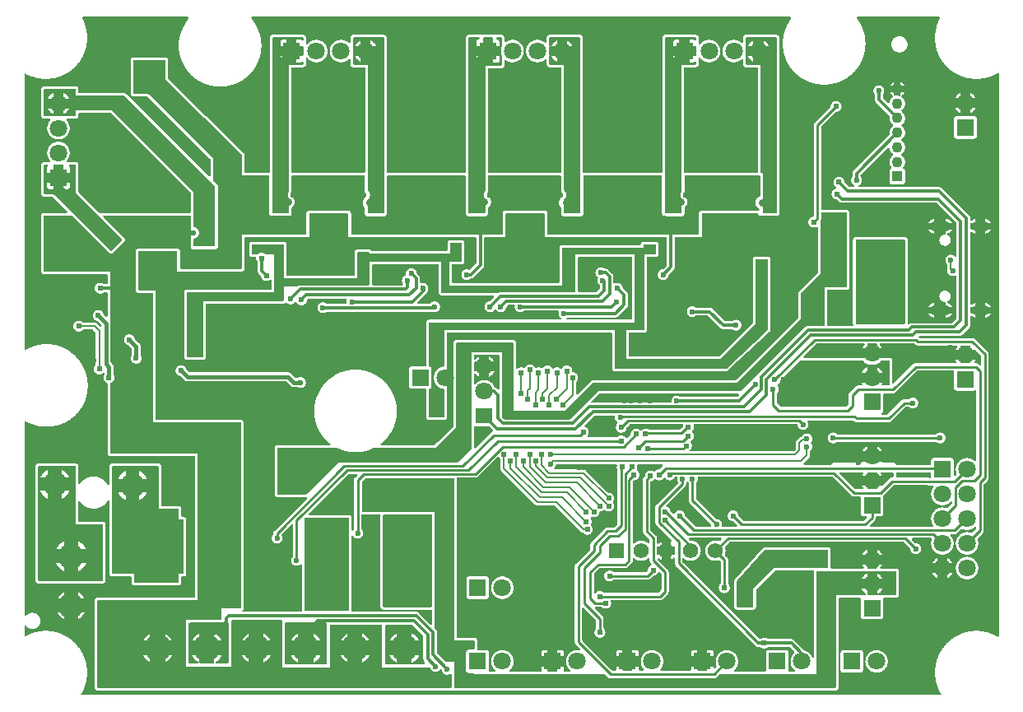
<source format=gbl>
G04 Layer: BottomLayer*
G04 EasyEDA v6.3.39, 2020-04-29T16:10:24+08:00*
G04 8e32648d726441b9b9f64577d1232170,fed530592efb474aaabf7115e2e2b964,10*
G04 Gerber Generator version 0.2*
G04 Scale: 100 percent, Rotated: No, Reflected: No *
G04 Dimensions in millimeters *
G04 leading zeros omitted , absolute positions ,3 integer and 3 decimal *
%FSLAX33Y33*%
%MOMM*%
G90*
G71D02*

%ADD11C,0.599999*%
%ADD12C,0.999998*%
%ADD13C,0.299999*%
%ADD14C,0.250012*%
%ADD15C,0.200000*%
%ADD17C,0.399999*%
%ADD18C,0.150012*%
%ADD19C,0.799998*%
%ADD21C,0.609600*%
%ADD56C,2.499995*%
%ADD57C,1.574800*%
%ADD58R,1.574800X1.574800*%
%ADD59R,1.799996X1.799996*%
%ADD60C,1.799996*%
%ADD61C,2.599995*%
%ADD62R,1.799996X1.574800*%
%ADD63C,2.800096*%
%ADD64R,1.099998X1.099998*%
%ADD65C,1.099998*%
%ADD66C,0.699999*%

%LPD*%
G36*
G01X17076Y70015D02*
G01X6313Y70015D01*
G01X6298Y70014D01*
G01X6284Y70011D01*
G01X6270Y70006D01*
G01X6258Y69999D01*
G01X6246Y69991D01*
G01X6236Y69980D01*
G01X6227Y69969D01*
G01X6220Y69956D01*
G01X6215Y69943D01*
G01X6212Y69928D01*
G01X6211Y69914D01*
G01X6212Y69898D01*
G01X6216Y69882D01*
G01X6223Y69867D01*
G01X6265Y69783D01*
G01X6306Y69699D01*
G01X6345Y69614D01*
G01X6382Y69529D01*
G01X6417Y69442D01*
G01X6450Y69355D01*
G01X6481Y69267D01*
G01X6510Y69178D01*
G01X6537Y69089D01*
G01X6563Y68999D01*
G01X6586Y68908D01*
G01X6607Y68817D01*
G01X6627Y68726D01*
G01X6644Y68634D01*
G01X6660Y68542D01*
G01X6673Y68450D01*
G01X6684Y68357D01*
G01X6693Y68264D01*
G01X6700Y68171D01*
G01X6706Y68078D01*
G01X6709Y67984D01*
G01X6710Y67891D01*
G01X6709Y67797D01*
G01X6706Y67703D01*
G01X6700Y67609D01*
G01X6693Y67515D01*
G01X6684Y67422D01*
G01X6672Y67329D01*
G01X6659Y67236D01*
G01X6643Y67143D01*
G01X6626Y67050D01*
G01X6606Y66959D01*
G01X6585Y66867D01*
G01X6561Y66776D01*
G01X6535Y66686D01*
G01X6508Y66596D01*
G01X6478Y66507D01*
G01X6446Y66418D01*
G01X6413Y66330D01*
G01X6377Y66243D01*
G01X6340Y66157D01*
G01X6301Y66072D01*
G01X6259Y65987D01*
G01X6216Y65903D01*
G01X6171Y65821D01*
G01X6125Y65739D01*
G01X6076Y65659D01*
G01X6026Y65579D01*
G01X5974Y65501D01*
G01X5920Y65424D01*
G01X5865Y65348D01*
G01X5808Y65273D01*
G01X5749Y65200D01*
G01X5689Y65128D01*
G01X5627Y65057D01*
G01X5563Y64988D01*
G01X5498Y64920D01*
G01X5432Y64853D01*
G01X5364Y64788D01*
G01X5295Y64725D01*
G01X5224Y64663D01*
G01X5152Y64602D01*
G01X5078Y64544D01*
G01X5004Y64487D01*
G01X4928Y64431D01*
G01X4851Y64377D01*
G01X4772Y64325D01*
G01X4693Y64275D01*
G01X4612Y64227D01*
G01X4531Y64180D01*
G01X4448Y64135D01*
G01X4365Y64092D01*
G01X4280Y64051D01*
G01X4195Y64011D01*
G01X4109Y63974D01*
G01X4022Y63938D01*
G01X3934Y63905D01*
G01X3845Y63873D01*
G01X3756Y63844D01*
G01X3666Y63816D01*
G01X3576Y63790D01*
G01X3485Y63767D01*
G01X3393Y63745D01*
G01X3301Y63725D01*
G01X3209Y63708D01*
G01X3116Y63692D01*
G01X3023Y63679D01*
G01X2930Y63667D01*
G01X2837Y63658D01*
G01X2743Y63650D01*
G01X2649Y63645D01*
G01X2555Y63642D01*
G01X2461Y63641D01*
G01X2458Y63641D01*
G01X2365Y63642D01*
G01X2272Y63645D01*
G01X2179Y63650D01*
G01X2087Y63657D01*
G01X1994Y63667D01*
G01X1901Y63678D01*
G01X1809Y63691D01*
G01X1717Y63706D01*
G01X1626Y63724D01*
G01X1535Y63743D01*
G01X1444Y63764D01*
G01X1354Y63787D01*
G01X1265Y63813D01*
G01X1175Y63840D01*
G01X1087Y63869D01*
G01X999Y63900D01*
G01X912Y63933D01*
G01X826Y63968D01*
G01X740Y64004D01*
G01X656Y64043D01*
G01X572Y64083D01*
G01X489Y64126D01*
G01X407Y64170D01*
G01X391Y64177D01*
G01X375Y64181D01*
G01X358Y64182D01*
G01X343Y64181D01*
G01X329Y64178D01*
G01X316Y64173D01*
G01X303Y64166D01*
G01X291Y64158D01*
G01X281Y64147D01*
G01X272Y64136D01*
G01X265Y64123D01*
G01X260Y64109D01*
G01X257Y64095D01*
G01X256Y64081D01*
G01X256Y35883D01*
G01X257Y35869D01*
G01X260Y35854D01*
G01X265Y35841D01*
G01X272Y35828D01*
G01X281Y35816D01*
G01X291Y35806D01*
G01X303Y35797D01*
G01X329Y35785D01*
G01X343Y35782D01*
G01X358Y35781D01*
G01X375Y35783D01*
G01X392Y35787D01*
G01X408Y35795D01*
G01X493Y35842D01*
G01X578Y35887D01*
G01X664Y35931D01*
G01X751Y35972D01*
G01X839Y36011D01*
G01X928Y36049D01*
G01X1018Y36084D01*
G01X1109Y36117D01*
G01X1200Y36148D01*
G01X1292Y36178D01*
G01X1385Y36205D01*
G01X1478Y36229D01*
G01X1572Y36252D01*
G01X1666Y36273D01*
G01X1761Y36291D01*
G01X1856Y36308D01*
G01X1951Y36322D01*
G01X2047Y36334D01*
G01X2143Y36344D01*
G01X2239Y36351D01*
G01X2335Y36357D01*
G01X2432Y36360D01*
G01X2528Y36361D01*
G01X2622Y36360D01*
G01X2716Y36357D01*
G01X2810Y36352D01*
G01X2904Y36345D01*
G01X2997Y36335D01*
G01X3091Y36324D01*
G01X3184Y36310D01*
G01X3277Y36295D01*
G01X3369Y36277D01*
G01X3461Y36258D01*
G01X3552Y36236D01*
G01X3643Y36212D01*
G01X3734Y36187D01*
G01X3824Y36159D01*
G01X3913Y36129D01*
G01X4001Y36098D01*
G01X4089Y36064D01*
G01X4176Y36029D01*
G01X4263Y35991D01*
G01X4348Y35952D01*
G01X4433Y35911D01*
G01X4516Y35868D01*
G01X4599Y35823D01*
G01X4680Y35776D01*
G01X4761Y35728D01*
G01X4840Y35677D01*
G01X4919Y35625D01*
G01X4996Y35572D01*
G01X5072Y35516D01*
G01X5146Y35459D01*
G01X5220Y35400D01*
G01X5292Y35340D01*
G01X5363Y35278D01*
G01X5432Y35215D01*
G01X5500Y35150D01*
G01X5567Y35083D01*
G01X5632Y35015D01*
G01X5695Y34946D01*
G01X5757Y34875D01*
G01X5817Y34803D01*
G01X5876Y34730D01*
G01X5933Y34655D01*
G01X5989Y34579D01*
G01X6042Y34502D01*
G01X6094Y34423D01*
G01X6145Y34344D01*
G01X6193Y34263D01*
G01X6240Y34182D01*
G01X6285Y34099D01*
G01X6328Y34016D01*
G01X6369Y33931D01*
G01X6408Y33846D01*
G01X6446Y33759D01*
G01X6481Y33672D01*
G01X6515Y33585D01*
G01X6546Y33496D01*
G01X6576Y33407D01*
G01X6604Y33317D01*
G01X6629Y33226D01*
G01X6653Y33135D01*
G01X6675Y33044D01*
G01X6694Y32952D01*
G01X6712Y32860D01*
G01X6727Y32767D01*
G01X6741Y32674D01*
G01X6752Y32580D01*
G01X6762Y32487D01*
G01X6769Y32393D01*
G01X6774Y32299D01*
G01X6777Y32205D01*
G01X6778Y32111D01*
G01X6777Y32017D01*
G01X6774Y31923D01*
G01X6769Y31830D01*
G01X6762Y31736D01*
G01X6752Y31642D01*
G01X6741Y31549D01*
G01X6727Y31456D01*
G01X6712Y31363D01*
G01X6694Y31271D01*
G01X6675Y31179D01*
G01X6653Y31087D01*
G01X6629Y30996D01*
G01X6604Y30906D01*
G01X6576Y30816D01*
G01X6546Y30727D01*
G01X6515Y30638D01*
G01X6481Y30551D01*
G01X6446Y30464D01*
G01X6408Y30377D01*
G01X6369Y30292D01*
G01X6328Y30207D01*
G01X6285Y30124D01*
G01X6240Y30041D01*
G01X6193Y29960D01*
G01X6145Y29879D01*
G01X6095Y29800D01*
G01X6043Y29721D01*
G01X5989Y29644D01*
G01X5933Y29568D01*
G01X5876Y29494D01*
G01X5818Y29420D01*
G01X5757Y29348D01*
G01X5695Y29277D01*
G01X5632Y29208D01*
G01X5567Y29140D01*
G01X5500Y29074D01*
G01X5433Y29009D01*
G01X5363Y28945D01*
G01X5293Y28883D01*
G01X5220Y28823D01*
G01X5147Y28764D01*
G01X5072Y28707D01*
G01X4996Y28651D01*
G01X4919Y28598D01*
G01X4841Y28546D01*
G01X4762Y28495D01*
G01X4681Y28447D01*
G01X4599Y28400D01*
G01X4517Y28355D01*
G01X4433Y28312D01*
G01X4349Y28271D01*
G01X4263Y28232D01*
G01X4177Y28194D01*
G01X4090Y28159D01*
G01X4002Y28125D01*
G01X3914Y28094D01*
G01X3825Y28064D01*
G01X3735Y28036D01*
G01X3644Y28010D01*
G01X3553Y27987D01*
G01X3462Y27965D01*
G01X3370Y27946D01*
G01X3278Y27928D01*
G01X3185Y27912D01*
G01X3092Y27899D01*
G01X2999Y27887D01*
G01X2905Y27878D01*
G01X2811Y27871D01*
G01X2717Y27866D01*
G01X2624Y27862D01*
G01X2530Y27861D01*
G01X2527Y27861D01*
G01X2431Y27862D01*
G01X2334Y27866D01*
G01X2238Y27871D01*
G01X2142Y27879D01*
G01X2046Y27889D01*
G01X1950Y27901D01*
G01X1855Y27915D01*
G01X1760Y27931D01*
G01X1665Y27950D01*
G01X1571Y27971D01*
G01X1477Y27993D01*
G01X1384Y28018D01*
G01X1291Y28045D01*
G01X1200Y28074D01*
G01X1108Y28106D01*
G01X1018Y28139D01*
G01X928Y28174D01*
G01X839Y28211D01*
G01X751Y28251D01*
G01X664Y28292D01*
G01X578Y28335D01*
G01X493Y28381D01*
G01X408Y28428D01*
G01X392Y28435D01*
G01X375Y28440D01*
G01X358Y28441D01*
G01X343Y28440D01*
G01X329Y28437D01*
G01X316Y28432D01*
G01X303Y28425D01*
G01X291Y28416D01*
G01X281Y28406D01*
G01X272Y28395D01*
G01X265Y28382D01*
G01X260Y28368D01*
G01X257Y28354D01*
G01X256Y28340D01*
G01X256Y8483D01*
G01X257Y8468D01*
G01X260Y8454D01*
G01X265Y8441D01*
G01X272Y8428D01*
G01X281Y8416D01*
G01X291Y8406D01*
G01X303Y8397D01*
G01X316Y8390D01*
G01X329Y8385D01*
G01X343Y8382D01*
G01X358Y8381D01*
G01X373Y8382D01*
G01X387Y8386D01*
G01X401Y8391D01*
G01X414Y8398D01*
G01X426Y8407D01*
G01X436Y8418D01*
G01X464Y8451D01*
G01X494Y8482D01*
G01X526Y8511D01*
G01X559Y8539D01*
G01X593Y8565D01*
G01X629Y8589D01*
G01X666Y8611D01*
G01X704Y8632D01*
G01X743Y8650D01*
G01X783Y8666D01*
G01X823Y8681D01*
G01X865Y8693D01*
G01X907Y8703D01*
G01X949Y8710D01*
G01X992Y8716D01*
G01X1035Y8719D01*
G01X1078Y8720D01*
G01X1120Y8719D01*
G01X1162Y8716D01*
G01X1204Y8711D01*
G01X1245Y8703D01*
G01X1287Y8694D01*
G01X1327Y8682D01*
G01X1367Y8669D01*
G01X1406Y8653D01*
G01X1445Y8635D01*
G01X1482Y8616D01*
G01X1518Y8594D01*
G01X1553Y8571D01*
G01X1588Y8546D01*
G01X1620Y8520D01*
G01X1651Y8491D01*
G01X1681Y8462D01*
G01X1710Y8430D01*
G01X1736Y8398D01*
G01X1761Y8364D01*
G01X1784Y8328D01*
G01X1806Y8292D01*
G01X1825Y8255D01*
G01X1843Y8216D01*
G01X1859Y8177D01*
G01X1872Y8137D01*
G01X1884Y8097D01*
G01X1893Y8056D01*
G01X1901Y8014D01*
G01X1906Y7972D01*
G01X1909Y7930D01*
G01X1910Y7888D01*
G01X1909Y7846D01*
G01X1906Y7804D01*
G01X1901Y7762D01*
G01X1893Y7720D01*
G01X1884Y7679D01*
G01X1872Y7639D01*
G01X1859Y7599D01*
G01X1843Y7560D01*
G01X1825Y7521D01*
G01X1806Y7484D01*
G01X1784Y7448D01*
G01X1761Y7412D01*
G01X1736Y7378D01*
G01X1710Y7346D01*
G01X1681Y7314D01*
G01X1651Y7285D01*
G01X1620Y7256D01*
G01X1588Y7230D01*
G01X1553Y7205D01*
G01X1518Y7181D01*
G01X1482Y7160D01*
G01X1445Y7141D01*
G01X1406Y7123D01*
G01X1367Y7107D01*
G01X1327Y7094D01*
G01X1287Y7082D01*
G01X1245Y7072D01*
G01X1204Y7065D01*
G01X1162Y7060D01*
G01X1120Y7056D01*
G01X1078Y7055D01*
G01X1035Y7057D01*
G01X992Y7060D01*
G01X949Y7065D01*
G01X907Y7073D01*
G01X865Y7083D01*
G01X823Y7095D01*
G01X783Y7110D01*
G01X743Y7126D01*
G01X704Y7144D01*
G01X666Y7165D01*
G01X629Y7187D01*
G01X593Y7211D01*
G01X559Y7237D01*
G01X526Y7265D01*
G01X494Y7294D01*
G01X464Y7325D01*
G01X436Y7358D01*
G01X426Y7368D01*
G01X414Y7378D01*
G01X401Y7385D01*
G01X387Y7390D01*
G01X373Y7394D01*
G01X358Y7395D01*
G01X343Y7394D01*
G01X329Y7390D01*
G01X316Y7385D01*
G01X303Y7378D01*
G01X291Y7370D01*
G01X281Y7360D01*
G01X272Y7348D01*
G01X265Y7335D01*
G01X260Y7322D01*
G01X257Y7307D01*
G01X256Y7293D01*
G01X256Y6422D01*
G01X257Y6407D01*
G01X260Y6393D01*
G01X265Y6379D01*
G01X272Y6367D01*
G01X281Y6355D01*
G01X291Y6345D01*
G01X303Y6336D01*
G01X316Y6329D01*
G01X329Y6324D01*
G01X343Y6321D01*
G01X358Y6320D01*
G01X375Y6322D01*
G01X391Y6326D01*
G01X407Y6333D01*
G01X489Y6377D01*
G01X572Y6419D01*
G01X656Y6460D01*
G01X741Y6498D01*
G01X826Y6535D01*
G01X913Y6570D01*
G01X1000Y6603D01*
G01X1087Y6634D01*
G01X1176Y6663D01*
G01X1265Y6690D01*
G01X1355Y6715D01*
G01X1445Y6739D01*
G01X1536Y6760D01*
G01X1627Y6779D01*
G01X1718Y6796D01*
G01X1810Y6812D01*
G01X1902Y6825D01*
G01X1995Y6836D01*
G01X2088Y6845D01*
G01X2180Y6852D01*
G01X2273Y6857D01*
G01X2367Y6860D01*
G01X2460Y6861D01*
G01X2554Y6860D01*
G01X2648Y6857D01*
G01X2742Y6852D01*
G01X2835Y6845D01*
G01X2929Y6835D01*
G01X3022Y6824D01*
G01X3115Y6811D01*
G01X3208Y6795D01*
G01X3300Y6777D01*
G01X3392Y6758D01*
G01X3484Y6736D01*
G01X3575Y6713D01*
G01X3665Y6687D01*
G01X3755Y6659D01*
G01X3844Y6630D01*
G01X3933Y6598D01*
G01X4021Y6564D01*
G01X4108Y6529D01*
G01X4194Y6491D01*
G01X4279Y6452D01*
G01X4364Y6411D01*
G01X4448Y6368D01*
G01X4530Y6323D01*
G01X4612Y6276D01*
G01X4692Y6228D01*
G01X4772Y6177D01*
G01X4850Y6125D01*
G01X4927Y6072D01*
G01X5003Y6016D01*
G01X5078Y5959D01*
G01X5151Y5900D01*
G01X5223Y5840D01*
G01X5294Y5778D01*
G01X5364Y5715D01*
G01X5431Y5650D01*
G01X5498Y5583D01*
G01X5563Y5515D01*
G01X5626Y5446D01*
G01X5688Y5375D01*
G01X5749Y5303D01*
G01X5807Y5230D01*
G01X5865Y5155D01*
G01X5920Y5079D01*
G01X5974Y5002D01*
G01X6026Y4923D01*
G01X6076Y4844D01*
G01X6125Y4763D01*
G01X6171Y4682D01*
G01X6216Y4599D01*
G01X6259Y4516D01*
G01X6300Y4431D01*
G01X6340Y4346D01*
G01X6377Y4260D01*
G01X6413Y4172D01*
G01X6446Y4085D01*
G01X6478Y3996D01*
G01X6507Y3907D01*
G01X6535Y3817D01*
G01X6561Y3727D01*
G01X6584Y3636D01*
G01X6606Y3544D01*
G01X6626Y3452D01*
G01X6643Y3360D01*
G01X6659Y3267D01*
G01X6672Y3174D01*
G01X6684Y3081D01*
G01X6693Y2987D01*
G01X6700Y2893D01*
G01X6706Y2799D01*
G01X6709Y2705D01*
G01X6710Y2611D01*
G01X6709Y2515D01*
G01X6705Y2419D01*
G01X6700Y2322D01*
G01X6692Y2226D01*
G01X6682Y2130D01*
G01X6670Y2035D01*
G01X6656Y1939D01*
G01X6640Y1844D01*
G01X6621Y1750D01*
G01X6601Y1656D01*
G01X6578Y1562D01*
G01X6553Y1469D01*
G01X6526Y1376D01*
G01X6497Y1284D01*
G01X6466Y1193D01*
G01X6433Y1103D01*
G01X6398Y1013D01*
G01X6360Y924D01*
G01X6321Y836D01*
G01X6280Y749D01*
G01X6237Y663D01*
G01X6191Y577D01*
G01X6144Y493D01*
G01X6095Y410D01*
G01X6087Y394D01*
G01X6082Y376D01*
G01X6081Y358D01*
G01X6082Y343D01*
G01X6085Y329D01*
G01X6090Y315D01*
G01X6097Y303D01*
G01X6105Y291D01*
G01X6116Y281D01*
G01X6127Y272D01*
G01X6140Y265D01*
G01X6154Y260D01*
G01X6168Y257D01*
G01X6182Y256D01*
G01X94466Y256D01*
G01X94480Y257D01*
G01X94494Y260D01*
G01X94508Y265D01*
G01X94520Y272D01*
G01X94532Y281D01*
G01X94542Y291D01*
G01X94551Y303D01*
G01X94558Y315D01*
G01X94563Y329D01*
G01X94566Y343D01*
G01X94567Y358D01*
G01X94565Y376D01*
G01X94561Y394D01*
G01X94552Y410D01*
G01X94503Y493D01*
G01X94456Y577D01*
G01X94411Y663D01*
G01X94368Y749D01*
G01X94327Y836D01*
G01X94287Y924D01*
G01X94250Y1013D01*
G01X94215Y1103D01*
G01X94182Y1193D01*
G01X94151Y1284D01*
G01X94121Y1376D01*
G01X94095Y1469D01*
G01X94070Y1562D01*
G01X94047Y1656D01*
G01X94026Y1750D01*
G01X94008Y1844D01*
G01X93992Y1939D01*
G01X93977Y2035D01*
G01X93965Y2130D01*
G01X93956Y2226D01*
G01X93948Y2322D01*
G01X93942Y2419D01*
G01X93939Y2515D01*
G01X93938Y2611D01*
G01X93939Y2705D01*
G01X93942Y2799D01*
G01X93947Y2893D01*
G01X93955Y2987D01*
G01X93964Y3081D01*
G01X93975Y3174D01*
G01X93989Y3267D01*
G01X94004Y3360D01*
G01X94022Y3452D01*
G01X94042Y3544D01*
G01X94063Y3635D01*
G01X94087Y3726D01*
G01X94113Y3817D01*
G01X94140Y3907D01*
G01X94170Y3996D01*
G01X94202Y4085D01*
G01X94235Y4172D01*
G01X94271Y4259D01*
G01X94308Y4346D01*
G01X94347Y4431D01*
G01X94389Y4516D01*
G01X94432Y4599D01*
G01X94477Y4682D01*
G01X94523Y4763D01*
G01X94572Y4844D01*
G01X94622Y4923D01*
G01X94674Y5002D01*
G01X94728Y5079D01*
G01X94783Y5155D01*
G01X94840Y5230D01*
G01X94899Y5303D01*
G01X94959Y5375D01*
G01X95021Y5446D01*
G01X95085Y5515D01*
G01X95150Y5583D01*
G01X95216Y5650D01*
G01X95284Y5715D01*
G01X95354Y5778D01*
G01X95424Y5840D01*
G01X95496Y5900D01*
G01X95570Y5959D01*
G01X95645Y6016D01*
G01X95720Y6072D01*
G01X95798Y6125D01*
G01X95876Y6177D01*
G01X95955Y6228D01*
G01X96036Y6276D01*
G01X96118Y6323D01*
G01X96200Y6368D01*
G01X96284Y6411D01*
G01X96368Y6452D01*
G01X96454Y6491D01*
G01X96540Y6529D01*
G01X96627Y6564D01*
G01X96715Y6598D01*
G01X96803Y6630D01*
G01X96893Y6659D01*
G01X96982Y6687D01*
G01X97073Y6712D01*
G01X97164Y6736D01*
G01X97255Y6758D01*
G01X97347Y6777D01*
G01X97440Y6795D01*
G01X97533Y6811D01*
G01X97626Y6824D01*
G01X97719Y6835D01*
G01X97812Y6845D01*
G01X97906Y6852D01*
G01X98000Y6857D01*
G01X98094Y6860D01*
G01X98188Y6861D01*
G01X98283Y6860D01*
G01X98377Y6857D01*
G01X98472Y6852D01*
G01X98566Y6845D01*
G01X98660Y6835D01*
G01X98754Y6824D01*
G01X98848Y6810D01*
G01X98941Y6794D01*
G01X99034Y6776D01*
G01X99126Y6757D01*
G01X99218Y6735D01*
G01X99310Y6711D01*
G01X99401Y6685D01*
G01X99491Y6657D01*
G01X99581Y6627D01*
G01X99670Y6595D01*
G01X99758Y6561D01*
G01X99846Y6525D01*
G01X99932Y6487D01*
G01X100018Y6447D01*
G01X100103Y6405D01*
G01X100187Y6362D01*
G01X100270Y6316D01*
G01X100352Y6269D01*
G01X100368Y6261D01*
G01X100386Y6257D01*
G01X100404Y6255D01*
G01X100418Y6256D01*
G01X100432Y6259D01*
G01X100446Y6264D01*
G01X100459Y6271D01*
G01X100470Y6280D01*
G01X100481Y6290D01*
G01X100489Y6302D01*
G01X100496Y6314D01*
G01X100501Y6328D01*
G01X100504Y6342D01*
G01X100505Y6357D01*
G01X100505Y64146D01*
G01X100504Y64160D01*
G01X100501Y64174D01*
G01X100496Y64188D01*
G01X100489Y64201D01*
G01X100481Y64212D01*
G01X100470Y64223D01*
G01X100459Y64231D01*
G01X100446Y64238D01*
G01X100432Y64243D01*
G01X100418Y64246D01*
G01X100404Y64247D01*
G01X100386Y64246D01*
G01X100368Y64241D01*
G01X100352Y64233D01*
G01X100270Y64186D01*
G01X100187Y64141D01*
G01X100103Y64097D01*
G01X100018Y64055D01*
G01X99933Y64016D01*
G01X99846Y63978D01*
G01X99759Y63942D01*
G01X99670Y63908D01*
G01X99581Y63876D01*
G01X99492Y63846D01*
G01X99401Y63818D01*
G01X99310Y63792D01*
G01X99219Y63768D01*
G01X99127Y63746D01*
G01X99035Y63726D01*
G01X98942Y63708D01*
G01X98848Y63693D01*
G01X98755Y63679D01*
G01X98661Y63667D01*
G01X98567Y63658D01*
G01X98473Y63651D01*
G01X98378Y63645D01*
G01X98284Y63642D01*
G01X98189Y63641D01*
G01X98187Y63641D01*
G01X98093Y63642D01*
G01X97999Y63645D01*
G01X97905Y63650D01*
G01X97811Y63658D01*
G01X97718Y63667D01*
G01X97624Y63679D01*
G01X97531Y63692D01*
G01X97439Y63708D01*
G01X97346Y63725D01*
G01X97254Y63745D01*
G01X97163Y63766D01*
G01X97072Y63790D01*
G01X96981Y63816D01*
G01X96892Y63844D01*
G01X96802Y63873D01*
G01X96714Y63905D01*
G01X96626Y63938D01*
G01X96539Y63974D01*
G01X96453Y64011D01*
G01X96367Y64051D01*
G01X96283Y64092D01*
G01X96199Y64135D01*
G01X96117Y64180D01*
G01X96035Y64227D01*
G01X95955Y64275D01*
G01X95875Y64325D01*
G01X95797Y64377D01*
G01X95720Y64431D01*
G01X95644Y64487D01*
G01X95569Y64544D01*
G01X95496Y64602D01*
G01X95424Y64663D01*
G01X95353Y64725D01*
G01X95284Y64788D01*
G01X95216Y64853D01*
G01X95149Y64920D01*
G01X95084Y64988D01*
G01X95021Y65057D01*
G01X94959Y65128D01*
G01X94899Y65200D01*
G01X94840Y65273D01*
G01X94783Y65348D01*
G01X94727Y65424D01*
G01X94674Y65501D01*
G01X94622Y65579D01*
G01X94571Y65659D01*
G01X94523Y65739D01*
G01X94476Y65821D01*
G01X94431Y65903D01*
G01X94388Y65987D01*
G01X94347Y66072D01*
G01X94308Y66157D01*
G01X94270Y66243D01*
G01X94235Y66330D01*
G01X94201Y66418D01*
G01X94170Y66507D01*
G01X94140Y66596D01*
G01X94112Y66686D01*
G01X94087Y66776D01*
G01X94063Y66867D01*
G01X94042Y66959D01*
G01X94022Y67050D01*
G01X94004Y67143D01*
G01X93989Y67236D01*
G01X93975Y67329D01*
G01X93964Y67422D01*
G01X93955Y67515D01*
G01X93947Y67609D01*
G01X93942Y67703D01*
G01X93939Y67797D01*
G01X93938Y67891D01*
G01X93939Y67984D01*
G01X93942Y68078D01*
G01X93947Y68171D01*
G01X93954Y68264D01*
G01X93964Y68357D01*
G01X93975Y68450D01*
G01X93988Y68542D01*
G01X94004Y68634D01*
G01X94021Y68726D01*
G01X94040Y68817D01*
G01X94062Y68908D01*
G01X94085Y68999D01*
G01X94110Y69089D01*
G01X94138Y69178D01*
G01X94167Y69267D01*
G01X94198Y69355D01*
G01X94231Y69442D01*
G01X94266Y69529D01*
G01X94303Y69614D01*
G01X94342Y69699D01*
G01X94383Y69783D01*
G01X94425Y69867D01*
G01X94432Y69882D01*
G01X94435Y69898D01*
G01X94437Y69914D01*
G01X94436Y69928D01*
G01X94433Y69943D01*
G01X94428Y69956D01*
G01X94421Y69969D01*
G01X94412Y69980D01*
G01X94402Y69991D01*
G01X94390Y69999D01*
G01X94377Y70006D01*
G01X94364Y70011D01*
G01X94350Y70014D01*
G01X94335Y70015D01*
G01X86008Y70015D01*
G01X85994Y70014D01*
G01X85979Y70011D01*
G01X85966Y70006D01*
G01X85953Y69999D01*
G01X85942Y69991D01*
G01X85931Y69980D01*
G01X85923Y69969D01*
G01X85916Y69956D01*
G01X85911Y69943D01*
G01X85908Y69928D01*
G01X85907Y69914D01*
G01X85908Y69898D01*
G01X85912Y69882D01*
G01X85918Y69867D01*
G01X85927Y69853D01*
G01X85983Y69777D01*
G01X86037Y69699D01*
G01X86089Y69621D01*
G01X86140Y69541D01*
G01X86189Y69461D01*
G01X86236Y69379D01*
G01X86281Y69296D01*
G01X86324Y69212D01*
G01X86366Y69127D01*
G01X86405Y69042D01*
G01X86443Y68955D01*
G01X86479Y68868D01*
G01X86513Y68780D01*
G01X86544Y68691D01*
G01X86574Y68601D01*
G01X86602Y68511D01*
G01X86628Y68420D01*
G01X86652Y68329D01*
G01X86674Y68237D01*
G01X86693Y68145D01*
G01X86711Y68052D01*
G01X86727Y67959D01*
G01X86740Y67866D01*
G01X86752Y67772D01*
G01X86761Y67678D01*
G01X86769Y67584D01*
G01X86774Y67490D01*
G01X86777Y67396D01*
G01X86778Y67301D01*
G01X86777Y67207D01*
G01X86774Y67113D01*
G01X86769Y67019D01*
G01X86761Y66926D01*
G01X86752Y66832D01*
G01X86741Y66739D01*
G01X86727Y66646D01*
G01X86712Y66553D01*
G01X86694Y66461D01*
G01X86675Y66369D01*
G01X86653Y66277D01*
G01X86629Y66186D01*
G01X86604Y66096D01*
G01X86576Y66006D01*
G01X86546Y65917D01*
G01X86515Y65828D01*
G01X86481Y65740D01*
G01X86446Y65653D01*
G01X86408Y65567D01*
G01X86369Y65482D01*
G01X86328Y65397D01*
G01X86285Y65314D01*
G01X86240Y65231D01*
G01X86193Y65150D01*
G01X86145Y65069D01*
G01X86094Y64990D01*
G01X86042Y64911D01*
G01X85989Y64834D01*
G01X85933Y64758D01*
G01X85876Y64683D01*
G01X85817Y64610D01*
G01X85757Y64538D01*
G01X85695Y64467D01*
G01X85632Y64398D01*
G01X85567Y64330D01*
G01X85500Y64263D01*
G01X85432Y64198D01*
G01X85363Y64135D01*
G01X85292Y64073D01*
G01X85220Y64013D01*
G01X85147Y63954D01*
G01X85072Y63897D01*
G01X84996Y63841D01*
G01X84919Y63788D01*
G01X84841Y63736D01*
G01X84761Y63685D01*
G01X84681Y63637D01*
G01X84599Y63590D01*
G01X84517Y63545D01*
G01X84433Y63502D01*
G01X84349Y63461D01*
G01X84263Y63422D01*
G01X84177Y63384D01*
G01X84090Y63349D01*
G01X84002Y63315D01*
G01X83914Y63283D01*
G01X83824Y63254D01*
G01X83735Y63226D01*
G01X83644Y63200D01*
G01X83553Y63177D01*
G01X83462Y63155D01*
G01X83370Y63135D01*
G01X83277Y63118D01*
G01X83185Y63102D01*
G01X83092Y63089D01*
G01X82998Y63077D01*
G01X82905Y63068D01*
G01X82811Y63061D01*
G01X82717Y63055D01*
G01X82623Y63052D01*
G01X82529Y63051D01*
G01X82527Y63051D01*
G01X82433Y63052D01*
G01X82339Y63055D01*
G01X82245Y63061D01*
G01X82151Y63068D01*
G01X82058Y63077D01*
G01X81964Y63089D01*
G01X81871Y63102D01*
G01X81779Y63118D01*
G01X81686Y63135D01*
G01X81594Y63155D01*
G01X81503Y63177D01*
G01X81412Y63200D01*
G01X81322Y63226D01*
G01X81232Y63254D01*
G01X81142Y63283D01*
G01X81054Y63315D01*
G01X80966Y63349D01*
G01X80879Y63384D01*
G01X80793Y63422D01*
G01X80707Y63461D01*
G01X80623Y63502D01*
G01X80539Y63545D01*
G01X80457Y63590D01*
G01X80375Y63637D01*
G01X80295Y63685D01*
G01X80215Y63736D01*
G01X80137Y63788D01*
G01X80060Y63841D01*
G01X79984Y63897D01*
G01X79909Y63954D01*
G01X79836Y64013D01*
G01X79764Y64073D01*
G01X79693Y64135D01*
G01X79624Y64198D01*
G01X79556Y64263D01*
G01X79489Y64330D01*
G01X79424Y64398D01*
G01X79361Y64467D01*
G01X79299Y64538D01*
G01X79239Y64610D01*
G01X79180Y64683D01*
G01X79123Y64758D01*
G01X79067Y64834D01*
G01X79014Y64911D01*
G01X78962Y64990D01*
G01X78912Y65069D01*
G01X78863Y65150D01*
G01X78816Y65231D01*
G01X78771Y65314D01*
G01X78728Y65397D01*
G01X78687Y65482D01*
G01X78648Y65567D01*
G01X78611Y65653D01*
G01X78575Y65740D01*
G01X78541Y65828D01*
G01X78510Y65917D01*
G01X78480Y66006D01*
G01X78453Y66096D01*
G01X78427Y66186D01*
G01X78403Y66277D01*
G01X78382Y66369D01*
G01X78362Y66461D01*
G01X78344Y66553D01*
G01X78329Y66646D01*
G01X78315Y66739D01*
G01X78304Y66832D01*
G01X78295Y66926D01*
G01X78287Y67019D01*
G01X78282Y67113D01*
G01X78279Y67207D01*
G01X78278Y67301D01*
G01X78279Y67396D01*
G01X78282Y67490D01*
G01X78288Y67584D01*
G01X78295Y67678D01*
G01X78304Y67772D01*
G01X78316Y67866D01*
G01X78329Y67959D01*
G01X78345Y68052D01*
G01X78363Y68145D01*
G01X78382Y68237D01*
G01X78404Y68329D01*
G01X78428Y68420D01*
G01X78454Y68511D01*
G01X78482Y68601D01*
G01X78512Y68691D01*
G01X78544Y68780D01*
G01X78577Y68868D01*
G01X78613Y68955D01*
G01X78651Y69042D01*
G01X78690Y69127D01*
G01X78732Y69212D01*
G01X78775Y69296D01*
G01X78820Y69379D01*
G01X78868Y69461D01*
G01X78916Y69541D01*
G01X78967Y69621D01*
G01X79019Y69699D01*
G01X79073Y69777D01*
G01X79129Y69853D01*
G01X79138Y69867D01*
G01X79144Y69882D01*
G01X79148Y69898D01*
G01X79150Y69914D01*
G01X79149Y69928D01*
G01X79146Y69943D01*
G01X79134Y69969D01*
G01X79125Y69980D01*
G01X79115Y69991D01*
G01X79103Y69999D01*
G01X79090Y70006D01*
G01X79077Y70011D01*
G01X79063Y70014D01*
G01X79048Y70015D01*
G01X23700Y70015D01*
G01X23686Y70014D01*
G01X23672Y70011D01*
G01X23658Y70006D01*
G01X23645Y69999D01*
G01X23634Y69991D01*
G01X23623Y69980D01*
G01X23615Y69969D01*
G01X23608Y69956D01*
G01X23603Y69943D01*
G01X23600Y69928D01*
G01X23599Y69914D01*
G01X23600Y69896D01*
G01X23605Y69879D01*
G01X23612Y69863D01*
G01X23623Y69848D01*
G01X23683Y69776D01*
G01X23741Y69703D01*
G01X23798Y69628D01*
G01X23853Y69552D01*
G01X23907Y69475D01*
G01X23958Y69397D01*
G01X24008Y69318D01*
G01X24057Y69237D01*
G01X24103Y69156D01*
G01X24148Y69074D01*
G01X24190Y68990D01*
G01X24231Y68906D01*
G01X24270Y68821D01*
G01X24308Y68735D01*
G01X24343Y68648D01*
G01X24376Y68560D01*
G01X24408Y68472D01*
G01X24437Y68383D01*
G01X24465Y68293D01*
G01X24490Y68203D01*
G01X24514Y68112D01*
G01X24535Y68021D01*
G01X24555Y67929D01*
G01X24572Y67837D01*
G01X24588Y67745D01*
G01X24601Y67652D01*
G01X24612Y67559D01*
G01X24622Y67466D01*
G01X24629Y67372D01*
G01X24634Y67279D01*
G01X24637Y67185D01*
G01X24638Y67091D01*
G01X24637Y66997D01*
G01X24634Y66903D01*
G01X24629Y66809D01*
G01X24622Y66716D01*
G01X24612Y66622D01*
G01X24601Y66529D01*
G01X24587Y66436D01*
G01X24572Y66343D01*
G01X24554Y66251D01*
G01X24535Y66159D01*
G01X24513Y66067D01*
G01X24489Y65976D01*
G01X24464Y65886D01*
G01X24436Y65796D01*
G01X24406Y65707D01*
G01X24375Y65618D01*
G01X24341Y65530D01*
G01X24306Y65443D01*
G01X24268Y65357D01*
G01X24229Y65272D01*
G01X24188Y65187D01*
G01X24145Y65104D01*
G01X24100Y65021D01*
G01X24053Y64940D01*
G01X24005Y64859D01*
G01X23955Y64780D01*
G01X23903Y64701D01*
G01X23849Y64624D01*
G01X23793Y64548D01*
G01X23736Y64473D01*
G01X23678Y64400D01*
G01X23617Y64328D01*
G01X23555Y64257D01*
G01X23492Y64188D01*
G01X23427Y64120D01*
G01X23360Y64053D01*
G01X23293Y63988D01*
G01X23223Y63925D01*
G01X23152Y63863D01*
G01X23080Y63803D01*
G01X23007Y63744D01*
G01X22932Y63687D01*
G01X22856Y63631D01*
G01X22779Y63578D01*
G01X22701Y63526D01*
G01X22622Y63475D01*
G01X22541Y63427D01*
G01X22459Y63380D01*
G01X22377Y63335D01*
G01X22293Y63292D01*
G01X22209Y63251D01*
G01X22123Y63212D01*
G01X22037Y63174D01*
G01X21950Y63139D01*
G01X21862Y63105D01*
G01X21774Y63073D01*
G01X21685Y63044D01*
G01X21595Y63016D01*
G01X21504Y62990D01*
G01X21413Y62967D01*
G01X21322Y62945D01*
G01X21230Y62925D01*
G01X21138Y62908D01*
G01X21045Y62892D01*
G01X20952Y62879D01*
G01X20859Y62867D01*
G01X20765Y62858D01*
G01X20671Y62851D01*
G01X20577Y62845D01*
G01X20483Y62842D01*
G01X20389Y62841D01*
G01X20387Y62841D01*
G01X20293Y62842D01*
G01X20199Y62845D01*
G01X20105Y62851D01*
G01X20011Y62858D01*
G01X19918Y62867D01*
G01X19825Y62879D01*
G01X19732Y62892D01*
G01X19639Y62908D01*
G01X19546Y62925D01*
G01X19455Y62945D01*
G01X19363Y62967D01*
G01X19272Y62990D01*
G01X19182Y63016D01*
G01X19092Y63044D01*
G01X19003Y63073D01*
G01X18914Y63105D01*
G01X18826Y63139D01*
G01X18739Y63174D01*
G01X18653Y63212D01*
G01X18568Y63251D01*
G01X18483Y63292D01*
G01X18400Y63335D01*
G01X18317Y63380D01*
G01X18235Y63427D01*
G01X18155Y63475D01*
G01X18075Y63526D01*
G01X17997Y63578D01*
G01X17920Y63631D01*
G01X17844Y63687D01*
G01X17769Y63744D01*
G01X17696Y63803D01*
G01X17624Y63863D01*
G01X17553Y63925D01*
G01X17484Y63988D01*
G01X17416Y64053D01*
G01X17350Y64120D01*
G01X17285Y64188D01*
G01X17221Y64257D01*
G01X17159Y64328D01*
G01X17099Y64400D01*
G01X17040Y64473D01*
G01X16983Y64548D01*
G01X16928Y64624D01*
G01X16874Y64701D01*
G01X16822Y64780D01*
G01X16772Y64859D01*
G01X16723Y64940D01*
G01X16676Y65021D01*
G01X16632Y65104D01*
G01X16589Y65187D01*
G01X16547Y65272D01*
G01X16508Y65357D01*
G01X16471Y65443D01*
G01X16435Y65530D01*
G01X16402Y65618D01*
G01X16370Y65707D01*
G01X16340Y65796D01*
G01X16313Y65886D01*
G01X16287Y65976D01*
G01X16263Y66067D01*
G01X16242Y66159D01*
G01X16222Y66251D01*
G01X16205Y66343D01*
G01X16189Y66436D01*
G01X16176Y66529D01*
G01X16164Y66622D01*
G01X16155Y66716D01*
G01X16148Y66809D01*
G01X16142Y66903D01*
G01X16139Y66997D01*
G01X16138Y67091D01*
G01X16139Y67185D01*
G01X16142Y67279D01*
G01X16147Y67372D01*
G01X16155Y67466D01*
G01X16164Y67559D01*
G01X16175Y67652D01*
G01X16189Y67745D01*
G01X16204Y67837D01*
G01X16222Y67929D01*
G01X16241Y68021D01*
G01X16263Y68112D01*
G01X16286Y68203D01*
G01X16312Y68293D01*
G01X16339Y68383D01*
G01X16369Y68472D01*
G01X16400Y68560D01*
G01X16433Y68648D01*
G01X16469Y68735D01*
G01X16506Y68821D01*
G01X16545Y68906D01*
G01X16586Y68990D01*
G01X16629Y69074D01*
G01X16673Y69156D01*
G01X16720Y69237D01*
G01X16768Y69318D01*
G01X16818Y69397D01*
G01X16870Y69475D01*
G01X16923Y69552D01*
G01X16978Y69628D01*
G01X17035Y69703D01*
G01X17094Y69776D01*
G01X17154Y69848D01*
G01X17164Y69863D01*
G01X17172Y69879D01*
G01X17176Y69896D01*
G01X17178Y69914D01*
G01X17177Y69928D01*
G01X17174Y69943D01*
G01X17169Y69956D01*
G01X17162Y69969D01*
G01X17153Y69980D01*
G01X17143Y69991D01*
G01X17131Y69999D01*
G01X17118Y70006D01*
G01X17105Y70011D01*
G01X17091Y70014D01*
G01X17076Y70015D01*
G37*

%LPC*%
G36*
G01X28961Y68157D02*
G01X25761Y68157D01*
G01X25737Y68156D01*
G01X25714Y68153D01*
G01X25691Y68148D01*
G01X25668Y68140D01*
G01X25647Y68131D01*
G01X25626Y68119D01*
G01X25606Y68106D01*
G01X25588Y68090D01*
G01X25571Y68074D01*
G01X25556Y68055D01*
G01X25543Y68036D01*
G01X25531Y68015D01*
G01X25522Y67994D01*
G01X25514Y67971D01*
G01X25509Y67948D01*
G01X25505Y67925D01*
G01X25504Y67901D01*
G01X25504Y54059D01*
G01X25503Y54045D01*
G01X25500Y54030D01*
G01X25495Y54017D01*
G01X25488Y54004D01*
G01X25480Y53993D01*
G01X25469Y53982D01*
G01X25458Y53974D01*
G01X25445Y53967D01*
G01X25431Y53962D01*
G01X25417Y53958D01*
G01X25403Y53957D01*
G01X23019Y53957D01*
G01X23005Y53958D01*
G01X22990Y53962D01*
G01X22977Y53967D01*
G01X22964Y53974D01*
G01X22952Y53982D01*
G01X22942Y53993D01*
G01X22933Y54004D01*
G01X22921Y54030D01*
G01X22918Y54045D01*
G01X22917Y54059D01*
G01X22917Y55801D01*
G01X22916Y55826D01*
G01X22912Y55852D01*
G01X22906Y55876D01*
G01X22897Y55900D01*
G01X22886Y55923D01*
G01X22873Y55945D01*
G01X22857Y55966D01*
G01X22840Y55984D01*
G01X15048Y63599D01*
G01X15037Y63612D01*
G01X15029Y63625D01*
G01X15022Y63640D01*
G01X15019Y63656D01*
G01X15017Y63672D01*
G01X15017Y65601D01*
G01X15016Y65625D01*
G01X15013Y65648D01*
G01X15008Y65671D01*
G01X15000Y65694D01*
G01X14990Y65715D01*
G01X14979Y65736D01*
G01X14966Y65756D01*
G01X14950Y65774D01*
G01X14934Y65790D01*
G01X14915Y65806D01*
G01X14896Y65819D01*
G01X14875Y65831D01*
G01X14853Y65840D01*
G01X14831Y65848D01*
G01X14808Y65853D01*
G01X14784Y65856D01*
G01X14761Y65857D01*
G01X11461Y65857D01*
G01X11437Y65856D01*
G01X11414Y65853D01*
G01X11391Y65848D01*
G01X11368Y65840D01*
G01X11346Y65831D01*
G01X11326Y65819D01*
G01X11306Y65806D01*
G01X11288Y65790D01*
G01X11271Y65774D01*
G01X11256Y65756D01*
G01X11243Y65736D01*
G01X11231Y65715D01*
G01X11222Y65694D01*
G01X11214Y65671D01*
G01X11209Y65648D01*
G01X11205Y65625D01*
G01X11204Y65601D01*
G01X11204Y62101D01*
G01X11205Y62077D01*
G01X11209Y62054D01*
G01X11214Y62031D01*
G01X11222Y62008D01*
G01X11231Y61987D01*
G01X11243Y61966D01*
G01X11256Y61946D01*
G01X11271Y61928D01*
G01X11288Y61911D01*
G01X11306Y61896D01*
G01X11326Y61883D01*
G01X11346Y61871D01*
G01X11368Y61862D01*
G01X11391Y61854D01*
G01X11414Y61849D01*
G01X11437Y61845D01*
G01X11461Y61844D01*
G01X12823Y61844D01*
G01X12839Y61843D01*
G01X12855Y61839D01*
G01X12869Y61833D01*
G01X12883Y61825D01*
G01X12895Y61815D01*
G01X19374Y55423D01*
G01X19385Y55411D01*
G01X19393Y55398D01*
G01X19399Y55383D01*
G01X19403Y55367D01*
G01X19404Y55351D01*
G01X19404Y53666D01*
G01X19403Y53651D01*
G01X19400Y53637D01*
G01X19395Y53623D01*
G01X19388Y53611D01*
G01X19379Y53599D01*
G01X19369Y53589D01*
G01X19358Y53580D01*
G01X19345Y53573D01*
G01X19331Y53568D01*
G01X19317Y53565D01*
G01X19303Y53564D01*
G01X19287Y53565D01*
G01X19271Y53569D01*
G01X19257Y53575D01*
G01X19243Y53583D01*
G01X19231Y53594D01*
G01X10742Y62082D01*
G01X10724Y62099D01*
G01X10703Y62114D01*
G01X10682Y62127D01*
G01X10659Y62138D01*
G01X10635Y62146D01*
G01X10611Y62153D01*
G01X10586Y62156D01*
G01X10561Y62157D01*
G01X5919Y62157D01*
G01X5904Y62158D01*
G01X5890Y62162D01*
G01X5877Y62167D01*
G01X5864Y62174D01*
G01X5852Y62182D01*
G01X5842Y62193D01*
G01X5833Y62204D01*
G01X5821Y62230D01*
G01X5818Y62245D01*
G01X5817Y62259D01*
G01X5817Y62601D01*
G01X5816Y62625D01*
G01X5813Y62648D01*
G01X5808Y62671D01*
G01X5800Y62694D01*
G01X5790Y62715D01*
G01X5779Y62736D01*
G01X5766Y62756D01*
G01X5750Y62774D01*
G01X5734Y62790D01*
G01X5715Y62806D01*
G01X5696Y62819D01*
G01X5675Y62831D01*
G01X5653Y62840D01*
G01X5631Y62848D01*
G01X5608Y62853D01*
G01X5584Y62856D01*
G01X5561Y62857D01*
G01X2261Y62857D01*
G01X2237Y62856D01*
G01X2214Y62853D01*
G01X2191Y62848D01*
G01X2168Y62840D01*
G01X2146Y62831D01*
G01X2126Y62819D01*
G01X2106Y62806D01*
G01X2088Y62790D01*
G01X2071Y62774D01*
G01X2056Y62756D01*
G01X2043Y62736D01*
G01X2031Y62715D01*
G01X2022Y62694D01*
G01X2014Y62671D01*
G01X2009Y62648D01*
G01X2005Y62625D01*
G01X2004Y62601D01*
G01X2004Y59801D01*
G01X2005Y59777D01*
G01X2009Y59754D01*
G01X2014Y59731D01*
G01X2022Y59708D01*
G01X2031Y59687D01*
G01X2043Y59666D01*
G01X2056Y59646D01*
G01X2071Y59628D01*
G01X2088Y59611D01*
G01X2106Y59596D01*
G01X2126Y59583D01*
G01X2146Y59571D01*
G01X2168Y59562D01*
G01X2191Y59554D01*
G01X2214Y59549D01*
G01X2237Y59545D01*
G01X2261Y59544D01*
G01X2854Y59544D01*
G01X2868Y59543D01*
G01X2882Y59540D01*
G01X2896Y59535D01*
G01X2909Y59528D01*
G01X2920Y59520D01*
G01X2931Y59509D01*
G01X2939Y59498D01*
G01X2946Y59485D01*
G01X2951Y59471D01*
G01X2954Y59457D01*
G01X2955Y59443D01*
G01X2954Y59427D01*
G01X2951Y59412D01*
G01X2945Y59398D01*
G01X2937Y59384D01*
G01X2927Y59372D01*
G01X2894Y59336D01*
G01X2862Y59299D01*
G01X2832Y59260D01*
G01X2803Y59220D01*
G01X2777Y59178D01*
G01X2752Y59136D01*
G01X2729Y59092D01*
G01X2707Y59048D01*
G01X2688Y59003D01*
G01X2671Y58957D01*
G01X2655Y58910D01*
G01X2642Y58863D01*
G01X2630Y58815D01*
G01X2621Y58767D01*
G01X2614Y58718D01*
G01X2608Y58669D01*
G01X2605Y58620D01*
G01X2604Y58571D01*
G01X2605Y58522D01*
G01X2608Y58473D01*
G01X2614Y58424D01*
G01X2621Y58375D01*
G01X2630Y58327D01*
G01X2642Y58279D01*
G01X2655Y58232D01*
G01X2670Y58186D01*
G01X2688Y58140D01*
G01X2707Y58095D01*
G01X2728Y58050D01*
G01X2751Y58007D01*
G01X2776Y57965D01*
G01X2803Y57923D01*
G01X2831Y57883D01*
G01X2861Y57844D01*
G01X2893Y57807D01*
G01X2926Y57771D01*
G01X2961Y57736D01*
G01X2997Y57703D01*
G01X3034Y57671D01*
G01X3073Y57641D01*
G01X3113Y57613D01*
G01X3154Y57586D01*
G01X3197Y57561D01*
G01X3240Y57538D01*
G01X3284Y57517D01*
G01X3330Y57498D01*
G01X3376Y57480D01*
G01X3422Y57465D01*
G01X3469Y57452D01*
G01X3517Y57440D01*
G01X3565Y57431D01*
G01X3614Y57424D01*
G01X3663Y57419D01*
G01X3712Y57415D01*
G01X3761Y57414D01*
G01X3810Y57415D01*
G01X3859Y57419D01*
G01X3908Y57424D01*
G01X3956Y57431D01*
G01X4004Y57440D01*
G01X4052Y57452D01*
G01X4099Y57465D01*
G01X4146Y57480D01*
G01X4192Y57498D01*
G01X4237Y57517D01*
G01X4281Y57538D01*
G01X4325Y57561D01*
G01X4367Y57586D01*
G01X4408Y57613D01*
G01X4449Y57641D01*
G01X4487Y57671D01*
G01X4525Y57703D01*
G01X4561Y57736D01*
G01X4596Y57771D01*
G01X4629Y57807D01*
G01X4661Y57844D01*
G01X4691Y57883D01*
G01X4719Y57923D01*
G01X4746Y57965D01*
G01X4770Y58007D01*
G01X4794Y58050D01*
G01X4815Y58095D01*
G01X4834Y58140D01*
G01X4851Y58186D01*
G01X4867Y58232D01*
G01X4880Y58279D01*
G01X4891Y58327D01*
G01X4901Y58375D01*
G01X4908Y58424D01*
G01X4913Y58473D01*
G01X4916Y58522D01*
G01X4917Y58571D01*
G01X4916Y58620D01*
G01X4913Y58669D01*
G01X4908Y58718D01*
G01X4901Y58767D01*
G01X4891Y58815D01*
G01X4880Y58863D01*
G01X4866Y58910D01*
G01X4851Y58957D01*
G01X4834Y59003D01*
G01X4814Y59048D01*
G01X4793Y59092D01*
G01X4770Y59136D01*
G01X4745Y59178D01*
G01X4718Y59220D01*
G01X4690Y59260D01*
G01X4660Y59299D01*
G01X4628Y59336D01*
G01X4595Y59372D01*
G01X4585Y59384D01*
G01X4577Y59398D01*
G01X4571Y59412D01*
G01X4567Y59427D01*
G01X4566Y59443D01*
G01X4567Y59457D01*
G01X4570Y59471D01*
G01X4575Y59485D01*
G01X4582Y59498D01*
G01X4591Y59509D01*
G01X4601Y59520D01*
G01X4613Y59528D01*
G01X4626Y59535D01*
G01X4639Y59540D01*
G01X4653Y59543D01*
G01X4668Y59544D01*
G01X5561Y59544D01*
G01X5584Y59545D01*
G01X5608Y59549D01*
G01X5631Y59554D01*
G01X5653Y59562D01*
G01X5675Y59571D01*
G01X5696Y59583D01*
G01X5715Y59596D01*
G01X5734Y59611D01*
G01X5750Y59628D01*
G01X5766Y59646D01*
G01X5779Y59666D01*
G01X5790Y59687D01*
G01X5800Y59708D01*
G01X5808Y59731D01*
G01X5813Y59754D01*
G01X5816Y59777D01*
G01X5817Y59801D01*
G01X5817Y60043D01*
G01X5818Y60057D01*
G01X5821Y60071D01*
G01X5827Y60085D01*
G01X5833Y60098D01*
G01X5842Y60109D01*
G01X5852Y60120D01*
G01X5864Y60128D01*
G01X5877Y60135D01*
G01X5890Y60140D01*
G01X5904Y60143D01*
G01X5919Y60144D01*
G01X9112Y60144D01*
G01X9128Y60143D01*
G01X9144Y60139D01*
G01X9159Y60133D01*
G01X9172Y60125D01*
G01X9184Y60115D01*
G01X17374Y51924D01*
G01X17385Y51912D01*
G01X17393Y51899D01*
G01X17399Y51884D01*
G01X17403Y51868D01*
G01X17404Y51853D01*
G01X17404Y49959D01*
G01X17403Y49945D01*
G01X17400Y49930D01*
G01X17395Y49917D01*
G01X17388Y49904D01*
G01X17379Y49892D01*
G01X17369Y49882D01*
G01X17358Y49874D01*
G01X17345Y49867D01*
G01X17331Y49862D01*
G01X17317Y49858D01*
G01X17303Y49857D01*
G01X8009Y49857D01*
G01X7993Y49859D01*
G01X7978Y49862D01*
G01X7963Y49868D01*
G01X7949Y49877D01*
G01X7937Y49887D01*
G01X5847Y51977D01*
G01X5837Y51990D01*
G01X5828Y52003D01*
G01X5822Y52018D01*
G01X5819Y52033D01*
G01X5817Y52049D01*
G01X5817Y54801D01*
G01X5816Y54825D01*
G01X5813Y54848D01*
G01X5808Y54871D01*
G01X5800Y54894D01*
G01X5790Y54915D01*
G01X5779Y54936D01*
G01X5766Y54955D01*
G01X5750Y54974D01*
G01X5734Y54990D01*
G01X5715Y55006D01*
G01X5696Y55019D01*
G01X5675Y55031D01*
G01X5653Y55040D01*
G01X5631Y55048D01*
G01X5608Y55053D01*
G01X5584Y55056D01*
G01X5561Y55057D01*
G01X4668Y55057D01*
G01X4653Y55058D01*
G01X4639Y55062D01*
G01X4626Y55067D01*
G01X4613Y55074D01*
G01X4601Y55082D01*
G01X4591Y55093D01*
G01X4582Y55104D01*
G01X4575Y55117D01*
G01X4570Y55130D01*
G01X4567Y55145D01*
G01X4566Y55159D01*
G01X4567Y55175D01*
G01X4571Y55190D01*
G01X4577Y55204D01*
G01X4585Y55217D01*
G01X4595Y55229D01*
G01X4628Y55266D01*
G01X4660Y55303D01*
G01X4690Y55342D01*
G01X4718Y55382D01*
G01X4745Y55423D01*
G01X4770Y55466D01*
G01X4793Y55509D01*
G01X4814Y55554D01*
G01X4834Y55599D01*
G01X4851Y55645D01*
G01X4866Y55692D01*
G01X4880Y55739D01*
G01X4891Y55787D01*
G01X4901Y55835D01*
G01X4908Y55884D01*
G01X4913Y55933D01*
G01X4916Y55982D01*
G01X4917Y56031D01*
G01X4916Y56080D01*
G01X4913Y56129D01*
G01X4908Y56178D01*
G01X4901Y56226D01*
G01X4891Y56275D01*
G01X4880Y56322D01*
G01X4867Y56370D01*
G01X4851Y56416D01*
G01X4834Y56462D01*
G01X4815Y56507D01*
G01X4794Y56552D01*
G01X4770Y56595D01*
G01X4746Y56637D01*
G01X4719Y56679D01*
G01X4691Y56719D01*
G01X4661Y56757D01*
G01X4629Y56795D01*
G01X4596Y56831D01*
G01X4561Y56866D01*
G01X4525Y56899D01*
G01X4487Y56931D01*
G01X4449Y56961D01*
G01X4408Y56989D01*
G01X4367Y57016D01*
G01X4325Y57041D01*
G01X4281Y57064D01*
G01X4237Y57085D01*
G01X4192Y57104D01*
G01X4146Y57121D01*
G01X4099Y57137D01*
G01X4052Y57150D01*
G01X4004Y57161D01*
G01X3956Y57171D01*
G01X3908Y57178D01*
G01X3859Y57183D01*
G01X3810Y57186D01*
G01X3761Y57187D01*
G01X3712Y57186D01*
G01X3663Y57183D01*
G01X3614Y57178D01*
G01X3565Y57171D01*
G01X3517Y57161D01*
G01X3469Y57150D01*
G01X3422Y57137D01*
G01X3376Y57121D01*
G01X3330Y57104D01*
G01X3284Y57085D01*
G01X3240Y57064D01*
G01X3197Y57041D01*
G01X3154Y57016D01*
G01X3113Y56989D01*
G01X3073Y56961D01*
G01X3034Y56931D01*
G01X2997Y56899D01*
G01X2961Y56866D01*
G01X2926Y56831D01*
G01X2893Y56795D01*
G01X2861Y56757D01*
G01X2831Y56719D01*
G01X2803Y56679D01*
G01X2776Y56637D01*
G01X2751Y56595D01*
G01X2728Y56552D01*
G01X2707Y56507D01*
G01X2688Y56462D01*
G01X2670Y56416D01*
G01X2655Y56370D01*
G01X2642Y56322D01*
G01X2630Y56275D01*
G01X2621Y56226D01*
G01X2614Y56178D01*
G01X2608Y56129D01*
G01X2605Y56080D01*
G01X2604Y56031D01*
G01X2605Y55982D01*
G01X2608Y55933D01*
G01X2614Y55884D01*
G01X2621Y55835D01*
G01X2630Y55787D01*
G01X2642Y55739D01*
G01X2655Y55692D01*
G01X2671Y55645D01*
G01X2688Y55599D01*
G01X2707Y55554D01*
G01X2729Y55509D01*
G01X2752Y55466D01*
G01X2777Y55423D01*
G01X2803Y55382D01*
G01X2832Y55342D01*
G01X2862Y55303D01*
G01X2894Y55266D01*
G01X2927Y55229D01*
G01X2937Y55217D01*
G01X2945Y55204D01*
G01X2951Y55190D01*
G01X2954Y55175D01*
G01X2955Y55159D01*
G01X2954Y55145D01*
G01X2951Y55130D01*
G01X2946Y55117D01*
G01X2939Y55104D01*
G01X2931Y55093D01*
G01X2920Y55082D01*
G01X2909Y55074D01*
G01X2896Y55067D01*
G01X2882Y55062D01*
G01X2868Y55058D01*
G01X2854Y55057D01*
G01X2261Y55057D01*
G01X2237Y55056D01*
G01X2214Y55053D01*
G01X2191Y55048D01*
G01X2168Y55040D01*
G01X2146Y55031D01*
G01X2126Y55019D01*
G01X2106Y55006D01*
G01X2088Y54990D01*
G01X2071Y54974D01*
G01X2056Y54955D01*
G01X2043Y54936D01*
G01X2031Y54915D01*
G01X2022Y54894D01*
G01X2014Y54871D01*
G01X2009Y54848D01*
G01X2005Y54825D01*
G01X2004Y54801D01*
G01X2004Y51801D01*
G01X2005Y51777D01*
G01X2009Y51754D01*
G01X2014Y51731D01*
G01X2022Y51708D01*
G01X2031Y51687D01*
G01X2043Y51666D01*
G01X2056Y51646D01*
G01X2071Y51628D01*
G01X2088Y51611D01*
G01X2106Y51596D01*
G01X2126Y51583D01*
G01X2146Y51571D01*
G01X2168Y51562D01*
G01X2191Y51554D01*
G01X2214Y51549D01*
G01X2237Y51545D01*
G01X2261Y51544D01*
G01X3112Y51544D01*
G01X3128Y51543D01*
G01X3144Y51539D01*
G01X3159Y51533D01*
G01X3172Y51525D01*
G01X3184Y51515D01*
G01X4668Y50031D01*
G01X4678Y50019D01*
G01X4687Y50005D01*
G01X4693Y49990D01*
G01X4697Y49975D01*
G01X4698Y49959D01*
G01X4697Y49945D01*
G01X4694Y49930D01*
G01X4689Y49917D01*
G01X4682Y49904D01*
G01X4673Y49892D01*
G01X4663Y49882D01*
G01X4651Y49874D01*
G01X4638Y49867D01*
G01X4625Y49862D01*
G01X4611Y49858D01*
G01X4596Y49857D01*
G01X2261Y49857D01*
G01X2237Y49856D01*
G01X2214Y49853D01*
G01X2191Y49848D01*
G01X2168Y49840D01*
G01X2146Y49831D01*
G01X2126Y49819D01*
G01X2106Y49806D01*
G01X2088Y49790D01*
G01X2071Y49774D01*
G01X2056Y49755D01*
G01X2043Y49736D01*
G01X2031Y49715D01*
G01X2022Y49694D01*
G01X2014Y49671D01*
G01X2009Y49648D01*
G01X2005Y49625D01*
G01X2004Y49601D01*
G01X2004Y43801D01*
G01X2005Y43777D01*
G01X2009Y43754D01*
G01X2014Y43731D01*
G01X2022Y43708D01*
G01X2031Y43687D01*
G01X2043Y43666D01*
G01X2056Y43646D01*
G01X2071Y43628D01*
G01X2088Y43611D01*
G01X2106Y43596D01*
G01X2126Y43583D01*
G01X2146Y43571D01*
G01X2168Y43562D01*
G01X2191Y43554D01*
G01X2214Y43549D01*
G01X2237Y43545D01*
G01X2261Y43544D01*
G01X8703Y43544D01*
G01X8717Y43543D01*
G01X8731Y43540D01*
G01X8745Y43535D01*
G01X8758Y43528D01*
G01X8769Y43520D01*
G01X8779Y43509D01*
G01X8788Y43498D01*
G01X8795Y43485D01*
G01X8800Y43471D01*
G01X8803Y43457D01*
G01X8804Y43443D01*
G01X8804Y42609D01*
G01X8803Y42595D01*
G01X8800Y42580D01*
G01X8795Y42567D01*
G01X8788Y42554D01*
G01X8779Y42542D01*
G01X8769Y42532D01*
G01X8758Y42524D01*
G01X8745Y42517D01*
G01X8731Y42512D01*
G01X8717Y42508D01*
G01X8703Y42507D01*
G01X8487Y42507D01*
G01X8469Y42509D01*
G01X8452Y42514D01*
G01X8436Y42521D01*
G01X8422Y42531D01*
G01X8394Y42553D01*
G01X8364Y42573D01*
G01X8334Y42592D01*
G01X8302Y42608D01*
G01X8269Y42622D01*
G01X8236Y42634D01*
G01X8202Y42644D01*
G01X8167Y42652D01*
G01X8132Y42658D01*
G01X8096Y42661D01*
G01X8061Y42662D01*
G01X8027Y42661D01*
G01X7993Y42658D01*
G01X7960Y42653D01*
G01X7927Y42646D01*
G01X7894Y42637D01*
G01X7862Y42626D01*
G01X7830Y42613D01*
G01X7800Y42598D01*
G01X7770Y42581D01*
G01X7742Y42563D01*
G01X7715Y42543D01*
G01X7689Y42521D01*
G01X7664Y42498D01*
G01X7641Y42473D01*
G01X7619Y42447D01*
G01X7599Y42420D01*
G01X7580Y42391D01*
G01X7564Y42362D01*
G01X7549Y42331D01*
G01X7536Y42300D01*
G01X7525Y42268D01*
G01X7516Y42235D01*
G01X7509Y42202D01*
G01X7504Y42169D01*
G01X7501Y42135D01*
G01X7500Y42101D01*
G01X7501Y42067D01*
G01X7504Y42033D01*
G01X7509Y42000D01*
G01X7516Y41967D01*
G01X7525Y41934D01*
G01X7536Y41902D01*
G01X7549Y41871D01*
G01X7564Y41840D01*
G01X7580Y41811D01*
G01X7599Y41782D01*
G01X7619Y41755D01*
G01X7641Y41729D01*
G01X7664Y41704D01*
G01X7689Y41681D01*
G01X7715Y41659D01*
G01X7742Y41639D01*
G01X7770Y41621D01*
G01X7800Y41604D01*
G01X7830Y41589D01*
G01X7862Y41576D01*
G01X7894Y41565D01*
G01X7927Y41556D01*
G01X7960Y41549D01*
G01X7993Y41544D01*
G01X8027Y41541D01*
G01X8061Y41540D01*
G01X8096Y41541D01*
G01X8132Y41544D01*
G01X8167Y41550D01*
G01X8202Y41558D01*
G01X8236Y41568D01*
G01X8269Y41580D01*
G01X8302Y41594D01*
G01X8333Y41610D01*
G01X8364Y41629D01*
G01X8393Y41649D01*
G01X8421Y41671D01*
G01X8436Y41681D01*
G01X8452Y41688D01*
G01X8469Y41693D01*
G01X8487Y41694D01*
G01X8703Y41694D01*
G01X8717Y41693D01*
G01X8731Y41690D01*
G01X8745Y41685D01*
G01X8758Y41678D01*
G01X8769Y41670D01*
G01X8779Y41659D01*
G01X8788Y41648D01*
G01X8795Y41635D01*
G01X8800Y41621D01*
G01X8803Y41607D01*
G01X8804Y41593D01*
G01X8804Y39248D01*
G01X8803Y39234D01*
G01X8800Y39220D01*
G01X8795Y39206D01*
G01X8788Y39193D01*
G01X8779Y39182D01*
G01X8769Y39172D01*
G01X8758Y39163D01*
G01X8745Y39156D01*
G01X8731Y39151D01*
G01X8717Y39148D01*
G01X8703Y39147D01*
G01X8687Y39148D01*
G01X8671Y39152D01*
G01X8657Y39158D01*
G01X8643Y39166D01*
G01X8631Y39176D01*
G01X8430Y39377D01*
G01X8418Y39392D01*
G01X8409Y39408D01*
G01X8403Y39426D01*
G01X8394Y39459D01*
G01X8384Y39491D01*
G01X8371Y39523D01*
G01X8357Y39554D01*
G01X8340Y39583D01*
G01X8322Y39612D01*
G01X8302Y39640D01*
G01X8281Y39666D01*
G01X8258Y39691D01*
G01X8233Y39714D01*
G01X8207Y39736D01*
G01X8180Y39757D01*
G01X8152Y39775D01*
G01X8122Y39792D01*
G01X8092Y39807D01*
G01X8060Y39820D01*
G01X8028Y39832D01*
G01X7995Y39841D01*
G01X7962Y39848D01*
G01X7929Y39853D01*
G01X7895Y39856D01*
G01X7861Y39857D01*
G01X7827Y39856D01*
G01X7794Y39853D01*
G01X7760Y39848D01*
G01X7728Y39841D01*
G01X7695Y39832D01*
G01X7663Y39821D01*
G01X7632Y39808D01*
G01X7602Y39794D01*
G01X7573Y39777D01*
G01X7545Y39759D01*
G01X7517Y39739D01*
G01X7492Y39717D01*
G01X7467Y39694D01*
G01X7444Y39670D01*
G01X7423Y39644D01*
G01X7403Y39617D01*
G01X7384Y39589D01*
G01X7368Y39560D01*
G01X7353Y39529D01*
G01X7340Y39498D01*
G01X7329Y39466D01*
G01X7320Y39434D01*
G01X7313Y39401D01*
G01X7308Y39368D01*
G01X7305Y39334D01*
G01X7304Y39301D01*
G01X7305Y39267D01*
G01X7308Y39233D01*
G01X7314Y39199D01*
G01X7321Y39166D01*
G01X7330Y39134D01*
G01X7341Y39101D01*
G01X7354Y39070D01*
G01X7369Y39040D01*
G01X7386Y39010D01*
G01X7405Y38982D01*
G01X7425Y38954D01*
G01X7447Y38929D01*
G01X7471Y38904D01*
G01X7496Y38881D01*
G01X7522Y38859D01*
G01X7549Y38840D01*
G01X7578Y38821D01*
G01X7608Y38805D01*
G01X7639Y38791D01*
G01X7670Y38778D01*
G01X7703Y38767D01*
G01X7736Y38759D01*
G01X7753Y38753D01*
G01X7770Y38744D01*
G01X7784Y38731D01*
G01X8174Y38341D01*
G01X8185Y38329D01*
G01X8193Y38316D01*
G01X8199Y38301D01*
G01X8203Y38286D01*
G01X8204Y38270D01*
G01X8204Y38207D01*
G01X8203Y38192D01*
G01X8200Y38178D01*
G01X8195Y38165D01*
G01X8188Y38152D01*
G01X8179Y38140D01*
G01X8169Y38130D01*
G01X8158Y38121D01*
G01X8145Y38115D01*
G01X8131Y38109D01*
G01X8117Y38106D01*
G01X8103Y38105D01*
G01X8087Y38107D01*
G01X8071Y38110D01*
G01X8057Y38116D01*
G01X8043Y38125D01*
G01X8031Y38135D01*
G01X7713Y38453D01*
G01X7692Y38472D01*
G01X7670Y38489D01*
G01X7647Y38505D01*
G01X7623Y38519D01*
G01X7597Y38530D01*
G01X7571Y38540D01*
G01X7544Y38548D01*
G01X7517Y38553D01*
G01X7489Y38556D01*
G01X7461Y38557D01*
G01X6340Y38557D01*
G01X6323Y38559D01*
G01X6308Y38563D01*
G01X6293Y38569D01*
G01X6279Y38578D01*
G01X6266Y38589D01*
G01X6242Y38613D01*
G01X6215Y38636D01*
G01X6187Y38657D01*
G01X6159Y38677D01*
G01X6128Y38694D01*
G01X6097Y38710D01*
G01X6065Y38724D01*
G01X6032Y38735D01*
G01X5999Y38745D01*
G01X5965Y38752D01*
G01X5930Y38758D01*
G01X5896Y38761D01*
G01X5861Y38762D01*
G01X5827Y38761D01*
G01X5793Y38758D01*
G01X5760Y38753D01*
G01X5726Y38746D01*
G01X5694Y38737D01*
G01X5662Y38726D01*
G01X5630Y38713D01*
G01X5600Y38698D01*
G01X5570Y38681D01*
G01X5542Y38663D01*
G01X5515Y38643D01*
G01X5488Y38621D01*
G01X5464Y38598D01*
G01X5441Y38573D01*
G01X5419Y38547D01*
G01X5399Y38520D01*
G01X5380Y38491D01*
G01X5364Y38462D01*
G01X5349Y38431D01*
G01X5336Y38400D01*
G01X5325Y38368D01*
G01X5316Y38335D01*
G01X5309Y38302D01*
G01X5303Y38268D01*
G01X5300Y38235D01*
G01X5299Y38201D01*
G01X5300Y38167D01*
G01X5303Y38133D01*
G01X5309Y38100D01*
G01X5316Y38066D01*
G01X5325Y38034D01*
G01X5336Y38002D01*
G01X5349Y37970D01*
G01X5364Y37940D01*
G01X5380Y37910D01*
G01X5399Y37882D01*
G01X5419Y37855D01*
G01X5441Y37829D01*
G01X5464Y37804D01*
G01X5488Y37781D01*
G01X5515Y37759D01*
G01X5542Y37739D01*
G01X5570Y37720D01*
G01X5600Y37704D01*
G01X5630Y37689D01*
G01X5662Y37676D01*
G01X5694Y37665D01*
G01X5726Y37656D01*
G01X5760Y37649D01*
G01X5793Y37644D01*
G01X5827Y37640D01*
G01X5861Y37639D01*
G01X5896Y37641D01*
G01X5930Y37644D01*
G01X5965Y37649D01*
G01X5999Y37657D01*
G01X6032Y37666D01*
G01X6065Y37678D01*
G01X6097Y37692D01*
G01X6128Y37707D01*
G01X6159Y37725D01*
G01X6188Y37744D01*
G01X6242Y37788D01*
G01X6266Y37813D01*
G01X6279Y37824D01*
G01X6293Y37833D01*
G01X6308Y37839D01*
G01X6324Y37843D01*
G01X6340Y37844D01*
G01X7271Y37844D01*
G01X7287Y37843D01*
G01X7302Y37839D01*
G01X7317Y37833D01*
G01X7331Y37825D01*
G01X7343Y37815D01*
G01X7574Y37583D01*
G01X7585Y37571D01*
G01X7593Y37557D01*
G01X7599Y37543D01*
G01X7603Y37527D01*
G01X7604Y37511D01*
G01X7604Y34280D01*
G01X7603Y34264D01*
G01X7599Y34248D01*
G01X7593Y34233D01*
G01X7584Y34219D01*
G01X7573Y34207D01*
G01X7548Y34182D01*
G01X7504Y34128D01*
G01X7485Y34099D01*
G01X7467Y34068D01*
G01X7452Y34037D01*
G01X7438Y34005D01*
G01X7426Y33972D01*
G01X7417Y33939D01*
G01X7409Y33905D01*
G01X7404Y33870D01*
G01X7401Y33836D01*
G01X7399Y33801D01*
G01X7400Y33767D01*
G01X7404Y33733D01*
G01X7409Y33700D01*
G01X7416Y33666D01*
G01X7425Y33634D01*
G01X7436Y33602D01*
G01X7449Y33570D01*
G01X7464Y33540D01*
G01X7480Y33510D01*
G01X7499Y33482D01*
G01X7519Y33455D01*
G01X7541Y33429D01*
G01X7564Y33404D01*
G01X7589Y33381D01*
G01X7615Y33359D01*
G01X7642Y33339D01*
G01X7670Y33320D01*
G01X7700Y33304D01*
G01X7730Y33289D01*
G01X7762Y33276D01*
G01X7794Y33265D01*
G01X7826Y33256D01*
G01X7860Y33249D01*
G01X7893Y33244D01*
G01X7927Y33240D01*
G01X7961Y33239D01*
G01X7995Y33240D01*
G01X8029Y33244D01*
G01X8063Y33249D01*
G01X8096Y33256D01*
G01X8129Y33265D01*
G01X8161Y33276D01*
G01X8193Y33290D01*
G01X8223Y33305D01*
G01X8253Y33321D01*
G01X8281Y33340D01*
G01X8309Y33360D01*
G01X8335Y33382D01*
G01X8347Y33391D01*
G01X8360Y33399D01*
G01X8373Y33404D01*
G01X8388Y33407D01*
G01X8403Y33408D01*
G01X8417Y33407D01*
G01X8431Y33404D01*
G01X8445Y33399D01*
G01X8458Y33392D01*
G01X8469Y33383D01*
G01X8479Y33373D01*
G01X8488Y33361D01*
G01X8495Y33349D01*
G01X8500Y33335D01*
G01X8503Y33321D01*
G01X8504Y33307D01*
G01X8504Y33259D01*
G01X8503Y33244D01*
G01X8500Y33230D01*
G01X8495Y33216D01*
G01X8488Y33204D01*
G01X8470Y33173D01*
G01X8454Y33142D01*
G01X8439Y33109D01*
G01X8427Y33076D01*
G01X8417Y33042D01*
G01X8410Y33007D01*
G01X8404Y32972D01*
G01X8401Y32936D01*
G01X8399Y32901D01*
G01X8401Y32866D01*
G01X8404Y32832D01*
G01X8409Y32798D01*
G01X8416Y32764D01*
G01X8426Y32731D01*
G01X8437Y32698D01*
G01X8451Y32666D01*
G01X8466Y32635D01*
G01X8484Y32605D01*
G01X8503Y32576D01*
G01X8524Y32549D01*
G01X8546Y32523D01*
G01X8570Y32498D01*
G01X8596Y32474D01*
G01X8623Y32453D01*
G01X8651Y32433D01*
G01X8680Y32415D01*
G01X8711Y32398D01*
G01X8742Y32384D01*
G01X8755Y32377D01*
G01X8768Y32368D01*
G01X8778Y32358D01*
G01X8787Y32346D01*
G01X8795Y32333D01*
G01X8800Y32320D01*
G01X8803Y32305D01*
G01X8804Y32290D01*
G01X8804Y25101D01*
G01X8805Y25077D01*
G01X8809Y25054D01*
G01X8814Y25031D01*
G01X8822Y25008D01*
G01X8831Y24987D01*
G01X8843Y24966D01*
G01X8856Y24946D01*
G01X8871Y24928D01*
G01X8888Y24911D01*
G01X8906Y24896D01*
G01X8926Y24883D01*
G01X8946Y24871D01*
G01X8968Y24862D01*
G01X8991Y24854D01*
G01X9014Y24849D01*
G01X9037Y24845D01*
G01X9061Y24844D01*
G01X17703Y24844D01*
G01X17717Y24843D01*
G01X17731Y24840D01*
G01X17745Y24835D01*
G01X17758Y24828D01*
G01X17769Y24820D01*
G01X17779Y24809D01*
G01X17788Y24798D01*
G01X17795Y24785D01*
G01X17800Y24771D01*
G01X17803Y24757D01*
G01X17804Y24743D01*
G01X17804Y10359D01*
G01X17803Y10345D01*
G01X17800Y10330D01*
G01X17795Y10317D01*
G01X17788Y10304D01*
G01X17779Y10292D01*
G01X17769Y10282D01*
G01X17758Y10274D01*
G01X17745Y10267D01*
G01X17731Y10262D01*
G01X17717Y10258D01*
G01X17703Y10257D01*
G01X7761Y10257D01*
G01X7737Y10256D01*
G01X7714Y10253D01*
G01X7691Y10248D01*
G01X7668Y10240D01*
G01X7646Y10230D01*
G01X7626Y10219D01*
G01X7606Y10206D01*
G01X7588Y10190D01*
G01X7571Y10174D01*
G01X7556Y10155D01*
G01X7543Y10136D01*
G01X7531Y10115D01*
G01X7522Y10094D01*
G01X7514Y10071D01*
G01X7509Y10048D01*
G01X7505Y10025D01*
G01X7504Y10001D01*
G01X7504Y1001D01*
G01X7505Y977D01*
G01X7509Y954D01*
G01X7514Y931D01*
G01X7522Y908D01*
G01X7531Y887D01*
G01X7543Y866D01*
G01X7556Y846D01*
G01X7571Y828D01*
G01X7588Y811D01*
G01X7606Y796D01*
G01X7626Y783D01*
G01X7646Y771D01*
G01X7668Y762D01*
G01X7691Y754D01*
G01X7714Y749D01*
G01X7737Y745D01*
G01X7761Y744D01*
G01X44261Y744D01*
G01X44285Y745D01*
G01X44309Y749D01*
G01X44332Y755D01*
G01X44346Y758D01*
G01X44361Y759D01*
G01X44375Y758D01*
G01X44389Y755D01*
G01X44413Y749D01*
G01X44437Y745D01*
G01X44461Y744D01*
G01X83761Y744D01*
G01X83785Y745D01*
G01X83808Y749D01*
G01X83831Y754D01*
G01X83854Y762D01*
G01X83875Y771D01*
G01X83896Y783D01*
G01X83915Y796D01*
G01X83934Y811D01*
G01X83950Y828D01*
G01X83966Y846D01*
G01X83979Y866D01*
G01X83990Y886D01*
G01X84000Y908D01*
G01X84008Y931D01*
G01X84013Y954D01*
G01X84016Y977D01*
G01X84017Y1001D01*
G01X84017Y10143D01*
G01X84018Y10157D01*
G01X84022Y10171D01*
G01X84027Y10185D01*
G01X84034Y10198D01*
G01X84042Y10209D01*
G01X84052Y10219D01*
G01X84064Y10228D01*
G01X84077Y10235D01*
G01X84090Y10240D01*
G01X84105Y10243D01*
G01X84119Y10244D01*
G01X86205Y10244D01*
G01X86220Y10243D01*
G01X86234Y10240D01*
G01X86247Y10235D01*
G01X86260Y10228D01*
G01X86272Y10219D01*
G01X86282Y10209D01*
G01X86291Y10198D01*
G01X86298Y10185D01*
G01X86303Y10171D01*
G01X86306Y10157D01*
G01X86307Y10143D01*
G01X86306Y10131D01*
G01X86304Y10101D01*
G01X86304Y8301D01*
G01X86305Y8277D01*
G01X86309Y8254D01*
G01X86314Y8231D01*
G01X86322Y8208D01*
G01X86331Y8187D01*
G01X86343Y8166D01*
G01X86356Y8146D01*
G01X86371Y8128D01*
G01X86388Y8111D01*
G01X86406Y8096D01*
G01X86426Y8083D01*
G01X86446Y8071D01*
G01X86468Y8062D01*
G01X86491Y8054D01*
G01X86514Y8049D01*
G01X86537Y8045D01*
G01X86561Y8044D01*
G01X88361Y8044D01*
G01X88385Y8045D01*
G01X88408Y8049D01*
G01X88431Y8054D01*
G01X88454Y8062D01*
G01X88475Y8071D01*
G01X88496Y8083D01*
G01X88515Y8096D01*
G01X88534Y8111D01*
G01X88550Y8128D01*
G01X88566Y8146D01*
G01X88579Y8166D01*
G01X88590Y8187D01*
G01X88600Y8208D01*
G01X88608Y8231D01*
G01X88613Y8254D01*
G01X88616Y8277D01*
G01X88617Y8301D01*
G01X88617Y10101D01*
G01X88616Y10131D01*
G01X88615Y10143D01*
G01X88616Y10157D01*
G01X88619Y10171D01*
G01X88624Y10185D01*
G01X88631Y10198D01*
G01X88640Y10209D01*
G01X88650Y10219D01*
G01X88662Y10228D01*
G01X88674Y10235D01*
G01X88688Y10240D01*
G01X88702Y10243D01*
G01X88717Y10244D01*
G01X89961Y10244D01*
G01X89985Y10245D01*
G01X90008Y10249D01*
G01X90031Y10254D01*
G01X90054Y10262D01*
G01X90075Y10271D01*
G01X90096Y10283D01*
G01X90115Y10296D01*
G01X90134Y10311D01*
G01X90150Y10328D01*
G01X90166Y10346D01*
G01X90179Y10366D01*
G01X90191Y10386D01*
G01X90200Y10408D01*
G01X90208Y10431D01*
G01X90213Y10454D01*
G01X90216Y10477D01*
G01X90217Y10501D01*
G01X90217Y13001D01*
G01X90216Y13025D01*
G01X90213Y13048D01*
G01X90208Y13071D01*
G01X90200Y13094D01*
G01X90191Y13115D01*
G01X90179Y13136D01*
G01X90166Y13155D01*
G01X90150Y13174D01*
G01X90134Y13190D01*
G01X90115Y13206D01*
G01X90096Y13219D01*
G01X90075Y13231D01*
G01X90054Y13240D01*
G01X90031Y13248D01*
G01X90008Y13253D01*
G01X89985Y13256D01*
G01X89961Y13257D01*
G01X88396Y13257D01*
G01X88381Y13258D01*
G01X88367Y13262D01*
G01X88354Y13267D01*
G01X88341Y13274D01*
G01X88329Y13282D01*
G01X88319Y13292D01*
G01X88310Y13304D01*
G01X88303Y13317D01*
G01X88298Y13330D01*
G01X88295Y13345D01*
G01X88294Y13359D01*
G01X88295Y13374D01*
G01X88299Y13388D01*
G01X88304Y13402D01*
G01X88311Y13415D01*
G01X88320Y13427D01*
G01X88355Y13467D01*
G01X88387Y13508D01*
G01X88418Y13551D01*
G01X88446Y13595D01*
G01X88473Y13641D01*
G01X88497Y13687D01*
G01X87974Y13687D01*
G01X87974Y13359D01*
G01X87973Y13345D01*
G01X87970Y13330D01*
G01X87965Y13317D01*
G01X87958Y13304D01*
G01X87950Y13292D01*
G01X87939Y13282D01*
G01X87928Y13274D01*
G01X87915Y13267D01*
G01X87901Y13262D01*
G01X87887Y13258D01*
G01X87873Y13257D01*
G01X87049Y13257D01*
G01X87034Y13258D01*
G01X87020Y13262D01*
G01X87007Y13267D01*
G01X86994Y13274D01*
G01X86982Y13282D01*
G01X86972Y13292D01*
G01X86963Y13304D01*
G01X86951Y13330D01*
G01X86948Y13345D01*
G01X86947Y13359D01*
G01X86947Y13687D01*
G01X86425Y13687D01*
G01X86449Y13641D01*
G01X86476Y13595D01*
G01X86504Y13551D01*
G01X86535Y13508D01*
G01X86567Y13467D01*
G01X86601Y13427D01*
G01X86610Y13415D01*
G01X86618Y13402D01*
G01X86623Y13388D01*
G01X86626Y13374D01*
G01X86627Y13359D01*
G01X86626Y13345D01*
G01X86623Y13330D01*
G01X86618Y13317D01*
G01X86611Y13304D01*
G01X86603Y13292D01*
G01X86592Y13282D01*
G01X86581Y13274D01*
G01X86568Y13267D01*
G01X86554Y13262D01*
G01X86540Y13258D01*
G01X86526Y13257D01*
G01X83319Y13257D01*
G01X83305Y13258D01*
G01X83290Y13262D01*
G01X83277Y13267D01*
G01X83264Y13274D01*
G01X83252Y13282D01*
G01X83242Y13292D01*
G01X83234Y13304D01*
G01X83227Y13317D01*
G01X83222Y13330D01*
G01X83218Y13345D01*
G01X83217Y13359D01*
G01X83217Y15201D01*
G01X83216Y15225D01*
G01X83213Y15248D01*
G01X83208Y15271D01*
G01X83200Y15294D01*
G01X83190Y15315D01*
G01X83179Y15336D01*
G01X83166Y15355D01*
G01X83150Y15374D01*
G01X83134Y15390D01*
G01X83115Y15406D01*
G01X83096Y15419D01*
G01X83075Y15431D01*
G01X83054Y15440D01*
G01X83031Y15448D01*
G01X83008Y15453D01*
G01X82985Y15456D01*
G01X82961Y15457D01*
G01X76461Y15457D01*
G01X76437Y15456D01*
G01X76414Y15453D01*
G01X76390Y15448D01*
G01X76368Y15440D01*
G01X76346Y15430D01*
G01X76325Y15419D01*
G01X76306Y15405D01*
G01X76288Y15390D01*
G01X76271Y15373D01*
G01X73371Y12173D01*
G01X73356Y12155D01*
G01X73342Y12135D01*
G01X73331Y12115D01*
G01X73321Y12093D01*
G01X73314Y12071D01*
G01X73309Y12048D01*
G01X73305Y12024D01*
G01X73304Y12001D01*
G01X73304Y9301D01*
G01X73305Y9277D01*
G01X73309Y9254D01*
G01X73314Y9231D01*
G01X73322Y9208D01*
G01X73331Y9187D01*
G01X73343Y9166D01*
G01X73356Y9146D01*
G01X73371Y9128D01*
G01X73388Y9111D01*
G01X73406Y9096D01*
G01X73426Y9083D01*
G01X73446Y9071D01*
G01X73468Y9062D01*
G01X73491Y9054D01*
G01X73514Y9049D01*
G01X73537Y9045D01*
G01X73561Y9044D01*
G01X75261Y9044D01*
G01X75284Y9045D01*
G01X75308Y9049D01*
G01X75331Y9054D01*
G01X75353Y9062D01*
G01X75375Y9071D01*
G01X75396Y9083D01*
G01X75415Y9096D01*
G01X75434Y9111D01*
G01X75450Y9128D01*
G01X75466Y9146D01*
G01X75479Y9166D01*
G01X75490Y9187D01*
G01X75500Y9208D01*
G01X75508Y9231D01*
G01X75513Y9254D01*
G01X75516Y9277D01*
G01X75517Y9301D01*
G01X75517Y11053D01*
G01X75519Y11068D01*
G01X75522Y11084D01*
G01X75528Y11099D01*
G01X75537Y11112D01*
G01X75547Y11124D01*
G01X77437Y13015D01*
G01X77449Y13025D01*
G01X77463Y13033D01*
G01X77478Y13039D01*
G01X77493Y13043D01*
G01X77509Y13044D01*
G01X81403Y13044D01*
G01X81417Y13043D01*
G01X81431Y13040D01*
G01X81445Y13035D01*
G01X81458Y13028D01*
G01X81469Y13019D01*
G01X81479Y13009D01*
G01X81488Y12998D01*
G01X81495Y12985D01*
G01X81500Y12971D01*
G01X81503Y12957D01*
G01X81504Y12943D01*
G01X81504Y4180D01*
G01X81503Y4166D01*
G01X81500Y4151D01*
G01X81495Y4138D01*
G01X81488Y4125D01*
G01X81479Y4113D01*
G01X81469Y4103D01*
G01X81458Y4095D01*
G01X81445Y4088D01*
G01X81431Y4082D01*
G01X81417Y4079D01*
G01X81403Y4078D01*
G01X81388Y4080D01*
G01X81373Y4083D01*
G01X81359Y4088D01*
G01X81345Y4096D01*
G01X81334Y4106D01*
G01X81323Y4117D01*
G01X81315Y4129D01*
G01X81308Y4143D01*
G01X81289Y4189D01*
G01X81268Y4235D01*
G01X81245Y4279D01*
G01X81220Y4322D01*
G01X81193Y4364D01*
G01X81164Y4405D01*
G01X81134Y4445D01*
G01X81101Y4483D01*
G01X81068Y4520D01*
G01X81032Y4556D01*
G01X80996Y4590D01*
G01X80957Y4622D01*
G01X80918Y4653D01*
G01X80877Y4681D01*
G01X80835Y4708D01*
G01X80792Y4734D01*
G01X80747Y4757D01*
G01X80702Y4778D01*
G01X80656Y4798D01*
G01X80609Y4815D01*
G01X80562Y4830D01*
G01X80513Y4844D01*
G01X80496Y4850D01*
G01X80480Y4859D01*
G01X80466Y4870D01*
G01X79448Y5888D01*
G01X79427Y5908D01*
G01X79404Y5926D01*
G01X79381Y5943D01*
G01X79356Y5958D01*
G01X79330Y5971D01*
G01X79303Y5982D01*
G01X79275Y5991D01*
G01X79247Y5998D01*
G01X79219Y6003D01*
G01X79190Y6006D01*
G01X79161Y6007D01*
G01X76787Y6007D01*
G01X76769Y6009D01*
G01X76752Y6014D01*
G01X76736Y6021D01*
G01X76722Y6031D01*
G01X76694Y6053D01*
G01X76664Y6073D01*
G01X76634Y6092D01*
G01X76602Y6108D01*
G01X76569Y6122D01*
G01X76536Y6134D01*
G01X76502Y6144D01*
G01X76467Y6152D01*
G01X76432Y6158D01*
G01X76397Y6161D01*
G01X76361Y6162D01*
G01X76324Y6161D01*
G01X76287Y6157D01*
G01X76251Y6151D01*
G01X76215Y6143D01*
G01X76179Y6132D01*
G01X76145Y6119D01*
G01X76111Y6104D01*
G01X76079Y6086D01*
G01X76047Y6067D01*
G01X76017Y6045D01*
G01X76003Y6036D01*
G01X75988Y6029D01*
G01X75972Y6025D01*
G01X75955Y6024D01*
G01X75939Y6025D01*
G01X75924Y6029D01*
G01X75909Y6035D01*
G01X75896Y6043D01*
G01X75883Y6053D01*
G01X75849Y6088D01*
G01X75825Y6110D01*
G01X75800Y6130D01*
G01X75773Y6148D01*
G01X75745Y6163D01*
G01X75732Y6172D01*
G01X75720Y6182D01*
G01X67971Y13930D01*
G01X67961Y13942D01*
G01X67953Y13956D01*
G01X67947Y13971D01*
G01X67943Y13986D01*
G01X67942Y14002D01*
G01X67942Y14242D01*
G01X67943Y14256D01*
G01X67946Y14270D01*
G01X67951Y14284D01*
G01X67958Y14297D01*
G01X67966Y14308D01*
G01X67977Y14319D01*
G01X67988Y14327D01*
G01X68001Y14334D01*
G01X68015Y14339D01*
G01X68029Y14342D01*
G01X68043Y14343D01*
G01X68058Y14342D01*
G01X68072Y14339D01*
G01X68086Y14334D01*
G01X68099Y14327D01*
G01X68110Y14318D01*
G01X68147Y14288D01*
G01X68184Y14259D01*
G01X68223Y14232D01*
G01X68262Y14207D01*
G01X68303Y14183D01*
G01X68345Y14162D01*
G01X68388Y14142D01*
G01X68432Y14124D01*
G01X68476Y14109D01*
G01X68521Y14095D01*
G01X68567Y14083D01*
G01X68613Y14074D01*
G01X68660Y14067D01*
G01X68707Y14061D01*
G01X68754Y14058D01*
G01X68801Y14057D01*
G01X68848Y14058D01*
G01X68895Y14061D01*
G01X68941Y14066D01*
G01X68987Y14074D01*
G01X69033Y14083D01*
G01X69079Y14095D01*
G01X69124Y14108D01*
G01X69168Y14124D01*
G01X69211Y14141D01*
G01X69254Y14160D01*
G01X69296Y14182D01*
G01X69336Y14205D01*
G01X69376Y14230D01*
G01X69415Y14256D01*
G01X69452Y14285D01*
G01X69488Y14315D01*
G01X69522Y14346D01*
G01X69555Y14379D01*
G01X69587Y14414D01*
G01X69617Y14450D01*
G01X69646Y14487D01*
G01X69672Y14526D01*
G01X69697Y14565D01*
G01X69720Y14606D01*
G01X69741Y14648D01*
G01X69761Y14691D01*
G01X69778Y14734D01*
G01X69794Y14778D01*
G01X69807Y14823D01*
G01X69819Y14869D01*
G01X69828Y14915D01*
G01X69835Y14961D01*
G01X69841Y15007D01*
G01X69844Y15054D01*
G01X69845Y15101D01*
G01X69844Y15148D01*
G01X69841Y15194D01*
G01X69835Y15241D01*
G01X69828Y15287D01*
G01X69819Y15333D01*
G01X69807Y15379D01*
G01X69794Y15424D01*
G01X69778Y15468D01*
G01X69761Y15511D01*
G01X69741Y15554D01*
G01X69720Y15596D01*
G01X69697Y15636D01*
G01X69672Y15676D01*
G01X69646Y15715D01*
G01X69617Y15752D01*
G01X69587Y15788D01*
G01X69555Y15822D01*
G01X69522Y15855D01*
G01X69488Y15887D01*
G01X69452Y15917D01*
G01X69415Y15945D01*
G01X69376Y15972D01*
G01X69336Y15997D01*
G01X69296Y16020D01*
G01X69254Y16041D01*
G01X69211Y16061D01*
G01X69168Y16078D01*
G01X69124Y16094D01*
G01X69079Y16107D01*
G01X69033Y16119D01*
G01X68987Y16128D01*
G01X68941Y16135D01*
G01X68895Y16141D01*
G01X68848Y16144D01*
G01X68801Y16145D01*
G01X68799Y16145D01*
G01X68783Y16146D01*
G01X68767Y16150D01*
G01X68752Y16156D01*
G01X68739Y16164D01*
G01X68727Y16175D01*
G01X68655Y16247D01*
G01X68644Y16259D01*
G01X68636Y16272D01*
G01X68630Y16287D01*
G01X68626Y16303D01*
G01X68625Y16318D01*
G01X68626Y16333D01*
G01X68629Y16347D01*
G01X68634Y16361D01*
G01X68641Y16373D01*
G01X68650Y16385D01*
G01X68660Y16395D01*
G01X68672Y16404D01*
G01X68684Y16411D01*
G01X68698Y16416D01*
G01X68712Y16419D01*
G01X68727Y16420D01*
G01X71872Y16420D01*
G01X71887Y16419D01*
G01X71901Y16416D01*
G01X71915Y16411D01*
G01X71927Y16404D01*
G01X71939Y16395D01*
G01X71949Y16385D01*
G01X71958Y16373D01*
G01X71965Y16361D01*
G01X71970Y16347D01*
G01X71973Y16333D01*
G01X71974Y16318D01*
G01X71973Y16303D01*
G01X71969Y16287D01*
G01X71963Y16272D01*
G01X71955Y16259D01*
G01X71944Y16247D01*
G01X71804Y16106D01*
G01X71792Y16096D01*
G01X71778Y16087D01*
G01X71763Y16081D01*
G01X71748Y16077D01*
G01X71732Y16076D01*
G01X71714Y16078D01*
G01X71697Y16082D01*
G01X71648Y16099D01*
G01X71598Y16113D01*
G01X71547Y16124D01*
G01X71496Y16133D01*
G01X71445Y16140D01*
G01X71393Y16144D01*
G01X71341Y16145D01*
G01X71294Y16144D01*
G01X71247Y16141D01*
G01X71201Y16135D01*
G01X71155Y16128D01*
G01X71109Y16119D01*
G01X71063Y16107D01*
G01X71018Y16094D01*
G01X70974Y16078D01*
G01X70931Y16061D01*
G01X70888Y16041D01*
G01X70846Y16020D01*
G01X70806Y15997D01*
G01X70766Y15972D01*
G01X70727Y15945D01*
G01X70690Y15917D01*
G01X70654Y15887D01*
G01X70620Y15855D01*
G01X70586Y15822D01*
G01X70555Y15788D01*
G01X70525Y15752D01*
G01X70496Y15715D01*
G01X70470Y15676D01*
G01X70445Y15636D01*
G01X70422Y15596D01*
G01X70400Y15554D01*
G01X70381Y15511D01*
G01X70364Y15468D01*
G01X70348Y15424D01*
G01X70335Y15379D01*
G01X70323Y15333D01*
G01X70314Y15287D01*
G01X70306Y15241D01*
G01X70301Y15194D01*
G01X70298Y15148D01*
G01X70297Y15101D01*
G01X70298Y15054D01*
G01X70301Y15007D01*
G01X70306Y14961D01*
G01X70314Y14915D01*
G01X70323Y14869D01*
G01X70335Y14823D01*
G01X70348Y14778D01*
G01X70364Y14734D01*
G01X70381Y14691D01*
G01X70400Y14648D01*
G01X70422Y14606D01*
G01X70445Y14565D01*
G01X70470Y14526D01*
G01X70496Y14487D01*
G01X70525Y14450D01*
G01X70555Y14414D01*
G01X70586Y14379D01*
G01X70620Y14346D01*
G01X70654Y14315D01*
G01X70690Y14285D01*
G01X70727Y14256D01*
G01X70766Y14230D01*
G01X70806Y14205D01*
G01X70846Y14182D01*
G01X70888Y14160D01*
G01X70931Y14141D01*
G01X70974Y14124D01*
G01X71018Y14108D01*
G01X71063Y14095D01*
G01X71109Y14083D01*
G01X71155Y14074D01*
G01X71201Y14066D01*
G01X71247Y14061D01*
G01X71294Y14058D01*
G01X71341Y14057D01*
G01X71393Y14058D01*
G01X71445Y14062D01*
G01X71497Y14069D01*
G01X71548Y14078D01*
G01X71599Y14089D01*
G01X71649Y14104D01*
G01X71699Y14120D01*
G01X71716Y14125D01*
G01X71734Y14126D01*
G01X71750Y14125D01*
G01X71765Y14121D01*
G01X71780Y14115D01*
G01X71794Y14107D01*
G01X71806Y14097D01*
G01X71850Y14053D01*
G01X71860Y14041D01*
G01X71868Y14027D01*
G01X71874Y14012D01*
G01X71878Y13997D01*
G01X71879Y13981D01*
G01X71879Y11755D01*
G01X71878Y11740D01*
G01X71875Y11725D01*
G01X71869Y11710D01*
G01X71861Y11697D01*
G01X71852Y11685D01*
G01X71828Y11659D01*
G01X71807Y11631D01*
G01X71787Y11602D01*
G01X71769Y11571D01*
G01X71753Y11540D01*
G01X71739Y11508D01*
G01X71727Y11474D01*
G01X71717Y11441D01*
G01X71710Y11406D01*
G01X71704Y11371D01*
G01X71701Y11336D01*
G01X71700Y11301D01*
G01X71701Y11267D01*
G01X71704Y11233D01*
G01X71709Y11200D01*
G01X71716Y11167D01*
G01X71725Y11134D01*
G01X71736Y11102D01*
G01X71749Y11071D01*
G01X71764Y11040D01*
G01X71781Y11011D01*
G01X71799Y10982D01*
G01X71819Y10955D01*
G01X71841Y10929D01*
G01X71864Y10904D01*
G01X71889Y10881D01*
G01X71915Y10859D01*
G01X71942Y10839D01*
G01X71971Y10821D01*
G01X72000Y10804D01*
G01X72031Y10789D01*
G01X72062Y10776D01*
G01X72094Y10765D01*
G01X72127Y10756D01*
G01X72160Y10749D01*
G01X72193Y10744D01*
G01X72227Y10741D01*
G01X72261Y10740D01*
G01X72295Y10741D01*
G01X72329Y10744D01*
G01X72362Y10749D01*
G01X72395Y10756D01*
G01X72428Y10765D01*
G01X72460Y10776D01*
G01X72491Y10789D01*
G01X72522Y10804D01*
G01X72551Y10821D01*
G01X72580Y10839D01*
G01X72607Y10859D01*
G01X72633Y10881D01*
G01X72658Y10904D01*
G01X72681Y10929D01*
G01X72703Y10955D01*
G01X72723Y10982D01*
G01X72741Y11011D01*
G01X72758Y11040D01*
G01X72773Y11071D01*
G01X72786Y11102D01*
G01X72797Y11134D01*
G01X72806Y11167D01*
G01X72813Y11200D01*
G01X72818Y11233D01*
G01X72821Y11267D01*
G01X72822Y11301D01*
G01X72821Y11336D01*
G01X72818Y11371D01*
G01X72812Y11406D01*
G01X72805Y11441D01*
G01X72795Y11474D01*
G01X72783Y11508D01*
G01X72769Y11540D01*
G01X72753Y11571D01*
G01X72735Y11602D01*
G01X72715Y11631D01*
G01X72693Y11659D01*
G01X72670Y11685D01*
G01X72660Y11697D01*
G01X72653Y11710D01*
G01X72647Y11725D01*
G01X72644Y11740D01*
G01X72642Y11755D01*
G01X72642Y14181D01*
G01X72641Y14211D01*
G01X72638Y14241D01*
G01X72632Y14270D01*
G01X72624Y14299D01*
G01X72613Y14327D01*
G01X72601Y14354D01*
G01X72586Y14380D01*
G01X72570Y14405D01*
G01X72551Y14429D01*
G01X72531Y14451D01*
G01X72345Y14636D01*
G01X72335Y14648D01*
G01X72327Y14662D01*
G01X72320Y14677D01*
G01X72317Y14692D01*
G01X72315Y14708D01*
G01X72317Y14726D01*
G01X72322Y14743D01*
G01X72338Y14792D01*
G01X72352Y14843D01*
G01X72364Y14894D01*
G01X72373Y14945D01*
G01X72380Y14997D01*
G01X72384Y15049D01*
G01X72385Y15101D01*
G01X72384Y15153D01*
G01X72380Y15206D01*
G01X72373Y15258D01*
G01X72364Y15309D01*
G01X72352Y15361D01*
G01X72338Y15411D01*
G01X72321Y15461D01*
G01X72316Y15478D01*
G01X72315Y15496D01*
G01X72316Y15512D01*
G01X72320Y15527D01*
G01X72326Y15542D01*
G01X72334Y15555D01*
G01X72344Y15568D01*
G01X72766Y15989D01*
G01X72778Y15999D01*
G01X72792Y16008D01*
G01X72806Y16014D01*
G01X72822Y16017D01*
G01X72838Y16019D01*
G01X90662Y16019D01*
G01X90678Y16017D01*
G01X90693Y16014D01*
G01X90708Y16008D01*
G01X90722Y15999D01*
G01X90734Y15989D01*
G01X91375Y15348D01*
G01X91385Y15336D01*
G01X91393Y15323D01*
G01X91399Y15309D01*
G01X91403Y15295D01*
G01X91405Y15280D01*
G01X91407Y15246D01*
G01X91412Y15212D01*
G01X91418Y15178D01*
G01X91427Y15145D01*
G01X91437Y15113D01*
G01X91450Y15081D01*
G01X91464Y15050D01*
G01X91480Y15020D01*
G01X91498Y14991D01*
G01X91518Y14964D01*
G01X91540Y14937D01*
G01X91563Y14912D01*
G01X91587Y14888D01*
G01X91613Y14866D01*
G01X91641Y14846D01*
G01X91669Y14827D01*
G01X91699Y14810D01*
G01X91729Y14795D01*
G01X91761Y14782D01*
G01X91793Y14770D01*
G01X91826Y14761D01*
G01X91859Y14754D01*
G01X91893Y14749D01*
G01X91927Y14745D01*
G01X91961Y14744D01*
G01X91994Y14745D01*
G01X92028Y14748D01*
G01X92061Y14754D01*
G01X92094Y14761D01*
G01X92126Y14770D01*
G01X92158Y14781D01*
G01X92189Y14793D01*
G01X92220Y14808D01*
G01X92249Y14825D01*
G01X92277Y14843D01*
G01X92304Y14863D01*
G01X92330Y14884D01*
G01X92354Y14907D01*
G01X92377Y14932D01*
G01X92399Y14958D01*
G01X92419Y14985D01*
G01X92437Y15013D01*
G01X92454Y15042D01*
G01X92468Y15073D01*
G01X92481Y15104D01*
G01X92492Y15135D01*
G01X92501Y15168D01*
G01X92508Y15201D01*
G01X92513Y15234D01*
G01X92516Y15267D01*
G01X92517Y15301D01*
G01X92516Y15335D01*
G01X92513Y15369D01*
G01X92508Y15403D01*
G01X92501Y15436D01*
G01X92492Y15469D01*
G01X92480Y15501D01*
G01X92467Y15532D01*
G01X92452Y15563D01*
G01X92435Y15592D01*
G01X92416Y15621D01*
G01X92396Y15648D01*
G01X92374Y15674D01*
G01X92350Y15699D01*
G01X92325Y15722D01*
G01X92299Y15743D01*
G01X92271Y15763D01*
G01X92242Y15781D01*
G01X92212Y15798D01*
G01X92181Y15812D01*
G01X92150Y15825D01*
G01X92117Y15835D01*
G01X92084Y15844D01*
G01X92051Y15850D01*
G01X92017Y15855D01*
G01X91983Y15857D01*
G01X91968Y15859D01*
G01X91953Y15863D01*
G01X91939Y15869D01*
G01X91927Y15877D01*
G01X91915Y15887D01*
G01X91555Y16247D01*
G01X91545Y16259D01*
G01X91537Y16272D01*
G01X91531Y16287D01*
G01X91527Y16303D01*
G01X91526Y16318D01*
G01X91527Y16333D01*
G01X91530Y16347D01*
G01X91535Y16361D01*
G01X91542Y16373D01*
G01X91550Y16385D01*
G01X91561Y16395D01*
G01X91572Y16404D01*
G01X91585Y16411D01*
G01X91599Y16416D01*
G01X91613Y16419D01*
G01X91627Y16420D01*
G01X93519Y16420D01*
G01X93533Y16419D01*
G01X93547Y16416D01*
G01X93561Y16411D01*
G01X93574Y16404D01*
G01X93585Y16395D01*
G01X93596Y16385D01*
G01X93604Y16373D01*
G01X93611Y16361D01*
G01X93616Y16347D01*
G01X93619Y16333D01*
G01X93620Y16318D01*
G01X93619Y16300D01*
G01X93614Y16281D01*
G01X93595Y16231D01*
G01X93579Y16180D01*
G01X93565Y16127D01*
G01X93554Y16075D01*
G01X93546Y16022D01*
G01X93539Y15968D01*
G01X93536Y15915D01*
G01X93534Y15861D01*
G01X93535Y15812D01*
G01X93538Y15763D01*
G01X93544Y15714D01*
G01X93551Y15665D01*
G01X93560Y15617D01*
G01X93572Y15569D01*
G01X93585Y15522D01*
G01X93600Y15476D01*
G01X93618Y15430D01*
G01X93637Y15384D01*
G01X93658Y15340D01*
G01X93681Y15297D01*
G01X93706Y15254D01*
G01X93733Y15213D01*
G01X93761Y15173D01*
G01X93791Y15134D01*
G01X93823Y15097D01*
G01X93856Y15061D01*
G01X93891Y15026D01*
G01X93927Y14993D01*
G01X93964Y14961D01*
G01X94003Y14931D01*
G01X94043Y14903D01*
G01X94084Y14876D01*
G01X94127Y14851D01*
G01X94170Y14828D01*
G01X94214Y14807D01*
G01X94260Y14788D01*
G01X94306Y14770D01*
G01X94352Y14755D01*
G01X94399Y14742D01*
G01X94447Y14730D01*
G01X94495Y14721D01*
G01X94544Y14714D01*
G01X94593Y14708D01*
G01X94642Y14705D01*
G01X94691Y14704D01*
G01X94740Y14705D01*
G01X94789Y14708D01*
G01X94838Y14714D01*
G01X94886Y14721D01*
G01X94935Y14730D01*
G01X94982Y14742D01*
G01X95030Y14755D01*
G01X95076Y14770D01*
G01X95122Y14788D01*
G01X95167Y14807D01*
G01X95212Y14828D01*
G01X95255Y14851D01*
G01X95297Y14876D01*
G01X95338Y14903D01*
G01X95379Y14931D01*
G01X95417Y14961D01*
G01X95455Y14993D01*
G01X95491Y15026D01*
G01X95526Y15061D01*
G01X95559Y15097D01*
G01X95591Y15134D01*
G01X95621Y15173D01*
G01X95649Y15213D01*
G01X95676Y15254D01*
G01X95701Y15297D01*
G01X95724Y15340D01*
G01X95745Y15384D01*
G01X95764Y15430D01*
G01X95781Y15476D01*
G01X95797Y15522D01*
G01X95810Y15569D01*
G01X95821Y15617D01*
G01X95831Y15665D01*
G01X95838Y15714D01*
G01X95843Y15763D01*
G01X95846Y15812D01*
G01X95847Y15861D01*
G01X95846Y15912D01*
G01X95843Y15963D01*
G01X95837Y16013D01*
G01X95829Y16064D01*
G01X95819Y16114D01*
G01X95807Y16163D01*
G01X95793Y16212D01*
G01X95776Y16260D01*
G01X95758Y16308D01*
G01X95737Y16354D01*
G01X95714Y16400D01*
G01X95689Y16444D01*
G01X95663Y16488D01*
G01X95634Y16530D01*
G01X95604Y16571D01*
G01X95572Y16610D01*
G01X95538Y16649D01*
G01X95528Y16660D01*
G01X95521Y16674D01*
G01X95515Y16688D01*
G01X95512Y16703D01*
G01X95511Y16718D01*
G01X95512Y16732D01*
G01X95515Y16746D01*
G01X95520Y16760D01*
G01X95527Y16773D01*
G01X95535Y16784D01*
G01X95546Y16794D01*
G01X95557Y16803D01*
G01X95570Y16810D01*
G01X95583Y16815D01*
G01X95598Y16818D01*
G01X95612Y16819D01*
G01X95961Y16819D01*
G01X95991Y16820D01*
G01X96021Y16824D01*
G01X96050Y16830D01*
G01X96079Y16838D01*
G01X96107Y16848D01*
G01X96134Y16861D01*
G01X96160Y16876D01*
G01X96185Y16892D01*
G01X96209Y16911D01*
G01X96231Y16931D01*
G01X96631Y17331D01*
G01X96643Y17341D01*
G01X96656Y17350D01*
G01X96671Y17356D01*
G01X96686Y17359D01*
G01X96702Y17361D01*
G01X96717Y17360D01*
G01X96731Y17356D01*
G01X96745Y17351D01*
G01X96791Y17331D01*
G01X96838Y17313D01*
G01X96885Y17297D01*
G01X96933Y17283D01*
G01X96982Y17271D01*
G01X97031Y17262D01*
G01X97081Y17254D01*
G01X97131Y17249D01*
G01X97181Y17245D01*
G01X97231Y17244D01*
G01X97281Y17245D01*
G01X97331Y17249D01*
G01X97381Y17254D01*
G01X97431Y17262D01*
G01X97480Y17271D01*
G01X97529Y17283D01*
G01X97577Y17297D01*
G01X97625Y17313D01*
G01X97672Y17332D01*
G01X97718Y17352D01*
G01X97763Y17374D01*
G01X97807Y17398D01*
G01X97850Y17424D01*
G01X97892Y17452D01*
G01X97932Y17481D01*
G01X97971Y17513D01*
G01X98009Y17546D01*
G01X98021Y17555D01*
G01X98034Y17562D01*
G01X98048Y17568D01*
G01X98063Y17571D01*
G01X98078Y17572D01*
G01X98092Y17571D01*
G01X98106Y17568D01*
G01X98120Y17563D01*
G01X98133Y17556D01*
G01X98144Y17547D01*
G01X98154Y17537D01*
G01X98163Y17525D01*
G01X98170Y17513D01*
G01X98175Y17499D01*
G01X98178Y17485D01*
G01X98179Y17470D01*
G01X98179Y17391D01*
G01X98178Y17375D01*
G01X98174Y17359D01*
G01X98168Y17344D01*
G01X98160Y17331D01*
G01X98149Y17319D01*
G01X97782Y16952D01*
G01X97770Y16942D01*
G01X97756Y16933D01*
G01X97742Y16927D01*
G01X97726Y16924D01*
G01X97710Y16922D01*
G01X97691Y16924D01*
G01X97672Y16930D01*
G01X97625Y16948D01*
G01X97577Y16964D01*
G01X97529Y16978D01*
G01X97480Y16990D01*
G01X97431Y17000D01*
G01X97381Y17008D01*
G01X97331Y17013D01*
G01X97281Y17016D01*
G01X97231Y17017D01*
G01X97182Y17016D01*
G01X97133Y17013D01*
G01X97084Y17008D01*
G01X97035Y17001D01*
G01X96987Y16991D01*
G01X96939Y16980D01*
G01X96892Y16967D01*
G01X96846Y16951D01*
G01X96800Y16934D01*
G01X96754Y16915D01*
G01X96710Y16894D01*
G01X96667Y16871D01*
G01X96624Y16846D01*
G01X96583Y16819D01*
G01X96543Y16791D01*
G01X96504Y16761D01*
G01X96467Y16729D01*
G01X96431Y16696D01*
G01X96396Y16661D01*
G01X96363Y16625D01*
G01X96331Y16587D01*
G01X96301Y16549D01*
G01X96273Y16508D01*
G01X96246Y16467D01*
G01X96221Y16425D01*
G01X96198Y16382D01*
G01X96177Y16337D01*
G01X96158Y16292D01*
G01X96140Y16246D01*
G01X96125Y16200D01*
G01X96112Y16152D01*
G01X96100Y16105D01*
G01X96091Y16056D01*
G01X96084Y16008D01*
G01X96078Y15959D01*
G01X96075Y15910D01*
G01X96074Y15861D01*
G01X96075Y15812D01*
G01X96078Y15763D01*
G01X96084Y15714D01*
G01X96091Y15665D01*
G01X96100Y15617D01*
G01X96112Y15569D01*
G01X96125Y15522D01*
G01X96140Y15476D01*
G01X96158Y15430D01*
G01X96177Y15384D01*
G01X96198Y15340D01*
G01X96221Y15297D01*
G01X96246Y15254D01*
G01X96273Y15213D01*
G01X96301Y15173D01*
G01X96331Y15134D01*
G01X96363Y15097D01*
G01X96396Y15061D01*
G01X96431Y15026D01*
G01X96467Y14993D01*
G01X96504Y14961D01*
G01X96543Y14931D01*
G01X96583Y14903D01*
G01X96624Y14876D01*
G01X96667Y14851D01*
G01X96710Y14828D01*
G01X96754Y14807D01*
G01X96800Y14788D01*
G01X96846Y14770D01*
G01X96892Y14755D01*
G01X96939Y14742D01*
G01X96987Y14730D01*
G01X97035Y14721D01*
G01X97084Y14714D01*
G01X97133Y14708D01*
G01X97182Y14705D01*
G01X97231Y14704D01*
G01X97280Y14705D01*
G01X97329Y14708D01*
G01X97378Y14714D01*
G01X97426Y14721D01*
G01X97475Y14730D01*
G01X97522Y14742D01*
G01X97570Y14755D01*
G01X97616Y14770D01*
G01X97662Y14788D01*
G01X97707Y14807D01*
G01X97752Y14828D01*
G01X97795Y14851D01*
G01X97837Y14876D01*
G01X97878Y14903D01*
G01X97919Y14931D01*
G01X97957Y14961D01*
G01X97995Y14993D01*
G01X98031Y15026D01*
G01X98066Y15061D01*
G01X98099Y15097D01*
G01X98131Y15134D01*
G01X98161Y15173D01*
G01X98189Y15213D01*
G01X98216Y15254D01*
G01X98241Y15297D01*
G01X98264Y15340D01*
G01X98285Y15384D01*
G01X98304Y15430D01*
G01X98321Y15476D01*
G01X98337Y15522D01*
G01X98350Y15569D01*
G01X98361Y15617D01*
G01X98371Y15665D01*
G01X98378Y15714D01*
G01X98383Y15763D01*
G01X98386Y15812D01*
G01X98387Y15861D01*
G01X98386Y15911D01*
G01X98383Y15961D01*
G01X98378Y16011D01*
G01X98370Y16061D01*
G01X98360Y16110D01*
G01X98348Y16159D01*
G01X98334Y16208D01*
G01X98318Y16255D01*
G01X98300Y16302D01*
G01X98294Y16321D01*
G01X98292Y16341D01*
G01X98293Y16357D01*
G01X98297Y16372D01*
G01X98303Y16387D01*
G01X98312Y16401D01*
G01X98322Y16413D01*
G01X98830Y16920D01*
G01X98851Y16942D01*
G01X98869Y16966D01*
G01X98886Y16991D01*
G01X98901Y17017D01*
G01X98913Y17044D01*
G01X98924Y17072D01*
G01X98932Y17101D01*
G01X98938Y17130D01*
G01X98941Y17160D01*
G01X98942Y17190D01*
G01X98942Y21900D01*
G01X98944Y21916D01*
G01X98947Y21931D01*
G01X98953Y21946D01*
G01X98962Y21960D01*
G01X98972Y21972D01*
G01X99331Y22331D01*
G01X99351Y22353D01*
G01X99370Y22376D01*
G01X99387Y22401D01*
G01X99401Y22427D01*
G01X99414Y22454D01*
G01X99424Y22482D01*
G01X99432Y22511D01*
G01X99438Y22541D01*
G01X99442Y22570D01*
G01X99443Y22600D01*
G01X99443Y35300D01*
G01X99442Y35330D01*
G01X99438Y35360D01*
G01X99432Y35389D01*
G01X99424Y35418D01*
G01X99414Y35446D01*
G01X99401Y35474D01*
G01X99387Y35500D01*
G01X99370Y35525D01*
G01X99351Y35548D01*
G01X99331Y35570D01*
G01X98031Y36871D01*
G01X98009Y36891D01*
G01X97985Y36910D01*
G01X97960Y36926D01*
G01X97934Y36941D01*
G01X97907Y36953D01*
G01X97879Y36964D01*
G01X97850Y36972D01*
G01X97820Y36978D01*
G01X97791Y36981D01*
G01X97761Y36982D01*
G01X92360Y36982D01*
G01X92344Y36984D01*
G01X92329Y36987D01*
G01X92314Y36993D01*
G01X92300Y37002D01*
G01X92288Y37012D01*
G01X92279Y37022D01*
G01X92268Y37034D01*
G01X92260Y37047D01*
G01X92254Y37062D01*
G01X92250Y37078D01*
G01X92249Y37093D01*
G01X92250Y37108D01*
G01X92253Y37122D01*
G01X92258Y37136D01*
G01X92265Y37148D01*
G01X92274Y37160D01*
G01X92284Y37170D01*
G01X92296Y37179D01*
G01X92308Y37186D01*
G01X92322Y37191D01*
G01X92336Y37194D01*
G01X92351Y37195D01*
G01X96460Y37195D01*
G01X96489Y37196D01*
G01X96518Y37199D01*
G01X96546Y37204D01*
G01X96575Y37211D01*
G01X96602Y37221D01*
G01X96629Y37232D01*
G01X96655Y37245D01*
G01X96680Y37259D01*
G01X96703Y37276D01*
G01X96726Y37294D01*
G01X96747Y37314D01*
G01X97448Y38012D01*
G01X97468Y38033D01*
G01X97486Y38056D01*
G01X97503Y38080D01*
G01X97518Y38105D01*
G01X97531Y38131D01*
G01X97542Y38158D01*
G01X97551Y38185D01*
G01X97558Y38214D01*
G01X97564Y38242D01*
G01X97567Y38271D01*
G01X97568Y38300D01*
G01X97568Y39186D01*
G01X97569Y39200D01*
G01X97572Y39215D01*
G01X97577Y39228D01*
G01X97584Y39241D01*
G01X97593Y39253D01*
G01X97603Y39263D01*
G01X97614Y39271D01*
G01X97627Y39278D01*
G01X97641Y39283D01*
G01X97655Y39287D01*
G01X97669Y39288D01*
G01X97687Y39286D01*
G01X97704Y39281D01*
G01X97721Y39274D01*
G01X97735Y39264D01*
G01X97768Y39237D01*
G01X97802Y39213D01*
G01X97837Y39191D01*
G01X97873Y39171D01*
G01X97911Y39152D01*
G01X97949Y39136D01*
G01X97988Y39122D01*
G01X98028Y39110D01*
G01X98069Y39100D01*
G01X98110Y39093D01*
G01X98110Y39527D01*
G01X97669Y39527D01*
G01X97655Y39528D01*
G01X97641Y39532D01*
G01X97627Y39537D01*
G01X97614Y39544D01*
G01X97603Y39552D01*
G01X97593Y39562D01*
G01X97584Y39574D01*
G01X97577Y39587D01*
G01X97572Y39600D01*
G01X97569Y39615D01*
G01X97568Y39629D01*
G01X97568Y40053D01*
G01X97569Y40067D01*
G01X97572Y40081D01*
G01X97577Y40095D01*
G01X97584Y40108D01*
G01X97593Y40119D01*
G01X97603Y40130D01*
G01X97614Y40138D01*
G01X97627Y40145D01*
G01X97641Y40150D01*
G01X97655Y40153D01*
G01X97669Y40154D01*
G01X98110Y40154D01*
G01X98110Y40589D01*
G01X98069Y40581D01*
G01X98028Y40572D01*
G01X97988Y40560D01*
G01X97949Y40546D01*
G01X97911Y40530D01*
G01X97873Y40511D01*
G01X97837Y40491D01*
G01X97802Y40469D01*
G01X97768Y40444D01*
G01X97735Y40418D01*
G01X97721Y40408D01*
G01X97704Y40400D01*
G01X97687Y40396D01*
G01X97669Y40394D01*
G01X97655Y40395D01*
G01X97641Y40398D01*
G01X97627Y40403D01*
G01X97614Y40410D01*
G01X97603Y40419D01*
G01X97593Y40429D01*
G01X97584Y40441D01*
G01X97577Y40454D01*
G01X97572Y40467D01*
G01X97569Y40481D01*
G01X97568Y40496D01*
G01X97568Y47826D01*
G01X97569Y47841D01*
G01X97572Y47855D01*
G01X97577Y47868D01*
G01X97584Y47881D01*
G01X97593Y47893D01*
G01X97603Y47903D01*
G01X97614Y47912D01*
G01X97627Y47918D01*
G01X97641Y47924D01*
G01X97655Y47927D01*
G01X97669Y47928D01*
G01X97687Y47926D01*
G01X97704Y47921D01*
G01X97721Y47914D01*
G01X97735Y47904D01*
G01X97768Y47878D01*
G01X97802Y47853D01*
G01X97837Y47831D01*
G01X97873Y47811D01*
G01X97911Y47792D01*
G01X97949Y47776D01*
G01X97988Y47762D01*
G01X98028Y47750D01*
G01X98069Y47740D01*
G01X98110Y47733D01*
G01X98110Y48167D01*
G01X97669Y48167D01*
G01X97655Y48168D01*
G01X97641Y48172D01*
G01X97627Y48177D01*
G01X97614Y48184D01*
G01X97603Y48192D01*
G01X97593Y48203D01*
G01X97584Y48214D01*
G01X97577Y48227D01*
G01X97572Y48240D01*
G01X97569Y48255D01*
G01X97568Y48269D01*
G01X97568Y48693D01*
G01X97569Y48707D01*
G01X97572Y48721D01*
G01X97577Y48735D01*
G01X97584Y48748D01*
G01X97593Y48759D01*
G01X97603Y48770D01*
G01X97614Y48778D01*
G01X97627Y48785D01*
G01X97641Y48790D01*
G01X97655Y48793D01*
G01X97669Y48794D01*
G01X98110Y48794D01*
G01X98110Y49229D01*
G01X98069Y49221D01*
G01X98028Y49212D01*
G01X97988Y49200D01*
G01X97949Y49186D01*
G01X97911Y49170D01*
G01X97873Y49151D01*
G01X97837Y49131D01*
G01X97802Y49109D01*
G01X97768Y49084D01*
G01X97735Y49058D01*
G01X97721Y49048D01*
G01X97704Y49040D01*
G01X97687Y49036D01*
G01X97669Y49034D01*
G01X97655Y49035D01*
G01X97641Y49038D01*
G01X97627Y49043D01*
G01X97614Y49050D01*
G01X97603Y49059D01*
G01X97593Y49069D01*
G01X97584Y49081D01*
G01X97577Y49094D01*
G01X97572Y49107D01*
G01X97569Y49121D01*
G01X97568Y49136D01*
G01X97568Y49301D01*
G01X97567Y49330D01*
G01X97564Y49359D01*
G01X97559Y49387D01*
G01X97551Y49415D01*
G01X97542Y49443D01*
G01X97531Y49470D01*
G01X97518Y49496D01*
G01X97503Y49521D01*
G01X97487Y49545D01*
G01X97468Y49567D01*
G01X97449Y49588D01*
G01X94647Y52388D01*
G01X94626Y52407D01*
G01X94603Y52426D01*
G01X94579Y52442D01*
G01X94554Y52457D01*
G01X94528Y52470D01*
G01X94502Y52481D01*
G01X94474Y52490D01*
G01X94446Y52497D01*
G01X94417Y52502D01*
G01X94389Y52505D01*
G01X94360Y52507D01*
G01X86147Y52507D01*
G01X86132Y52508D01*
G01X86118Y52511D01*
G01X86105Y52516D01*
G01X86092Y52523D01*
G01X86080Y52531D01*
G01X86070Y52542D01*
G01X86061Y52553D01*
G01X86049Y52579D01*
G01X86046Y52594D01*
G01X86045Y52608D01*
G01X86047Y52624D01*
G01X86051Y52640D01*
G01X86057Y52655D01*
G01X86065Y52669D01*
G01X86076Y52681D01*
G01X86089Y52691D01*
G01X86103Y52700D01*
G01X86133Y52716D01*
G01X86163Y52734D01*
G01X86192Y52753D01*
G01X86219Y52775D01*
G01X86245Y52798D01*
G01X86269Y52823D01*
G01X86292Y52849D01*
G01X86313Y52876D01*
G01X86332Y52905D01*
G01X86350Y52935D01*
G01X86365Y52966D01*
G01X86379Y52998D01*
G01X86391Y53030D01*
G01X86400Y53064D01*
G01X86408Y53097D01*
G01X86413Y53132D01*
G01X86416Y53166D01*
G01X86417Y53201D01*
G01X86416Y53236D01*
G01X86413Y53270D01*
G01X86408Y53305D01*
G01X86400Y53339D01*
G01X86390Y53372D01*
G01X86379Y53405D01*
G01X86365Y53437D01*
G01X86349Y53468D01*
G01X86331Y53498D01*
G01X86312Y53527D01*
G01X86291Y53554D01*
G01X86281Y53569D01*
G01X86273Y53585D01*
G01X86269Y53602D01*
G01X86267Y53619D01*
G01X86267Y53692D01*
G01X86269Y53708D01*
G01X86272Y53724D01*
G01X86278Y53739D01*
G01X86287Y53752D01*
G01X86297Y53764D01*
G01X89087Y56555D01*
G01X89100Y56565D01*
G01X89113Y56573D01*
G01X89128Y56579D01*
G01X89143Y56583D01*
G01X89159Y56584D01*
G01X89174Y56583D01*
G01X89188Y56580D01*
G01X89202Y56575D01*
G01X89215Y56568D01*
G01X89226Y56559D01*
G01X89237Y56549D01*
G01X89245Y56537D01*
G01X89252Y56524D01*
G01X89257Y56510D01*
G01X89260Y56496D01*
G01X89267Y56454D01*
G01X89275Y56412D01*
G01X89286Y56371D01*
G01X89299Y56331D01*
G01X89315Y56291D01*
G01X89332Y56252D01*
G01X89351Y56215D01*
G01X89372Y56178D01*
G01X89396Y56142D01*
G01X89421Y56108D01*
G01X89447Y56075D01*
G01X89476Y56043D01*
G01X89506Y56013D01*
G01X89538Y55985D01*
G01X89571Y55958D01*
G01X89605Y55934D01*
G01X89618Y55923D01*
G01X89629Y55911D01*
G01X89638Y55897D01*
G01X89644Y55882D01*
G01X89648Y55866D01*
G01X89649Y55850D01*
G01X89648Y55833D01*
G01X89644Y55817D01*
G01X89638Y55802D01*
G01X89629Y55788D01*
G01X89618Y55776D01*
G01X89605Y55766D01*
G01X89572Y55742D01*
G01X89539Y55716D01*
G01X89509Y55688D01*
G01X89479Y55659D01*
G01X89451Y55629D01*
G01X89425Y55597D01*
G01X89401Y55564D01*
G01X89378Y55530D01*
G01X89357Y55494D01*
G01X89337Y55458D01*
G01X89320Y55420D01*
G01X89304Y55382D01*
G01X89291Y55343D01*
G01X89280Y55304D01*
G01X89270Y55263D01*
G01X89263Y55223D01*
G01X89258Y55182D01*
G01X89254Y55141D01*
G01X89253Y55100D01*
G01X89254Y55057D01*
G01X89258Y55014D01*
G01X89263Y54972D01*
G01X89271Y54930D01*
G01X89281Y54889D01*
G01X89294Y54848D01*
G01X89308Y54808D01*
G01X89324Y54768D01*
G01X89343Y54730D01*
G01X89363Y54693D01*
G01X89386Y54656D01*
G01X89410Y54621D01*
G01X89436Y54588D01*
G01X89464Y54556D01*
G01X89474Y54544D01*
G01X89481Y54531D01*
G01X89487Y54517D01*
G01X89490Y54502D01*
G01X89491Y54487D01*
G01X89490Y54472D01*
G01X89486Y54456D01*
G01X89480Y54442D01*
G01X89472Y54429D01*
G01X89462Y54417D01*
G01X89451Y54406D01*
G01X89438Y54398D01*
G01X89424Y54391D01*
G01X89401Y54382D01*
G01X89380Y54371D01*
G01X89359Y54358D01*
G01X89323Y54326D01*
G01X89307Y54307D01*
G01X89293Y54288D01*
G01X89281Y54266D01*
G01X89271Y54244D01*
G01X89264Y54221D01*
G01X89258Y54198D01*
G01X89254Y54174D01*
G01X89253Y54150D01*
G01X89253Y53050D01*
G01X89254Y53026D01*
G01X89258Y53003D01*
G01X89263Y52980D01*
G01X89271Y52957D01*
G01X89280Y52935D01*
G01X89292Y52915D01*
G01X89305Y52895D01*
G01X89320Y52877D01*
G01X89337Y52860D01*
G01X89355Y52845D01*
G01X89375Y52832D01*
G01X89395Y52820D01*
G01X89417Y52811D01*
G01X89440Y52803D01*
G01X89463Y52798D01*
G01X89486Y52794D01*
G01X89510Y52793D01*
G01X90610Y52793D01*
G01X90634Y52794D01*
G01X90657Y52798D01*
G01X90680Y52803D01*
G01X90703Y52811D01*
G01X90724Y52820D01*
G01X90745Y52832D01*
G01X90764Y52845D01*
G01X90783Y52860D01*
G01X90799Y52877D01*
G01X90815Y52895D01*
G01X90828Y52915D01*
G01X90839Y52935D01*
G01X90849Y52957D01*
G01X90857Y52980D01*
G01X90862Y53003D01*
G01X90865Y53026D01*
G01X90866Y53050D01*
G01X90866Y54150D01*
G01X90865Y54174D01*
G01X90862Y54198D01*
G01X90856Y54221D01*
G01X90848Y54244D01*
G01X90838Y54266D01*
G01X90826Y54288D01*
G01X90812Y54307D01*
G01X90797Y54326D01*
G01X90779Y54343D01*
G01X90760Y54358D01*
G01X90740Y54371D01*
G01X90719Y54382D01*
G01X90696Y54391D01*
G01X90682Y54398D01*
G01X90669Y54406D01*
G01X90657Y54417D01*
G01X90647Y54429D01*
G01X90639Y54442D01*
G01X90633Y54456D01*
G01X90630Y54472D01*
G01X90629Y54487D01*
G01X90630Y54502D01*
G01X90633Y54517D01*
G01X90639Y54531D01*
G01X90646Y54544D01*
G01X90655Y54556D01*
G01X90683Y54588D01*
G01X90709Y54621D01*
G01X90734Y54656D01*
G01X90756Y54693D01*
G01X90777Y54730D01*
G01X90795Y54768D01*
G01X90812Y54808D01*
G01X90826Y54848D01*
G01X90838Y54889D01*
G01X90848Y54930D01*
G01X90856Y54972D01*
G01X90862Y55014D01*
G01X90865Y55057D01*
G01X90866Y55100D01*
G01X90865Y55141D01*
G01X90862Y55182D01*
G01X90857Y55223D01*
G01X90850Y55263D01*
G01X90840Y55304D01*
G01X90829Y55343D01*
G01X90815Y55382D01*
G01X90800Y55420D01*
G01X90782Y55458D01*
G01X90763Y55494D01*
G01X90742Y55530D01*
G01X90719Y55564D01*
G01X90695Y55597D01*
G01X90668Y55629D01*
G01X90640Y55659D01*
G01X90611Y55688D01*
G01X90580Y55716D01*
G01X90548Y55742D01*
G01X90515Y55766D01*
G01X90502Y55776D01*
G01X90491Y55788D01*
G01X90482Y55802D01*
G01X90475Y55817D01*
G01X90472Y55833D01*
G01X90470Y55850D01*
G01X90472Y55866D01*
G01X90475Y55882D01*
G01X90482Y55897D01*
G01X90491Y55911D01*
G01X90502Y55923D01*
G01X90515Y55934D01*
G01X90548Y55958D01*
G01X90580Y55983D01*
G01X90611Y56011D01*
G01X90640Y56040D01*
G01X90668Y56070D01*
G01X90695Y56102D01*
G01X90719Y56135D01*
G01X90742Y56169D01*
G01X90763Y56205D01*
G01X90782Y56241D01*
G01X90800Y56279D01*
G01X90815Y56317D01*
G01X90829Y56356D01*
G01X90840Y56396D01*
G01X90850Y56436D01*
G01X90857Y56476D01*
G01X90862Y56517D01*
G01X90865Y56558D01*
G01X90866Y56600D01*
G01X90865Y56641D01*
G01X90862Y56682D01*
G01X90857Y56723D01*
G01X90849Y56764D01*
G01X90840Y56804D01*
G01X90829Y56844D01*
G01X90815Y56883D01*
G01X90800Y56921D01*
G01X90782Y56959D01*
G01X90763Y56995D01*
G01X90742Y57031D01*
G01X90719Y57065D01*
G01X90694Y57098D01*
G01X90668Y57130D01*
G01X90640Y57160D01*
G01X90610Y57189D01*
G01X90579Y57217D01*
G01X90547Y57243D01*
G01X90513Y57267D01*
G01X90501Y57277D01*
G01X90490Y57289D01*
G01X90481Y57303D01*
G01X90474Y57318D01*
G01X90470Y57334D01*
G01X90469Y57351D01*
G01X90470Y57367D01*
G01X90474Y57383D01*
G01X90481Y57398D01*
G01X90490Y57412D01*
G01X90501Y57424D01*
G01X90513Y57435D01*
G01X90547Y57459D01*
G01X90579Y57485D01*
G01X90610Y57512D01*
G01X90640Y57541D01*
G01X90668Y57571D01*
G01X90694Y57603D01*
G01X90719Y57636D01*
G01X90742Y57671D01*
G01X90763Y57706D01*
G01X90782Y57743D01*
G01X90800Y57780D01*
G01X90815Y57818D01*
G01X90829Y57857D01*
G01X90840Y57897D01*
G01X90849Y57937D01*
G01X90857Y57978D01*
G01X90862Y58019D01*
G01X90865Y58060D01*
G01X90866Y58102D01*
G01X90865Y58143D01*
G01X90862Y58184D01*
G01X90857Y58225D01*
G01X90850Y58265D01*
G01X90840Y58306D01*
G01X90829Y58345D01*
G01X90815Y58384D01*
G01X90800Y58422D01*
G01X90782Y58460D01*
G01X90763Y58496D01*
G01X90742Y58532D01*
G01X90719Y58566D01*
G01X90695Y58599D01*
G01X90668Y58631D01*
G01X90640Y58661D01*
G01X90611Y58690D01*
G01X90580Y58718D01*
G01X90548Y58744D01*
G01X90515Y58768D01*
G01X90502Y58778D01*
G01X90491Y58790D01*
G01X90482Y58804D01*
G01X90475Y58819D01*
G01X90472Y58835D01*
G01X90470Y58852D01*
G01X90472Y58868D01*
G01X90475Y58884D01*
G01X90482Y58899D01*
G01X90491Y58913D01*
G01X90502Y58925D01*
G01X90515Y58936D01*
G01X90548Y58960D01*
G01X90580Y58985D01*
G01X90611Y59013D01*
G01X90640Y59042D01*
G01X90668Y59072D01*
G01X90695Y59104D01*
G01X90719Y59137D01*
G01X90742Y59171D01*
G01X90763Y59207D01*
G01X90782Y59243D01*
G01X90800Y59281D01*
G01X90815Y59319D01*
G01X90829Y59358D01*
G01X90840Y59398D01*
G01X90850Y59438D01*
G01X90857Y59478D01*
G01X90862Y59519D01*
G01X90865Y59560D01*
G01X90866Y59602D01*
G01X90865Y59643D01*
G01X90862Y59684D01*
G01X90857Y59725D01*
G01X90850Y59766D01*
G01X90840Y59806D01*
G01X90829Y59845D01*
G01X90815Y59884D01*
G01X90800Y59923D01*
G01X90782Y59960D01*
G01X90763Y59996D01*
G01X90742Y60032D01*
G01X90719Y60066D01*
G01X90695Y60099D01*
G01X90668Y60131D01*
G01X90640Y60161D01*
G01X90611Y60190D01*
G01X90580Y60218D01*
G01X90548Y60244D01*
G01X90515Y60268D01*
G01X90502Y60278D01*
G01X90491Y60290D01*
G01X90482Y60304D01*
G01X90476Y60319D01*
G01X90472Y60335D01*
G01X90470Y60352D01*
G01X90472Y60368D01*
G01X90476Y60384D01*
G01X90482Y60399D01*
G01X90491Y60413D01*
G01X90502Y60425D01*
G01X90515Y60436D01*
G01X90548Y60460D01*
G01X90580Y60485D01*
G01X90611Y60513D01*
G01X90640Y60542D01*
G01X90668Y60572D01*
G01X90695Y60604D01*
G01X90719Y60637D01*
G01X90742Y60671D01*
G01X90763Y60707D01*
G01X90782Y60743D01*
G01X90800Y60781D01*
G01X90815Y60819D01*
G01X90829Y60858D01*
G01X90840Y60898D01*
G01X90850Y60938D01*
G01X90857Y60978D01*
G01X90862Y61019D01*
G01X90865Y61060D01*
G01X90866Y61102D01*
G01X90865Y61143D01*
G01X90862Y61184D01*
G01X90857Y61225D01*
G01X90850Y61265D01*
G01X90840Y61305D01*
G01X90829Y61345D01*
G01X90815Y61384D01*
G01X90800Y61422D01*
G01X90783Y61459D01*
G01X90763Y61496D01*
G01X90742Y61531D01*
G01X90720Y61565D01*
G01X90695Y61599D01*
G01X90669Y61630D01*
G01X90641Y61661D01*
G01X90612Y61690D01*
G01X90581Y61717D01*
G01X90549Y61743D01*
G01X90516Y61767D01*
G01X90503Y61777D01*
G01X90492Y61790D01*
G01X90483Y61803D01*
G01X90477Y61819D01*
G01X90473Y61834D01*
G01X90471Y61851D01*
G01X90473Y61867D01*
G01X90477Y61883D01*
G01X90483Y61898D01*
G01X90492Y61912D01*
G01X90503Y61924D01*
G01X90516Y61935D01*
G01X90551Y61960D01*
G01X90585Y61988D01*
G01X90618Y62017D01*
G01X90648Y62048D01*
G01X90678Y62080D01*
G01X90705Y62114D01*
G01X90730Y62149D01*
G01X90754Y62186D01*
G01X90775Y62224D01*
G01X90794Y62263D01*
G01X90401Y62263D01*
G01X90401Y61978D01*
G01X90400Y61963D01*
G01X90397Y61949D01*
G01X90392Y61935D01*
G01X90385Y61923D01*
G01X90376Y61911D01*
G01X90366Y61901D01*
G01X90354Y61892D01*
G01X90341Y61885D01*
G01X90328Y61880D01*
G01X90314Y61877D01*
G01X90299Y61876D01*
G01X90272Y61880D01*
G01X90231Y61890D01*
G01X90188Y61898D01*
G01X90146Y61904D01*
G01X90103Y61907D01*
G01X90060Y61908D01*
G01X90018Y61907D01*
G01X89976Y61904D01*
G01X89934Y61898D01*
G01X89893Y61891D01*
G01X89852Y61881D01*
G01X89825Y61877D01*
G01X89811Y61878D01*
G01X89797Y61881D01*
G01X89783Y61887D01*
G01X89771Y61893D01*
G01X89759Y61902D01*
G01X89749Y61912D01*
G01X89740Y61924D01*
G01X89733Y61937D01*
G01X89728Y61950D01*
G01X89725Y61965D01*
G01X89724Y61979D01*
G01X89724Y62263D01*
G01X89330Y62263D01*
G01X89350Y62224D01*
G01X89371Y62187D01*
G01X89394Y62150D01*
G01X89419Y62115D01*
G01X89446Y62081D01*
G01X89475Y62049D01*
G01X89506Y62018D01*
G01X89538Y61989D01*
G01X89571Y61962D01*
G01X89607Y61936D01*
G01X89619Y61926D01*
G01X89630Y61914D01*
G01X89639Y61900D01*
G01X89645Y61885D01*
G01X89649Y61869D01*
G01X89651Y61853D01*
G01X89649Y61836D01*
G01X89645Y61820D01*
G01X89639Y61805D01*
G01X89630Y61791D01*
G01X89619Y61779D01*
G01X89606Y61769D01*
G01X89572Y61744D01*
G01X89539Y61717D01*
G01X89507Y61689D01*
G01X89477Y61659D01*
G01X89448Y61628D01*
G01X89422Y61595D01*
G01X89396Y61560D01*
G01X89373Y61525D01*
G01X89352Y61488D01*
G01X89333Y61450D01*
G01X89315Y61412D01*
G01X89300Y61372D01*
G01X89287Y61332D01*
G01X89276Y61291D01*
G01X89267Y61249D01*
G01X89260Y61207D01*
G01X89257Y61193D01*
G01X89252Y61179D01*
G01X89245Y61166D01*
G01X89237Y61154D01*
G01X89226Y61144D01*
G01X89215Y61135D01*
G01X89202Y61128D01*
G01X89188Y61123D01*
G01X89174Y61120D01*
G01X89159Y61119D01*
G01X89144Y61120D01*
G01X89128Y61124D01*
G01X89113Y61130D01*
G01X89100Y61138D01*
G01X89088Y61149D01*
G01X88597Y61639D01*
G01X88587Y61651D01*
G01X88578Y61665D01*
G01X88572Y61680D01*
G01X88569Y61695D01*
G01X88567Y61711D01*
G01X88567Y61983D01*
G01X88569Y62000D01*
G01X88573Y62017D01*
G01X88581Y62033D01*
G01X88591Y62047D01*
G01X88612Y62075D01*
G01X88631Y62104D01*
G01X88649Y62134D01*
G01X88665Y62165D01*
G01X88679Y62197D01*
G01X88690Y62230D01*
G01X88700Y62263D01*
G01X88708Y62297D01*
G01X88713Y62331D01*
G01X88716Y62366D01*
G01X88717Y62401D01*
G01X88716Y62435D01*
G01X88713Y62468D01*
G01X88708Y62501D01*
G01X88701Y62534D01*
G01X88692Y62567D01*
G01X88681Y62598D01*
G01X88668Y62629D01*
G01X88654Y62660D01*
G01X88637Y62689D01*
G01X88619Y62717D01*
G01X88599Y62744D01*
G01X88577Y62770D01*
G01X88554Y62794D01*
G01X88530Y62818D01*
G01X88504Y62839D01*
G01X88477Y62859D01*
G01X88449Y62877D01*
G01X88419Y62894D01*
G01X88389Y62908D01*
G01X88358Y62921D01*
G01X88326Y62932D01*
G01X88294Y62941D01*
G01X88261Y62948D01*
G01X88228Y62953D01*
G01X88194Y62956D01*
G01X88161Y62957D01*
G01X88127Y62956D01*
G01X88094Y62953D01*
G01X88060Y62948D01*
G01X88028Y62941D01*
G01X87995Y62932D01*
G01X87963Y62921D01*
G01X87932Y62908D01*
G01X87902Y62894D01*
G01X87873Y62877D01*
G01X87845Y62859D01*
G01X87818Y62839D01*
G01X87792Y62818D01*
G01X87767Y62794D01*
G01X87744Y62770D01*
G01X87723Y62744D01*
G01X87703Y62717D01*
G01X87685Y62689D01*
G01X87668Y62660D01*
G01X87653Y62629D01*
G01X87640Y62598D01*
G01X87629Y62567D01*
G01X87620Y62534D01*
G01X87613Y62501D01*
G01X87608Y62468D01*
G01X87605Y62435D01*
G01X87604Y62401D01*
G01X87605Y62366D01*
G01X87609Y62331D01*
G01X87614Y62297D01*
G01X87622Y62263D01*
G01X87631Y62230D01*
G01X87643Y62197D01*
G01X87657Y62165D01*
G01X87673Y62134D01*
G01X87690Y62104D01*
G01X87710Y62075D01*
G01X87731Y62047D01*
G01X87741Y62033D01*
G01X87748Y62017D01*
G01X87753Y62000D01*
G01X87754Y61983D01*
G01X87754Y61501D01*
G01X87755Y61472D01*
G01X87758Y61443D01*
G01X87764Y61414D01*
G01X87771Y61386D01*
G01X87780Y61358D01*
G01X87791Y61332D01*
G01X87804Y61306D01*
G01X87819Y61281D01*
G01X87835Y61257D01*
G01X87854Y61234D01*
G01X87873Y61213D01*
G01X89240Y59846D01*
G01X89250Y59834D01*
G01X89259Y59821D01*
G01X89265Y59806D01*
G01X89269Y59790D01*
G01X89270Y59774D01*
G01X89268Y59755D01*
G01X89260Y59704D01*
G01X89255Y59653D01*
G01X89253Y59602D01*
G01X89254Y59560D01*
G01X89258Y59519D01*
G01X89263Y59478D01*
G01X89270Y59438D01*
G01X89280Y59398D01*
G01X89291Y59358D01*
G01X89304Y59319D01*
G01X89320Y59281D01*
G01X89337Y59243D01*
G01X89357Y59207D01*
G01X89378Y59171D01*
G01X89401Y59137D01*
G01X89425Y59104D01*
G01X89451Y59072D01*
G01X89479Y59042D01*
G01X89509Y59013D01*
G01X89539Y58985D01*
G01X89572Y58960D01*
G01X89605Y58936D01*
G01X89618Y58925D01*
G01X89629Y58913D01*
G01X89638Y58899D01*
G01X89644Y58884D01*
G01X89648Y58868D01*
G01X89649Y58852D01*
G01X89648Y58835D01*
G01X89644Y58819D01*
G01X89638Y58804D01*
G01X89629Y58790D01*
G01X89618Y58778D01*
G01X89605Y58768D01*
G01X89572Y58744D01*
G01X89539Y58718D01*
G01X89509Y58690D01*
G01X89479Y58661D01*
G01X89451Y58631D01*
G01X89425Y58599D01*
G01X89401Y58566D01*
G01X89378Y58532D01*
G01X89357Y58496D01*
G01X89337Y58460D01*
G01X89320Y58422D01*
G01X89304Y58384D01*
G01X89291Y58345D01*
G01X89280Y58306D01*
G01X89270Y58265D01*
G01X89263Y58225D01*
G01X89258Y58184D01*
G01X89254Y58143D01*
G01X89253Y58102D01*
G01X89255Y58050D01*
G01X89260Y57999D01*
G01X89268Y57948D01*
G01X89270Y57929D01*
G01X89269Y57913D01*
G01X89265Y57898D01*
G01X89259Y57883D01*
G01X89250Y57869D01*
G01X89240Y57857D01*
G01X85573Y54190D01*
G01X85554Y54169D01*
G01X85535Y54147D01*
G01X85519Y54123D01*
G01X85504Y54098D01*
G01X85491Y54072D01*
G01X85480Y54045D01*
G01X85471Y54017D01*
G01X85464Y53989D01*
G01X85458Y53961D01*
G01X85455Y53932D01*
G01X85454Y53903D01*
G01X85454Y53619D01*
G01X85453Y53602D01*
G01X85448Y53585D01*
G01X85441Y53569D01*
G01X85431Y53555D01*
G01X85410Y53527D01*
G01X85390Y53498D01*
G01X85373Y53468D01*
G01X85357Y53437D01*
G01X85343Y53405D01*
G01X85331Y53372D01*
G01X85322Y53339D01*
G01X85314Y53305D01*
G01X85309Y53270D01*
G01X85305Y53236D01*
G01X85304Y53201D01*
G01X85305Y53166D01*
G01X85309Y53132D01*
G01X85314Y53097D01*
G01X85321Y53064D01*
G01X85331Y53030D01*
G01X85343Y52998D01*
G01X85356Y52966D01*
G01X85372Y52935D01*
G01X85389Y52905D01*
G01X85409Y52876D01*
G01X85430Y52849D01*
G01X85453Y52823D01*
G01X85477Y52798D01*
G01X85503Y52775D01*
G01X85530Y52753D01*
G01X85558Y52734D01*
G01X85588Y52716D01*
G01X85619Y52700D01*
G01X85633Y52691D01*
G01X85645Y52681D01*
G01X85656Y52669D01*
G01X85665Y52655D01*
G01X85671Y52640D01*
G01X85675Y52624D01*
G01X85676Y52608D01*
G01X85675Y52594D01*
G01X85672Y52579D01*
G01X85667Y52566D01*
G01X85660Y52553D01*
G01X85652Y52542D01*
G01X85641Y52531D01*
G01X85630Y52523D01*
G01X85617Y52516D01*
G01X85603Y52511D01*
G01X85589Y52508D01*
G01X85575Y52507D01*
G01X85172Y52507D01*
G01X85156Y52508D01*
G01X85141Y52511D01*
G01X85126Y52518D01*
G01X85112Y52526D01*
G01X85100Y52536D01*
G01X84650Y52987D01*
G01X84638Y53001D01*
G01X84629Y53016D01*
G01X84623Y53033D01*
G01X84620Y53050D01*
G01X84616Y53084D01*
G01X84610Y53119D01*
G01X84602Y53152D01*
G01X84591Y53185D01*
G01X84579Y53218D01*
G01X84564Y53249D01*
G01X84548Y53280D01*
G01X84530Y53309D01*
G01X84510Y53338D01*
G01X84488Y53365D01*
G01X84465Y53391D01*
G01X84440Y53415D01*
G01X84414Y53437D01*
G01X84386Y53458D01*
G01X84357Y53478D01*
G01X84327Y53495D01*
G01X84296Y53511D01*
G01X84264Y53524D01*
G01X84232Y53536D01*
G01X84198Y53545D01*
G01X84164Y53553D01*
G01X84130Y53558D01*
G01X84096Y53561D01*
G01X84061Y53562D01*
G01X84027Y53561D01*
G01X83993Y53558D01*
G01X83960Y53553D01*
G01X83927Y53546D01*
G01X83894Y53537D01*
G01X83862Y53526D01*
G01X83831Y53513D01*
G01X83800Y53498D01*
G01X83771Y53481D01*
G01X83742Y53463D01*
G01X83715Y53443D01*
G01X83689Y53421D01*
G01X83664Y53398D01*
G01X83641Y53373D01*
G01X83619Y53347D01*
G01X83599Y53320D01*
G01X83581Y53291D01*
G01X83564Y53262D01*
G01X83549Y53231D01*
G01X83536Y53200D01*
G01X83525Y53168D01*
G01X83516Y53135D01*
G01X83509Y53102D01*
G01X83504Y53069D01*
G01X83501Y53035D01*
G01X83500Y53001D01*
G01X83501Y52966D01*
G01X83504Y52931D01*
G01X83509Y52897D01*
G01X83517Y52863D01*
G01X83527Y52829D01*
G01X83538Y52796D01*
G01X83552Y52764D01*
G01X83568Y52733D01*
G01X83586Y52702D01*
G01X83605Y52673D01*
G01X83626Y52646D01*
G01X83649Y52619D01*
G01X83674Y52594D01*
G01X83700Y52571D01*
G01X83727Y52550D01*
G01X83756Y52530D01*
G01X83768Y52521D01*
G01X83778Y52511D01*
G01X83786Y52499D01*
G01X83793Y52486D01*
G01X83798Y52473D01*
G01X83801Y52459D01*
G01X83802Y52444D01*
G01X83801Y52429D01*
G01X83798Y52415D01*
G01X83793Y52401D01*
G01X83785Y52388D01*
G01X83776Y52376D01*
G01X83765Y52366D01*
G01X83753Y52357D01*
G01X83740Y52350D01*
G01X83725Y52346D01*
G01X83693Y52337D01*
G01X83661Y52325D01*
G01X83630Y52312D01*
G01X83599Y52298D01*
G01X83570Y52281D01*
G01X83541Y52262D01*
G01X83514Y52242D01*
G01X83488Y52221D01*
G01X83463Y52197D01*
G01X83440Y52173D01*
G01X83419Y52147D01*
G01X83399Y52119D01*
G01X83380Y52091D01*
G01X83364Y52061D01*
G01X83349Y52031D01*
G01X83336Y52000D01*
G01X83325Y51968D01*
G01X83316Y51935D01*
G01X83309Y51902D01*
G01X83304Y51869D01*
G01X83301Y51835D01*
G01X83299Y51801D01*
G01X83301Y51766D01*
G01X83304Y51732D01*
G01X83309Y51698D01*
G01X83317Y51664D01*
G01X83326Y51631D01*
G01X83338Y51598D01*
G01X83351Y51566D01*
G01X83366Y51535D01*
G01X83384Y51505D01*
G01X83403Y51476D01*
G01X83424Y51449D01*
G01X83446Y51422D01*
G01X83496Y51374D01*
G01X83523Y51353D01*
G01X83551Y51333D01*
G01X83581Y51314D01*
G01X83611Y51298D01*
G01X83643Y51284D01*
G01X83675Y51271D01*
G01X83708Y51261D01*
G01X83742Y51252D01*
G01X83776Y51246D01*
G01X83810Y51242D01*
G01X83828Y51239D01*
G01X83844Y51233D01*
G01X83860Y51224D01*
G01X83873Y51212D01*
G01X84071Y51013D01*
G01X84093Y50993D01*
G01X84115Y50975D01*
G01X84139Y50958D01*
G01X84164Y50943D01*
G01X84190Y50930D01*
G01X84217Y50919D01*
G01X84245Y50910D01*
G01X84273Y50903D01*
G01X84302Y50897D01*
G01X84331Y50894D01*
G01X84360Y50893D01*
G01X94050Y50893D01*
G01X94066Y50892D01*
G01X94082Y50888D01*
G01X94096Y50882D01*
G01X94110Y50874D01*
G01X94122Y50864D01*
G01X96125Y48862D01*
G01X96136Y48850D01*
G01X96144Y48837D01*
G01X96150Y48822D01*
G01X96154Y48806D01*
G01X96155Y48791D01*
G01X96155Y45437D01*
G01X96154Y45423D01*
G01X96151Y45408D01*
G01X96146Y45395D01*
G01X96139Y45382D01*
G01X96130Y45371D01*
G01X96120Y45360D01*
G01X96109Y45352D01*
G01X96096Y45345D01*
G01X96082Y45340D01*
G01X96068Y45336D01*
G01X96054Y45335D01*
G01X96037Y45337D01*
G01X96020Y45341D01*
G01X96004Y45348D01*
G01X95990Y45358D01*
G01X95978Y45370D01*
G01X95955Y45394D01*
G01X95930Y45417D01*
G01X95904Y45439D01*
G01X95877Y45459D01*
G01X95849Y45477D01*
G01X95820Y45494D01*
G01X95789Y45508D01*
G01X95758Y45521D01*
G01X95727Y45532D01*
G01X95694Y45541D01*
G01X95661Y45548D01*
G01X95628Y45553D01*
G01X95594Y45556D01*
G01X95561Y45557D01*
G01X95527Y45556D01*
G01X95494Y45553D01*
G01X95460Y45548D01*
G01X95428Y45541D01*
G01X95395Y45532D01*
G01X95363Y45521D01*
G01X95332Y45508D01*
G01X95302Y45494D01*
G01X95273Y45477D01*
G01X95245Y45459D01*
G01X95218Y45439D01*
G01X95192Y45417D01*
G01X95167Y45394D01*
G01X95144Y45370D01*
G01X95123Y45344D01*
G01X95103Y45317D01*
G01X95085Y45289D01*
G01X95068Y45260D01*
G01X95053Y45229D01*
G01X95040Y45198D01*
G01X95029Y45166D01*
G01X95020Y45134D01*
G01X95013Y45101D01*
G01X95008Y45068D01*
G01X95005Y45035D01*
G01X95004Y45001D01*
G01X95005Y44967D01*
G01X95009Y44933D01*
G01X95014Y44899D01*
G01X95021Y44865D01*
G01X95031Y44832D01*
G01X95042Y44800D01*
G01X95055Y44768D01*
G01X95071Y44738D01*
G01X95088Y44708D01*
G01X95107Y44679D01*
G01X95127Y44652D01*
G01X95150Y44626D01*
G01X95173Y44601D01*
G01X95184Y44589D01*
G01X95193Y44575D01*
G01X95199Y44560D01*
G01X95203Y44545D01*
G01X95204Y44528D01*
G01X95204Y44101D01*
G01X95206Y44065D01*
G01X95212Y44030D01*
G01X95214Y44010D01*
G01X95212Y43993D01*
G01X95206Y43947D01*
G01X95204Y43901D01*
G01X95205Y43867D01*
G01X95209Y43834D01*
G01X95214Y43801D01*
G01X95221Y43768D01*
G01X95230Y43735D01*
G01X95241Y43703D01*
G01X95253Y43672D01*
G01X95268Y43642D01*
G01X95285Y43613D01*
G01X95303Y43585D01*
G01X95323Y43558D01*
G01X95344Y43532D01*
G01X95367Y43507D01*
G01X95392Y43484D01*
G01X95418Y43463D01*
G01X95445Y43443D01*
G01X95473Y43425D01*
G01X95502Y43408D01*
G01X95533Y43393D01*
G01X95564Y43380D01*
G01X95595Y43369D01*
G01X95628Y43360D01*
G01X95661Y43353D01*
G01X95694Y43348D01*
G01X95727Y43345D01*
G01X95761Y43344D01*
G01X95798Y43345D01*
G01X95834Y43349D01*
G01X95870Y43355D01*
G01X95906Y43363D01*
G01X95941Y43374D01*
G01X95975Y43387D01*
G01X96009Y43402D01*
G01X96023Y43408D01*
G01X96038Y43412D01*
G01X96054Y43413D01*
G01X96068Y43412D01*
G01X96082Y43409D01*
G01X96096Y43404D01*
G01X96109Y43397D01*
G01X96120Y43388D01*
G01X96130Y43378D01*
G01X96139Y43366D01*
G01X96146Y43354D01*
G01X96151Y43340D01*
G01X96154Y43326D01*
G01X96155Y43311D01*
G01X96155Y39012D01*
G01X96154Y38996D01*
G01X96150Y38980D01*
G01X96144Y38965D01*
G01X96136Y38952D01*
G01X96125Y38940D01*
G01X95723Y38538D01*
G01X95710Y38528D01*
G01X95697Y38520D01*
G01X95682Y38513D01*
G01X95667Y38510D01*
G01X95651Y38509D01*
G01X91561Y38509D01*
G01X91531Y38507D01*
G01X91501Y38504D01*
G01X91471Y38499D01*
G01X91442Y38491D01*
G01X91414Y38481D01*
G01X91387Y38469D01*
G01X91360Y38456D01*
G01X91334Y38440D01*
G01X91310Y38422D01*
G01X91287Y38403D01*
G01X91276Y38394D01*
G01X91262Y38386D01*
G01X91249Y38381D01*
G01X91234Y38378D01*
G01X91219Y38377D01*
G01X91205Y38378D01*
G01X91190Y38381D01*
G01X91177Y38386D01*
G01X91164Y38393D01*
G01X91152Y38401D01*
G01X91142Y38412D01*
G01X91134Y38423D01*
G01X91127Y38436D01*
G01X91122Y38450D01*
G01X91118Y38464D01*
G01X91117Y38478D01*
G01X91117Y47101D01*
G01X91116Y47125D01*
G01X91113Y47148D01*
G01X91108Y47171D01*
G01X91100Y47194D01*
G01X91091Y47215D01*
G01X91079Y47236D01*
G01X91066Y47255D01*
G01X91050Y47274D01*
G01X91034Y47290D01*
G01X91015Y47306D01*
G01X90996Y47319D01*
G01X90975Y47331D01*
G01X90954Y47340D01*
G01X90931Y47348D01*
G01X90908Y47353D01*
G01X90885Y47356D01*
G01X90861Y47357D01*
G01X85761Y47357D01*
G01X85737Y47356D01*
G01X85714Y47353D01*
G01X85691Y47348D01*
G01X85668Y47340D01*
G01X85646Y47331D01*
G01X85626Y47319D01*
G01X85606Y47306D01*
G01X85588Y47290D01*
G01X85571Y47274D01*
G01X85556Y47255D01*
G01X85543Y47236D01*
G01X85531Y47215D01*
G01X85522Y47194D01*
G01X85514Y47171D01*
G01X85509Y47148D01*
G01X85505Y47125D01*
G01X85504Y47101D01*
G01X85504Y38401D01*
G01X85507Y38367D01*
G01X85513Y38334D01*
G01X85517Y38308D01*
G01X85516Y38293D01*
G01X85512Y38279D01*
G01X85507Y38266D01*
G01X85500Y38253D01*
G01X85492Y38241D01*
G01X85482Y38231D01*
G01X85470Y38222D01*
G01X85457Y38215D01*
G01X85444Y38210D01*
G01X85429Y38207D01*
G01X85415Y38206D01*
G01X82919Y38206D01*
G01X82905Y38207D01*
G01X82890Y38210D01*
G01X82877Y38215D01*
G01X82864Y38222D01*
G01X82852Y38231D01*
G01X82842Y38241D01*
G01X82834Y38253D01*
G01X82827Y38266D01*
G01X82822Y38279D01*
G01X82818Y38293D01*
G01X82817Y38308D01*
G01X82817Y41843D01*
G01X82818Y41857D01*
G01X82822Y41871D01*
G01X82827Y41885D01*
G01X82834Y41898D01*
G01X82842Y41909D01*
G01X82852Y41920D01*
G01X82864Y41928D01*
G01X82877Y41935D01*
G01X82890Y41940D01*
G01X82905Y41943D01*
G01X82919Y41944D01*
G01X84861Y41944D01*
G01X84885Y41945D01*
G01X84908Y41949D01*
G01X84931Y41954D01*
G01X84954Y41962D01*
G01X84975Y41971D01*
G01X84996Y41983D01*
G01X85015Y41996D01*
G01X85034Y42011D01*
G01X85050Y42028D01*
G01X85066Y42046D01*
G01X85079Y42066D01*
G01X85090Y42087D01*
G01X85100Y42108D01*
G01X85108Y42131D01*
G01X85113Y42154D01*
G01X85116Y42177D01*
G01X85117Y42201D01*
G01X85117Y49901D01*
G01X85116Y49925D01*
G01X85113Y49948D01*
G01X85108Y49971D01*
G01X85100Y49994D01*
G01X85090Y50015D01*
G01X85079Y50036D01*
G01X85066Y50055D01*
G01X85050Y50074D01*
G01X85034Y50090D01*
G01X85015Y50106D01*
G01X84996Y50119D01*
G01X84975Y50131D01*
G01X84954Y50140D01*
G01X84931Y50148D01*
G01X84908Y50153D01*
G01X84885Y50156D01*
G01X84861Y50157D01*
G01X82344Y50157D01*
G01X82330Y50158D01*
G01X82315Y50162D01*
G01X82302Y50167D01*
G01X82289Y50174D01*
G01X82278Y50182D01*
G01X82267Y50192D01*
G01X82259Y50204D01*
G01X82252Y50217D01*
G01X82247Y50230D01*
G01X82243Y50245D01*
G01X82242Y50259D01*
G01X82242Y58701D01*
G01X82244Y58717D01*
G01X82247Y58732D01*
G01X82254Y58747D01*
G01X82262Y58760D01*
G01X82272Y58773D01*
G01X83710Y60210D01*
G01X83721Y60220D01*
G01X83734Y60228D01*
G01X83748Y60234D01*
G01X83763Y60238D01*
G01X83778Y60240D01*
G01X83813Y60242D01*
G01X83847Y60246D01*
G01X83881Y60253D01*
G01X83915Y60261D01*
G01X83948Y60272D01*
G01X83980Y60284D01*
G01X84011Y60299D01*
G01X84042Y60315D01*
G01X84071Y60333D01*
G01X84099Y60353D01*
G01X84126Y60375D01*
G01X84152Y60398D01*
G01X84176Y60423D01*
G01X84198Y60449D01*
G01X84219Y60477D01*
G01X84238Y60506D01*
G01X84255Y60536D01*
G01X84271Y60566D01*
G01X84284Y60598D01*
G01X84296Y60631D01*
G01X84305Y60664D01*
G01X84313Y60698D01*
G01X84318Y60732D01*
G01X84321Y60766D01*
G01X84322Y60801D01*
G01X84321Y60835D01*
G01X84318Y60869D01*
G01X84313Y60902D01*
G01X84306Y60935D01*
G01X84297Y60968D01*
G01X84286Y61000D01*
G01X84273Y61031D01*
G01X84258Y61062D01*
G01X84241Y61091D01*
G01X84223Y61120D01*
G01X84203Y61147D01*
G01X84181Y61173D01*
G01X84158Y61198D01*
G01X84133Y61221D01*
G01X84107Y61243D01*
G01X84080Y61263D01*
G01X84051Y61281D01*
G01X84022Y61298D01*
G01X83991Y61313D01*
G01X83960Y61326D01*
G01X83928Y61337D01*
G01X83895Y61346D01*
G01X83862Y61353D01*
G01X83828Y61358D01*
G01X83795Y61361D01*
G01X83761Y61362D01*
G01X83726Y61361D01*
G01X83692Y61358D01*
G01X83658Y61353D01*
G01X83624Y61345D01*
G01X83591Y61336D01*
G01X83558Y61324D01*
G01X83526Y61311D01*
G01X83495Y61296D01*
G01X83465Y61278D01*
G01X83436Y61259D01*
G01X83409Y61238D01*
G01X83383Y61216D01*
G01X83358Y61192D01*
G01X83334Y61166D01*
G01X83313Y61139D01*
G01X83293Y61111D01*
G01X83275Y61082D01*
G01X83258Y61051D01*
G01X83244Y61020D01*
G01X83231Y60988D01*
G01X83221Y60955D01*
G01X83212Y60921D01*
G01X83206Y60887D01*
G01X83202Y60853D01*
G01X83200Y60818D01*
G01X83198Y60803D01*
G01X83194Y60788D01*
G01X83188Y60774D01*
G01X83180Y60761D01*
G01X83170Y60750D01*
G01X81591Y59171D01*
G01X81571Y59149D01*
G01X81552Y59125D01*
G01X81536Y59100D01*
G01X81521Y59074D01*
G01X81508Y59047D01*
G01X81498Y59019D01*
G01X81490Y58990D01*
G01X81484Y58961D01*
G01X81481Y58931D01*
G01X81479Y58901D01*
G01X81479Y49559D01*
G01X81478Y49544D01*
G01X81475Y49530D01*
G01X81470Y49516D01*
G01X81463Y49503D01*
G01X81454Y49491D01*
G01X81444Y49481D01*
G01X81432Y49472D01*
G01X81419Y49466D01*
G01X81405Y49461D01*
G01X81390Y49458D01*
G01X81357Y49453D01*
G01X81324Y49445D01*
G01X81292Y49436D01*
G01X81260Y49425D01*
G01X81228Y49412D01*
G01X81198Y49397D01*
G01X81169Y49380D01*
G01X81140Y49362D01*
G01X81113Y49342D01*
G01X81087Y49320D01*
G01X81063Y49297D01*
G01X81040Y49272D01*
G01X81018Y49246D01*
G01X80998Y49219D01*
G01X80980Y49190D01*
G01X80963Y49161D01*
G01X80949Y49130D01*
G01X80936Y49099D01*
G01X80925Y49067D01*
G01X80916Y49035D01*
G01X80909Y49002D01*
G01X80904Y48968D01*
G01X80900Y48935D01*
G01X80899Y48901D01*
G01X80900Y48867D01*
G01X80904Y48833D01*
G01X80909Y48800D01*
G01X80916Y48766D01*
G01X80925Y48734D01*
G01X80936Y48702D01*
G01X80949Y48670D01*
G01X80964Y48640D01*
G01X80980Y48610D01*
G01X80999Y48582D01*
G01X81019Y48555D01*
G01X81041Y48529D01*
G01X81064Y48504D01*
G01X81089Y48481D01*
G01X81115Y48459D01*
G01X81142Y48439D01*
G01X81170Y48420D01*
G01X81200Y48404D01*
G01X81230Y48389D01*
G01X81262Y48376D01*
G01X81294Y48365D01*
G01X81326Y48356D01*
G01X81360Y48349D01*
G01X81393Y48344D01*
G01X81427Y48341D01*
G01X81461Y48339D01*
G01X81495Y48341D01*
G01X81528Y48344D01*
G01X81562Y48349D01*
G01X81595Y48356D01*
G01X81627Y48365D01*
G01X81659Y48376D01*
G01X81690Y48389D01*
G01X81721Y48403D01*
G01X81750Y48420D01*
G01X81767Y48428D01*
G01X81784Y48433D01*
G01X81803Y48434D01*
G01X81817Y48433D01*
G01X81831Y48430D01*
G01X81845Y48425D01*
G01X81858Y48418D01*
G01X81869Y48410D01*
G01X81879Y48399D01*
G01X81888Y48388D01*
G01X81895Y48375D01*
G01X81900Y48362D01*
G01X81903Y48347D01*
G01X81904Y48333D01*
G01X81904Y43749D01*
G01X81903Y43733D01*
G01X81899Y43718D01*
G01X81893Y43703D01*
G01X81885Y43690D01*
G01X81875Y43677D01*
G01X79979Y41782D01*
G01X79963Y41764D01*
G01X79948Y41743D01*
G01X79935Y41722D01*
G01X79924Y41699D01*
G01X79915Y41675D01*
G01X79909Y41651D01*
G01X79906Y41626D01*
G01X79904Y41601D01*
G01X79904Y39149D01*
G01X79903Y39133D01*
G01X79899Y39118D01*
G01X79893Y39103D01*
G01X79885Y39090D01*
G01X79875Y39077D01*
G01X73484Y32687D01*
G01X73472Y32677D01*
G01X73459Y32668D01*
G01X73444Y32662D01*
G01X73428Y32659D01*
G01X73413Y32657D01*
G01X58761Y32657D01*
G01X58736Y32656D01*
G01X58711Y32652D01*
G01X58686Y32646D01*
G01X58663Y32638D01*
G01X58640Y32627D01*
G01X58618Y32614D01*
G01X58598Y32599D01*
G01X58579Y32582D01*
G01X57191Y31194D01*
G01X57179Y31183D01*
G01X57165Y31175D01*
G01X57150Y31169D01*
G01X57135Y31165D01*
G01X57119Y31164D01*
G01X57105Y31165D01*
G01X57090Y31168D01*
G01X57077Y31173D01*
G01X57064Y31180D01*
G01X57052Y31189D01*
G01X57042Y31199D01*
G01X57033Y31211D01*
G01X57027Y31223D01*
G01X57021Y31237D01*
G01X57018Y31251D01*
G01X57017Y31265D01*
G01X57017Y32422D01*
G01X57019Y32438D01*
G01X57023Y32454D01*
G01X57029Y32469D01*
G01X57038Y32483D01*
G01X57049Y32495D01*
G01X57073Y32520D01*
G01X57096Y32546D01*
G01X57117Y32574D01*
G01X57137Y32603D01*
G01X57154Y32633D01*
G01X57170Y32664D01*
G01X57184Y32696D01*
G01X57195Y32729D01*
G01X57205Y32763D01*
G01X57212Y32797D01*
G01X57218Y32831D01*
G01X57221Y32866D01*
G01X57222Y32901D01*
G01X57221Y32935D01*
G01X57218Y32970D01*
G01X57213Y33004D01*
G01X57205Y33038D01*
G01X57196Y33071D01*
G01X57184Y33104D01*
G01X57171Y33135D01*
G01X57155Y33166D01*
G01X57138Y33196D01*
G01X57119Y33225D01*
G01X57098Y33253D01*
G01X57076Y33279D01*
G01X57052Y33304D01*
G01X57026Y33327D01*
G01X56999Y33349D01*
G01X56971Y33369D01*
G01X56942Y33387D01*
G01X56911Y33403D01*
G01X56880Y33418D01*
G01X56848Y33430D01*
G01X56815Y33441D01*
G01X56781Y33449D01*
G01X56747Y33455D01*
G01X56713Y33460D01*
G01X56698Y33462D01*
G01X56684Y33467D01*
G01X56671Y33474D01*
G01X56658Y33482D01*
G01X56647Y33492D01*
G01X56638Y33504D01*
G01X56631Y33517D01*
G01X56625Y33531D01*
G01X56622Y33546D01*
G01X56621Y33561D01*
G01X56621Y33567D01*
G01X56622Y33601D01*
G01X56621Y33635D01*
G01X56618Y33669D01*
G01X56613Y33702D01*
G01X56606Y33735D01*
G01X56597Y33768D01*
G01X56586Y33800D01*
G01X56573Y33831D01*
G01X56558Y33862D01*
G01X56541Y33891D01*
G01X56523Y33920D01*
G01X56503Y33947D01*
G01X56481Y33973D01*
G01X56458Y33998D01*
G01X56433Y34021D01*
G01X56407Y34043D01*
G01X56380Y34063D01*
G01X56351Y34081D01*
G01X56322Y34098D01*
G01X56291Y34113D01*
G01X56260Y34126D01*
G01X56228Y34137D01*
G01X56195Y34146D01*
G01X56162Y34153D01*
G01X56128Y34158D01*
G01X56095Y34161D01*
G01X56061Y34162D01*
G01X56025Y34161D01*
G01X55990Y34158D01*
G01X55955Y34152D01*
G01X55920Y34144D01*
G01X55886Y34134D01*
G01X55853Y34122D01*
G01X55820Y34108D01*
G01X55789Y34092D01*
G01X55758Y34074D01*
G01X55729Y34054D01*
G01X55701Y34032D01*
G01X55675Y34008D01*
G01X55650Y33983D01*
G01X55626Y33956D01*
G01X55605Y33928D01*
G01X55585Y33899D01*
G01X55567Y33868D01*
G01X55559Y33855D01*
G01X55548Y33843D01*
G01X55536Y33833D01*
G01X55523Y33825D01*
G01X55508Y33820D01*
G01X55493Y33816D01*
G01X55478Y33815D01*
G01X55461Y33816D01*
G01X55444Y33821D01*
G01X55428Y33828D01*
G01X55414Y33837D01*
G01X55386Y33858D01*
G01X55357Y33878D01*
G01X55327Y33895D01*
G01X55296Y33911D01*
G01X55264Y33924D01*
G01X55232Y33936D01*
G01X55198Y33945D01*
G01X55164Y33953D01*
G01X55130Y33958D01*
G01X55095Y33961D01*
G01X55061Y33962D01*
G01X55026Y33961D01*
G01X54992Y33958D01*
G01X54957Y33953D01*
G01X54923Y33945D01*
G01X54890Y33936D01*
G01X54857Y33924D01*
G01X54825Y33911D01*
G01X54794Y33895D01*
G01X54764Y33878D01*
G01X54735Y33858D01*
G01X54708Y33837D01*
G01X54693Y33828D01*
G01X54678Y33821D01*
G01X54661Y33816D01*
G01X54644Y33815D01*
G01X54628Y33816D01*
G01X54613Y33820D01*
G01X54599Y33825D01*
G01X54585Y33833D01*
G01X54573Y33843D01*
G01X54563Y33855D01*
G01X54554Y33868D01*
G01X54537Y33899D01*
G01X54517Y33928D01*
G01X54495Y33956D01*
G01X54472Y33983D01*
G01X54447Y34008D01*
G01X54420Y34032D01*
G01X54393Y34054D01*
G01X54363Y34074D01*
G01X54333Y34092D01*
G01X54301Y34108D01*
G01X54269Y34122D01*
G01X54235Y34134D01*
G01X54201Y34144D01*
G01X54167Y34152D01*
G01X54132Y34158D01*
G01X54096Y34161D01*
G01X54061Y34162D01*
G01X54026Y34161D01*
G01X53992Y34158D01*
G01X53957Y34153D01*
G01X53924Y34145D01*
G01X53890Y34136D01*
G01X53858Y34124D01*
G01X53826Y34111D01*
G01X53795Y34095D01*
G01X53765Y34078D01*
G01X53736Y34059D01*
G01X53708Y34038D01*
G01X53682Y34015D01*
G01X53657Y33991D01*
G01X53634Y33965D01*
G01X53612Y33938D01*
G01X53592Y33910D01*
G01X53582Y33897D01*
G01X53570Y33886D01*
G01X53556Y33877D01*
G01X53540Y33870D01*
G01X53524Y33866D01*
G01X53507Y33864D01*
G01X53489Y33866D01*
G01X53471Y33871D01*
G01X53454Y33879D01*
G01X53425Y33897D01*
G01X53394Y33912D01*
G01X53362Y33925D01*
G01X53330Y33936D01*
G01X53297Y33946D01*
G01X53263Y33953D01*
G01X53229Y33958D01*
G01X53195Y33961D01*
G01X53161Y33962D01*
G01X53123Y33961D01*
G01X53085Y33957D01*
G01X53047Y33951D01*
G01X53010Y33942D01*
G01X52974Y33930D01*
G01X52938Y33916D01*
G01X52904Y33900D01*
G01X52889Y33894D01*
G01X52873Y33890D01*
G01X52857Y33889D01*
G01X52841Y33890D01*
G01X52825Y33894D01*
G01X52810Y33900D01*
G01X52797Y33909D01*
G01X52785Y33920D01*
G01X52774Y33932D01*
G01X52766Y33946D01*
G01X52750Y33977D01*
G01X52732Y34007D01*
G01X52712Y34035D01*
G01X52690Y34063D01*
G01X52667Y34089D01*
G01X52642Y34113D01*
G01X52616Y34136D01*
G01X52588Y34157D01*
G01X52559Y34177D01*
G01X52529Y34194D01*
G01X52498Y34210D01*
G01X52466Y34224D01*
G01X52433Y34235D01*
G01X52399Y34245D01*
G01X52365Y34253D01*
G01X52331Y34258D01*
G01X52296Y34261D01*
G01X52261Y34262D01*
G01X52226Y34261D01*
G01X52191Y34258D01*
G01X52157Y34253D01*
G01X52123Y34245D01*
G01X52089Y34235D01*
G01X52056Y34224D01*
G01X52024Y34210D01*
G01X51993Y34194D01*
G01X51963Y34177D01*
G01X51934Y34157D01*
G01X51906Y34136D01*
G01X51880Y34113D01*
G01X51855Y34089D01*
G01X51832Y34063D01*
G01X51810Y34035D01*
G01X51790Y34006D01*
G01X51772Y33977D01*
G01X51756Y33946D01*
G01X51748Y33932D01*
G01X51737Y33919D01*
G01X51725Y33908D01*
G01X51711Y33900D01*
G01X51696Y33894D01*
G01X51680Y33890D01*
G01X51664Y33888D01*
G01X51648Y33890D01*
G01X51633Y33893D01*
G01X51618Y33900D01*
G01X51583Y33916D01*
G01X51548Y33930D01*
G01X51511Y33942D01*
G01X51474Y33951D01*
G01X51436Y33957D01*
G01X51398Y33961D01*
G01X51360Y33962D01*
G01X51326Y33961D01*
G01X51292Y33958D01*
G01X51258Y33953D01*
G01X51225Y33946D01*
G01X51192Y33937D01*
G01X51160Y33926D01*
G01X51098Y33898D01*
G01X51069Y33881D01*
G01X51040Y33862D01*
G01X51013Y33842D01*
G01X50987Y33820D01*
G01X50975Y33811D01*
G01X50962Y33804D01*
G01X50948Y33799D01*
G01X50934Y33795D01*
G01X50919Y33794D01*
G01X50905Y33795D01*
G01X50890Y33798D01*
G01X50864Y33810D01*
G01X50852Y33819D01*
G01X50842Y33829D01*
G01X50834Y33841D01*
G01X50827Y33854D01*
G01X50821Y33867D01*
G01X50818Y33881D01*
G01X50817Y33896D01*
G01X50817Y36501D01*
G01X50816Y36525D01*
G01X50813Y36548D01*
G01X50808Y36571D01*
G01X50800Y36594D01*
G01X50790Y36615D01*
G01X50779Y36636D01*
G01X50766Y36655D01*
G01X50750Y36674D01*
G01X50734Y36690D01*
G01X50715Y36706D01*
G01X50696Y36719D01*
G01X50675Y36731D01*
G01X50654Y36740D01*
G01X50631Y36748D01*
G01X50608Y36753D01*
G01X50585Y36756D01*
G01X50561Y36757D01*
G01X44661Y36757D01*
G01X44637Y36756D01*
G01X44614Y36753D01*
G01X44591Y36748D01*
G01X44568Y36740D01*
G01X44546Y36731D01*
G01X44526Y36719D01*
G01X44506Y36706D01*
G01X44488Y36690D01*
G01X44471Y36674D01*
G01X44456Y36655D01*
G01X44443Y36636D01*
G01X44431Y36615D01*
G01X44422Y36594D01*
G01X44414Y36571D01*
G01X44409Y36548D01*
G01X44405Y36525D01*
G01X44404Y36501D01*
G01X44404Y33894D01*
G01X44403Y33880D01*
G01X44400Y33866D01*
G01X44395Y33852D01*
G01X44388Y33840D01*
G01X44379Y33828D01*
G01X44369Y33818D01*
G01X44358Y33809D01*
G01X44345Y33802D01*
G01X44331Y33797D01*
G01X44317Y33794D01*
G01X44303Y33793D01*
G01X44286Y33794D01*
G01X44270Y33798D01*
G01X44254Y33805D01*
G01X44240Y33814D01*
G01X44194Y33849D01*
G01X44145Y33881D01*
G01X44096Y33910D01*
G01X44044Y33937D01*
G01X44044Y33414D01*
G01X44303Y33414D01*
G01X44317Y33413D01*
G01X44331Y33410D01*
G01X44345Y33405D01*
G01X44358Y33398D01*
G01X44369Y33390D01*
G01X44379Y33379D01*
G01X44388Y33368D01*
G01X44395Y33355D01*
G01X44400Y33341D01*
G01X44403Y33327D01*
G01X44404Y33313D01*
G01X44404Y32489D01*
G01X44403Y32475D01*
G01X44400Y32460D01*
G01X44395Y32447D01*
G01X44388Y32434D01*
G01X44379Y32422D01*
G01X44369Y32412D01*
G01X44358Y32403D01*
G01X44345Y32397D01*
G01X44331Y32392D01*
G01X44317Y32388D01*
G01X44303Y32387D01*
G01X44044Y32387D01*
G01X44044Y31865D01*
G01X44096Y31892D01*
G01X44145Y31921D01*
G01X44194Y31953D01*
G01X44240Y31988D01*
G01X44254Y31997D01*
G01X44270Y32003D01*
G01X44286Y32008D01*
G01X44303Y32009D01*
G01X44317Y32008D01*
G01X44331Y32005D01*
G01X44345Y32000D01*
G01X44358Y31993D01*
G01X44369Y31984D01*
G01X44379Y31974D01*
G01X44388Y31962D01*
G01X44395Y31950D01*
G01X44400Y31936D01*
G01X44403Y31922D01*
G01X44404Y31907D01*
G01X44404Y27856D01*
G01X44403Y27839D01*
G01X44399Y27823D01*
G01X44392Y27808D01*
G01X44383Y27794D01*
G01X44372Y27782D01*
G01X42785Y26288D01*
G01X42484Y25987D01*
G01X42472Y25977D01*
G01X42459Y25968D01*
G01X42444Y25962D01*
G01X42428Y25959D01*
G01X42412Y25957D01*
G01X36993Y25957D01*
G01X36979Y25958D01*
G01X36965Y25962D01*
G01X36951Y25967D01*
G01X36938Y25974D01*
G01X36927Y25982D01*
G01X36916Y25992D01*
G01X36908Y26004D01*
G01X36901Y26017D01*
G01X36896Y26030D01*
G01X36893Y26045D01*
G01X36892Y26059D01*
G01X36893Y26074D01*
G01X36896Y26089D01*
G01X36902Y26104D01*
G01X36910Y26117D01*
G01X36919Y26129D01*
G01X36931Y26139D01*
G01X37004Y26198D01*
G01X37077Y26258D01*
G01X37148Y26320D01*
G01X37217Y26384D01*
G01X37285Y26449D01*
G01X37352Y26515D01*
G01X37417Y26583D01*
G01X37481Y26653D01*
G01X37543Y26723D01*
G01X37604Y26796D01*
G01X37663Y26869D01*
G01X37720Y26944D01*
G01X37776Y27020D01*
G01X37830Y27097D01*
G01X37882Y27175D01*
G01X37932Y27255D01*
G01X37981Y27336D01*
G01X38028Y27417D01*
G01X38073Y27500D01*
G01X38116Y27584D01*
G01X38157Y27668D01*
G01X38197Y27754D01*
G01X38234Y27840D01*
G01X38270Y27928D01*
G01X38304Y28015D01*
G01X38335Y28104D01*
G01X38365Y28194D01*
G01X38393Y28284D01*
G01X38419Y28374D01*
G01X38443Y28465D01*
G01X38464Y28557D01*
G01X38484Y28649D01*
G01X38502Y28742D01*
G01X38517Y28835D01*
G01X38531Y28928D01*
G01X38542Y29021D01*
G01X38552Y29115D01*
G01X38559Y29209D01*
G01X38564Y29303D01*
G01X38567Y29397D01*
G01X38568Y29491D01*
G01X38567Y29585D01*
G01X38564Y29679D01*
G01X38559Y29773D01*
G01X38552Y29867D01*
G01X38542Y29960D01*
G01X38531Y30054D01*
G01X38517Y30147D01*
G01X38502Y30240D01*
G01X38484Y30332D01*
G01X38465Y30424D01*
G01X38443Y30515D01*
G01X38419Y30606D01*
G01X38394Y30697D01*
G01X38366Y30787D01*
G01X38336Y30876D01*
G01X38305Y30965D01*
G01X38271Y31052D01*
G01X38236Y31139D01*
G01X38198Y31226D01*
G01X38159Y31311D01*
G01X38118Y31396D01*
G01X38075Y31479D01*
G01X38030Y31562D01*
G01X37983Y31643D01*
G01X37935Y31724D01*
G01X37884Y31803D01*
G01X37832Y31882D01*
G01X37778Y31959D01*
G01X37723Y32035D01*
G01X37666Y32110D01*
G01X37607Y32183D01*
G01X37547Y32255D01*
G01X37485Y32326D01*
G01X37421Y32395D01*
G01X37356Y32463D01*
G01X37290Y32530D01*
G01X37222Y32595D01*
G01X37153Y32658D01*
G01X37082Y32720D01*
G01X37010Y32780D01*
G01X36936Y32839D01*
G01X36862Y32896D01*
G01X36786Y32952D01*
G01X36709Y33005D01*
G01X36630Y33057D01*
G01X36551Y33108D01*
G01X36470Y33156D01*
G01X36389Y33203D01*
G01X36306Y33248D01*
G01X36222Y33291D01*
G01X36138Y33332D01*
G01X36053Y33371D01*
G01X35966Y33409D01*
G01X35879Y33444D01*
G01X35791Y33478D01*
G01X35703Y33509D01*
G01X35614Y33539D01*
G01X35524Y33567D01*
G01X35433Y33592D01*
G01X35342Y33616D01*
G01X35251Y33638D01*
G01X35159Y33657D01*
G01X35066Y33675D01*
G01X34974Y33690D01*
G01X34881Y33704D01*
G01X34787Y33715D01*
G01X34694Y33725D01*
G01X34600Y33732D01*
G01X34506Y33737D01*
G01X34412Y33740D01*
G01X34318Y33741D01*
G01X34224Y33740D01*
G01X34130Y33737D01*
G01X34036Y33732D01*
G01X33943Y33725D01*
G01X33849Y33715D01*
G01X33756Y33704D01*
G01X33663Y33690D01*
G01X33570Y33675D01*
G01X33478Y33657D01*
G01X33386Y33638D01*
G01X33294Y33616D01*
G01X33203Y33592D01*
G01X33113Y33567D01*
G01X33023Y33539D01*
G01X32934Y33509D01*
G01X32845Y33478D01*
G01X32757Y33444D01*
G01X32670Y33409D01*
G01X32584Y33371D01*
G01X32498Y33332D01*
G01X32414Y33291D01*
G01X32330Y33248D01*
G01X32248Y33203D01*
G01X32166Y33156D01*
G01X32086Y33108D01*
G01X32006Y33057D01*
G01X31928Y33005D01*
G01X31851Y32952D01*
G01X31775Y32896D01*
G01X31700Y32839D01*
G01X31627Y32780D01*
G01X31554Y32720D01*
G01X31484Y32658D01*
G01X31414Y32595D01*
G01X31346Y32530D01*
G01X31280Y32463D01*
G01X31215Y32395D01*
G01X31151Y32326D01*
G01X31090Y32255D01*
G01X31029Y32183D01*
G01X30970Y32110D01*
G01X30913Y32035D01*
G01X30858Y31959D01*
G01X30804Y31882D01*
G01X30752Y31803D01*
G01X30702Y31724D01*
G01X30653Y31643D01*
G01X30607Y31562D01*
G01X30562Y31479D01*
G01X30519Y31396D01*
G01X30477Y31311D01*
G01X30438Y31226D01*
G01X30401Y31139D01*
G01X30365Y31052D01*
G01X30332Y30965D01*
G01X30300Y30876D01*
G01X30270Y30787D01*
G01X30243Y30697D01*
G01X30217Y30606D01*
G01X30193Y30515D01*
G01X30172Y30424D01*
G01X30152Y30332D01*
G01X30135Y30240D01*
G01X30119Y30147D01*
G01X30106Y30054D01*
G01X30094Y29960D01*
G01X30085Y29867D01*
G01X30078Y29773D01*
G01X30072Y29679D01*
G01X30069Y29585D01*
G01X30068Y29491D01*
G01X30069Y29397D01*
G01X30072Y29303D01*
G01X30078Y29209D01*
G01X30085Y29115D01*
G01X30094Y29021D01*
G01X30106Y28928D01*
G01X30119Y28835D01*
G01X30135Y28742D01*
G01X30152Y28649D01*
G01X30172Y28557D01*
G01X30194Y28465D01*
G01X30218Y28374D01*
G01X30243Y28284D01*
G01X30271Y28194D01*
G01X30301Y28104D01*
G01X30333Y28015D01*
G01X30366Y27928D01*
G01X30402Y27840D01*
G01X30440Y27754D01*
G01X30479Y27668D01*
G01X30520Y27584D01*
G01X30564Y27500D01*
G01X30609Y27417D01*
G01X30655Y27336D01*
G01X30704Y27255D01*
G01X30755Y27175D01*
G01X30807Y27097D01*
G01X30861Y27020D01*
G01X30916Y26944D01*
G01X30974Y26869D01*
G01X31033Y26796D01*
G01X31093Y26723D01*
G01X31155Y26653D01*
G01X31219Y26583D01*
G01X31284Y26515D01*
G01X31351Y26449D01*
G01X31419Y26384D01*
G01X31489Y26320D01*
G01X31560Y26258D01*
G01X31632Y26198D01*
G01X31706Y26139D01*
G01X31717Y26129D01*
G01X31727Y26117D01*
G01X31734Y26104D01*
G01X31740Y26089D01*
G01X31744Y26074D01*
G01X31745Y26059D01*
G01X31744Y26045D01*
G01X31741Y26030D01*
G01X31736Y26017D01*
G01X31729Y26004D01*
G01X31720Y25992D01*
G01X31710Y25982D01*
G01X31698Y25974D01*
G01X31685Y25967D01*
G01X31672Y25962D01*
G01X31658Y25958D01*
G01X31643Y25957D01*
G01X26261Y25957D01*
G01X26237Y25956D01*
G01X26214Y25953D01*
G01X26191Y25948D01*
G01X26168Y25940D01*
G01X26146Y25931D01*
G01X26126Y25919D01*
G01X26106Y25906D01*
G01X26088Y25890D01*
G01X26071Y25874D01*
G01X26056Y25855D01*
G01X26043Y25836D01*
G01X26031Y25815D01*
G01X26022Y25794D01*
G01X26014Y25771D01*
G01X26009Y25748D01*
G01X26005Y25725D01*
G01X26004Y25701D01*
G01X26004Y20901D01*
G01X26005Y20877D01*
G01X26009Y20854D01*
G01X26014Y20831D01*
G01X26022Y20808D01*
G01X26031Y20787D01*
G01X26043Y20766D01*
G01X26056Y20746D01*
G01X26071Y20728D01*
G01X26088Y20711D01*
G01X26106Y20696D01*
G01X26126Y20683D01*
G01X26146Y20671D01*
G01X26168Y20662D01*
G01X26191Y20654D01*
G01X26214Y20649D01*
G01X26237Y20645D01*
G01X26261Y20644D01*
G01X29219Y20644D01*
G01X29233Y20643D01*
G01X29247Y20640D01*
G01X29261Y20635D01*
G01X29273Y20628D01*
G01X29285Y20620D01*
G01X29295Y20609D01*
G01X29304Y20598D01*
G01X29311Y20585D01*
G01X29316Y20571D01*
G01X29319Y20557D01*
G01X29320Y20543D01*
G01X29319Y20527D01*
G01X29315Y20511D01*
G01X29309Y20497D01*
G01X29301Y20483D01*
G01X29290Y20471D01*
G01X25990Y17170D01*
G01X25970Y17148D01*
G01X25951Y17125D01*
G01X25934Y17100D01*
G01X25920Y17074D01*
G01X25907Y17047D01*
G01X25897Y17019D01*
G01X25889Y16990D01*
G01X25883Y16960D01*
G01X25879Y16931D01*
G01X25878Y16901D01*
G01X25878Y16847D01*
G01X25877Y16831D01*
G01X25874Y16817D01*
G01X25868Y16803D01*
G01X25861Y16790D01*
G01X25851Y16778D01*
G01X25829Y16752D01*
G01X25808Y16724D01*
G01X25789Y16696D01*
G01X25771Y16666D01*
G01X25756Y16635D01*
G01X25742Y16603D01*
G01X25731Y16571D01*
G01X25721Y16537D01*
G01X25714Y16504D01*
G01X25708Y16470D01*
G01X25705Y16435D01*
G01X25704Y16401D01*
G01X25705Y16367D01*
G01X25708Y16334D01*
G01X25713Y16300D01*
G01X25720Y16268D01*
G01X25729Y16235D01*
G01X25740Y16203D01*
G01X25753Y16172D01*
G01X25768Y16142D01*
G01X25784Y16113D01*
G01X25803Y16085D01*
G01X25823Y16058D01*
G01X25844Y16032D01*
G01X25867Y16007D01*
G01X25892Y15984D01*
G01X25918Y15963D01*
G01X25945Y15943D01*
G01X25973Y15924D01*
G01X26002Y15908D01*
G01X26032Y15893D01*
G01X26063Y15880D01*
G01X26095Y15869D01*
G01X26128Y15860D01*
G01X26160Y15853D01*
G01X26194Y15848D01*
G01X26227Y15845D01*
G01X26261Y15844D01*
G01X26294Y15845D01*
G01X26328Y15848D01*
G01X26361Y15853D01*
G01X26394Y15860D01*
G01X26426Y15869D01*
G01X26458Y15880D01*
G01X26489Y15893D01*
G01X26519Y15908D01*
G01X26549Y15924D01*
G01X26577Y15943D01*
G01X26604Y15963D01*
G01X26630Y15984D01*
G01X26654Y16007D01*
G01X26677Y16032D01*
G01X26699Y16058D01*
G01X26719Y16085D01*
G01X26737Y16113D01*
G01X26754Y16142D01*
G01X26768Y16172D01*
G01X26781Y16203D01*
G01X26792Y16235D01*
G01X26801Y16268D01*
G01X26808Y16300D01*
G01X26813Y16334D01*
G01X26816Y16367D01*
G01X26817Y16401D01*
G01X26816Y16437D01*
G01X26813Y16473D01*
G01X26807Y16509D01*
G01X26798Y16545D01*
G01X26788Y16579D01*
G01X26775Y16613D01*
G01X26760Y16647D01*
G01X26743Y16679D01*
G01X26724Y16710D01*
G01X26716Y16723D01*
G01X26711Y16736D01*
G01X26708Y16751D01*
G01X26707Y16766D01*
G01X26708Y16782D01*
G01X26712Y16797D01*
G01X26718Y16812D01*
G01X26726Y16826D01*
G01X26736Y16838D01*
G01X27706Y17808D01*
G01X27718Y17818D01*
G01X27732Y17826D01*
G01X27747Y17832D01*
G01X27762Y17836D01*
G01X27778Y17837D01*
G01X27793Y17836D01*
G01X27807Y17833D01*
G01X27820Y17828D01*
G01X27833Y17821D01*
G01X27845Y17813D01*
G01X27855Y17802D01*
G01X27864Y17791D01*
G01X27871Y17778D01*
G01X27876Y17764D01*
G01X27879Y17750D01*
G01X27880Y17736D01*
G01X27880Y14548D01*
G01X27879Y14533D01*
G01X27875Y14518D01*
G01X27870Y14504D01*
G01X27862Y14491D01*
G01X27853Y14479D01*
G01X27830Y14453D01*
G01X27809Y14426D01*
G01X27789Y14397D01*
G01X27772Y14367D01*
G01X27756Y14336D01*
G01X27743Y14304D01*
G01X27731Y14271D01*
G01X27721Y14238D01*
G01X27714Y14204D01*
G01X27709Y14170D01*
G01X27705Y14135D01*
G01X27704Y14101D01*
G01X27705Y14067D01*
G01X27708Y14034D01*
G01X27713Y14000D01*
G01X27720Y13968D01*
G01X27729Y13935D01*
G01X27740Y13903D01*
G01X27753Y13872D01*
G01X27768Y13842D01*
G01X27784Y13813D01*
G01X27803Y13785D01*
G01X27823Y13758D01*
G01X27844Y13732D01*
G01X27867Y13707D01*
G01X27892Y13684D01*
G01X27918Y13663D01*
G01X27945Y13643D01*
G01X27973Y13625D01*
G01X28002Y13608D01*
G01X28032Y13593D01*
G01X28063Y13580D01*
G01X28095Y13569D01*
G01X28128Y13560D01*
G01X28160Y13553D01*
G01X28194Y13548D01*
G01X28227Y13545D01*
G01X28261Y13544D01*
G01X28295Y13545D01*
G01X28329Y13548D01*
G01X28363Y13554D01*
G01X28396Y13561D01*
G01X28429Y13570D01*
G01X28461Y13582D01*
G01X28492Y13595D01*
G01X28523Y13610D01*
G01X28553Y13627D01*
G01X28581Y13646D01*
G01X28608Y13666D01*
G01X28634Y13688D01*
G01X28646Y13698D01*
G01X28659Y13705D01*
G01X28673Y13710D01*
G01X28688Y13714D01*
G01X28703Y13715D01*
G01X28717Y13714D01*
G01X28731Y13711D01*
G01X28745Y13706D01*
G01X28758Y13699D01*
G01X28769Y13690D01*
G01X28779Y13680D01*
G01X28788Y13668D01*
G01X28795Y13655D01*
G01X28800Y13642D01*
G01X28803Y13628D01*
G01X28804Y13613D01*
G01X28804Y8910D01*
G01X28803Y8895D01*
G01X28800Y8881D01*
G01X28795Y8868D01*
G01X28788Y8855D01*
G01X28779Y8843D01*
G01X28769Y8833D01*
G01X28758Y8824D01*
G01X28745Y8818D01*
G01X28731Y8812D01*
G01X28717Y8809D01*
G01X28703Y8808D01*
G01X22770Y8808D01*
G01X22755Y8809D01*
G01X22741Y8812D01*
G01X22727Y8818D01*
G01X22715Y8824D01*
G01X22703Y8833D01*
G01X22693Y8843D01*
G01X22684Y8855D01*
G01X22677Y8868D01*
G01X22672Y8881D01*
G01X22669Y8895D01*
G01X22668Y8910D01*
G01X22669Y8926D01*
G01X22673Y8942D01*
G01X22679Y8956D01*
G01X22688Y8970D01*
G01X22698Y8982D01*
G01X22710Y8992D01*
G01X22730Y9008D01*
G01X22747Y9024D01*
G01X22763Y9043D01*
G01X22777Y9063D01*
G01X22789Y9084D01*
G01X22799Y9106D01*
G01X22807Y9129D01*
G01X22813Y9152D01*
G01X22816Y9177D01*
G01X22817Y9201D01*
G01X22817Y28301D01*
G01X22816Y28325D01*
G01X22813Y28348D01*
G01X22808Y28371D01*
G01X22800Y28394D01*
G01X22790Y28415D01*
G01X22779Y28436D01*
G01X22766Y28455D01*
G01X22750Y28474D01*
G01X22734Y28490D01*
G01X22715Y28506D01*
G01X22696Y28519D01*
G01X22675Y28531D01*
G01X22654Y28540D01*
G01X22631Y28548D01*
G01X22608Y28553D01*
G01X22584Y28556D01*
G01X22561Y28557D01*
G01X13819Y28557D01*
G01X13805Y28558D01*
G01X13790Y28562D01*
G01X13777Y28567D01*
G01X13764Y28574D01*
G01X13752Y28582D01*
G01X13742Y28592D01*
G01X13733Y28604D01*
G01X13721Y28630D01*
G01X13718Y28645D01*
G01X13717Y28659D01*
G01X13717Y41901D01*
G01X12062Y41901D01*
G01X12048Y41902D01*
G01X12034Y41905D01*
G01X12020Y41910D01*
G01X12007Y41917D01*
G01X11996Y41926D01*
G01X11986Y41936D01*
G01X11977Y41948D01*
G01X11970Y41960D01*
G01X11965Y41974D01*
G01X11962Y41988D01*
G01X11961Y42002D01*
G01X11961Y45799D01*
G01X11962Y45814D01*
G01X11965Y45828D01*
G01X11970Y45841D01*
G01X11977Y45854D01*
G01X11986Y45866D01*
G01X11996Y45876D01*
G01X12007Y45885D01*
G01X12020Y45892D01*
G01X12034Y45897D01*
G01X12048Y45900D01*
G01X12062Y45901D01*
G01X15859Y45901D01*
G01X15874Y45900D01*
G01X15888Y45897D01*
G01X15901Y45892D01*
G01X15914Y45885D01*
G01X15926Y45876D01*
G01X15936Y45866D01*
G01X15945Y45854D01*
G01X15952Y45841D01*
G01X15957Y45828D01*
G01X15960Y45814D01*
G01X15961Y45799D01*
G01X15961Y43844D01*
G01X22661Y43844D01*
G01X22684Y43845D01*
G01X22708Y43849D01*
G01X22731Y43854D01*
G01X22754Y43862D01*
G01X22775Y43871D01*
G01X22796Y43883D01*
G01X22815Y43896D01*
G01X22834Y43911D01*
G01X22850Y43928D01*
G01X22866Y43946D01*
G01X22879Y43966D01*
G01X22890Y43987D01*
G01X22900Y44008D01*
G01X22908Y44031D01*
G01X22913Y44054D01*
G01X22916Y44077D01*
G01X22917Y44101D01*
G01X22917Y47243D01*
G01X22918Y47257D01*
G01X22921Y47271D01*
G01X22927Y47285D01*
G01X22933Y47298D01*
G01X22942Y47309D01*
G01X22952Y47319D01*
G01X22964Y47328D01*
G01X22977Y47335D01*
G01X22990Y47340D01*
G01X23005Y47343D01*
G01X23019Y47344D01*
G01X29561Y47344D01*
G01X29561Y49699D01*
G01X29562Y49714D01*
G01X29565Y49728D01*
G01X29570Y49741D01*
G01X29577Y49754D01*
G01X29586Y49766D01*
G01X29596Y49776D01*
G01X29607Y49785D01*
G01X29620Y49792D01*
G01X29634Y49797D01*
G01X29648Y49800D01*
G01X29662Y49801D01*
G01X33459Y49801D01*
G01X33474Y49800D01*
G01X33488Y49797D01*
G01X33501Y49792D01*
G01X33514Y49785D01*
G01X33526Y49776D01*
G01X33536Y49766D01*
G01X33545Y49754D01*
G01X33552Y49741D01*
G01X33557Y49728D01*
G01X33560Y49714D01*
G01X33561Y49699D01*
G01X33561Y47344D01*
G01X46653Y47344D01*
G01X46667Y47343D01*
G01X46681Y47340D01*
G01X46695Y47335D01*
G01X46708Y47328D01*
G01X46719Y47319D01*
G01X46729Y47309D01*
G01X46738Y47298D01*
G01X46745Y47285D01*
G01X46750Y47271D01*
G01X46753Y47257D01*
G01X46754Y47243D01*
G01X46754Y44711D01*
G01X46753Y44696D01*
G01X46749Y44680D01*
G01X46743Y44665D01*
G01X46735Y44652D01*
G01X46724Y44640D01*
G01X46110Y44026D01*
G01X46098Y44015D01*
G01X46085Y44007D01*
G01X46070Y44001D01*
G01X46055Y43997D01*
G01X46039Y43996D01*
G01X46024Y43997D01*
G01X46010Y44000D01*
G01X45996Y44005D01*
G01X45964Y44019D01*
G01X45931Y44031D01*
G01X45898Y44040D01*
G01X45864Y44048D01*
G01X45830Y44053D01*
G01X45795Y44056D01*
G01X45761Y44057D01*
G01X45727Y44056D01*
G01X45694Y44053D01*
G01X45660Y44048D01*
G01X45628Y44041D01*
G01X45595Y44032D01*
G01X45563Y44021D01*
G01X45532Y44008D01*
G01X45502Y43994D01*
G01X45473Y43977D01*
G01X45445Y43959D01*
G01X45418Y43939D01*
G01X45392Y43917D01*
G01X45367Y43894D01*
G01X45344Y43870D01*
G01X45323Y43844D01*
G01X45303Y43817D01*
G01X45285Y43789D01*
G01X45268Y43759D01*
G01X45253Y43729D01*
G01X45240Y43698D01*
G01X45229Y43666D01*
G01X45220Y43634D01*
G01X45213Y43601D01*
G01X45208Y43568D01*
G01X45205Y43534D01*
G01X45204Y43501D01*
G01X45205Y43467D01*
G01X45208Y43434D01*
G01X45213Y43400D01*
G01X45220Y43368D01*
G01X45229Y43335D01*
G01X45240Y43303D01*
G01X45253Y43272D01*
G01X45268Y43242D01*
G01X45285Y43213D01*
G01X45303Y43185D01*
G01X45323Y43158D01*
G01X45344Y43132D01*
G01X45367Y43107D01*
G01X45392Y43084D01*
G01X45418Y43063D01*
G01X45445Y43043D01*
G01X45473Y43025D01*
G01X45502Y43008D01*
G01X45532Y42993D01*
G01X45563Y42980D01*
G01X45595Y42969D01*
G01X45628Y42960D01*
G01X45660Y42953D01*
G01X45694Y42948D01*
G01X45727Y42945D01*
G01X45761Y42944D01*
G01X45796Y42945D01*
G01X45830Y42949D01*
G01X45865Y42954D01*
G01X45899Y42962D01*
G01X45932Y42971D01*
G01X45965Y42983D01*
G01X45997Y42997D01*
G01X46028Y43013D01*
G01X46058Y43030D01*
G01X46087Y43050D01*
G01X46115Y43071D01*
G01X46128Y43081D01*
G01X46143Y43088D01*
G01X46159Y43093D01*
G01X46176Y43095D01*
G01X46206Y43097D01*
G01X46236Y43101D01*
G01X46266Y43108D01*
G01X46295Y43117D01*
G01X46323Y43128D01*
G01X46351Y43141D01*
G01X46377Y43157D01*
G01X46402Y43174D01*
G01X46426Y43193D01*
G01X46448Y43213D01*
G01X47448Y44213D01*
G01X47468Y44235D01*
G01X47486Y44257D01*
G01X47503Y44281D01*
G01X47518Y44306D01*
G01X47531Y44332D01*
G01X47542Y44359D01*
G01X47551Y44386D01*
G01X47558Y44415D01*
G01X47563Y44443D01*
G01X47566Y44472D01*
G01X47567Y44501D01*
G01X47567Y47243D01*
G01X47568Y47257D01*
G01X47571Y47271D01*
G01X47576Y47285D01*
G01X47583Y47298D01*
G01X47592Y47309D01*
G01X47602Y47319D01*
G01X47614Y47328D01*
G01X47627Y47335D01*
G01X47640Y47340D01*
G01X47654Y47343D01*
G01X47669Y47344D01*
G01X49761Y47344D01*
G01X49761Y49699D01*
G01X49762Y49714D01*
G01X49765Y49728D01*
G01X49770Y49741D01*
G01X49777Y49754D01*
G01X49786Y49766D01*
G01X49796Y49776D01*
G01X49808Y49785D01*
G01X49820Y49792D01*
G01X49834Y49797D01*
G01X49848Y49800D01*
G01X49862Y49801D01*
G01X53659Y49801D01*
G01X53674Y49800D01*
G01X53688Y49797D01*
G01X53701Y49792D01*
G01X53714Y49785D01*
G01X53726Y49776D01*
G01X53736Y49766D01*
G01X53745Y49754D01*
G01X53752Y49741D01*
G01X53757Y49728D01*
G01X53760Y49714D01*
G01X53761Y49699D01*
G01X53761Y47344D01*
G01X66253Y47344D01*
G01X66267Y47343D01*
G01X66281Y47340D01*
G01X66295Y47335D01*
G01X66308Y47328D01*
G01X66319Y47319D01*
G01X66329Y47309D01*
G01X66338Y47298D01*
G01X66345Y47285D01*
G01X66350Y47271D01*
G01X66353Y47257D01*
G01X66354Y47243D01*
G01X66354Y44511D01*
G01X66353Y44495D01*
G01X66349Y44480D01*
G01X66343Y44465D01*
G01X66335Y44451D01*
G01X66325Y44439D01*
G01X65969Y44084D01*
G01X65956Y44073D01*
G01X65941Y44064D01*
G01X65924Y44058D01*
G01X65907Y44055D01*
G01X65873Y44050D01*
G01X65840Y44044D01*
G01X65807Y44036D01*
G01X65774Y44025D01*
G01X65742Y44013D01*
G01X65711Y43998D01*
G01X65681Y43982D01*
G01X65652Y43964D01*
G01X65624Y43944D01*
G01X65598Y43923D01*
G01X65573Y43899D01*
G01X65549Y43875D01*
G01X65527Y43849D01*
G01X65506Y43822D01*
G01X65487Y43793D01*
G01X65470Y43763D01*
G01X65455Y43733D01*
G01X65442Y43701D01*
G01X65430Y43669D01*
G01X65421Y43636D01*
G01X65414Y43603D01*
G01X65409Y43569D01*
G01X65405Y43535D01*
G01X65404Y43501D01*
G01X65405Y43467D01*
G01X65408Y43434D01*
G01X65414Y43400D01*
G01X65421Y43368D01*
G01X65430Y43335D01*
G01X65441Y43303D01*
G01X65453Y43272D01*
G01X65468Y43242D01*
G01X65485Y43213D01*
G01X65503Y43185D01*
G01X65523Y43158D01*
G01X65544Y43132D01*
G01X65567Y43107D01*
G01X65592Y43084D01*
G01X65618Y43063D01*
G01X65645Y43043D01*
G01X65673Y43025D01*
G01X65702Y43008D01*
G01X65733Y42993D01*
G01X65764Y42980D01*
G01X65795Y42969D01*
G01X65828Y42960D01*
G01X65861Y42953D01*
G01X65894Y42948D01*
G01X65927Y42945D01*
G01X65961Y42944D01*
G01X65995Y42945D01*
G01X66029Y42948D01*
G01X66063Y42954D01*
G01X66096Y42961D01*
G01X66129Y42970D01*
G01X66161Y42982D01*
G01X66193Y42995D01*
G01X66224Y43010D01*
G01X66253Y43027D01*
G01X66282Y43046D01*
G01X66309Y43066D01*
G01X66335Y43089D01*
G01X66360Y43112D01*
G01X66383Y43138D01*
G01X66404Y43164D01*
G01X66424Y43192D01*
G01X66442Y43221D01*
G01X66458Y43251D01*
G01X66473Y43282D01*
G01X66485Y43314D01*
G01X66496Y43346D01*
G01X66504Y43380D01*
G01X66511Y43413D01*
G01X66515Y43447D01*
G01X66518Y43464D01*
G01X66524Y43481D01*
G01X66533Y43496D01*
G01X66544Y43509D01*
G01X67048Y44013D01*
G01X67068Y44034D01*
G01X67086Y44057D01*
G01X67103Y44081D01*
G01X67118Y44106D01*
G01X67131Y44132D01*
G01X67142Y44159D01*
G01X67151Y44186D01*
G01X67158Y44214D01*
G01X67163Y44243D01*
G01X67166Y44272D01*
G01X67167Y44301D01*
G01X67167Y47243D01*
G01X67168Y47257D01*
G01X67171Y47271D01*
G01X67177Y47285D01*
G01X67183Y47298D01*
G01X67192Y47309D01*
G01X67202Y47319D01*
G01X67214Y47328D01*
G01X67227Y47335D01*
G01X67240Y47340D01*
G01X67254Y47343D01*
G01X67269Y47344D01*
G01X69961Y47344D01*
G01X69961Y49699D01*
G01X69962Y49714D01*
G01X69965Y49728D01*
G01X69970Y49741D01*
G01X69977Y49754D01*
G01X69986Y49766D01*
G01X69996Y49776D01*
G01X70008Y49785D01*
G01X70020Y49792D01*
G01X70034Y49797D01*
G01X70048Y49800D01*
G01X70062Y49801D01*
G01X74236Y49801D01*
G01X74242Y49809D01*
G01X74252Y49819D01*
G01X74264Y49828D01*
G01X74277Y49835D01*
G01X74290Y49840D01*
G01X74304Y49843D01*
G01X74319Y49844D01*
G01X75607Y49844D01*
G01X75623Y49843D01*
G01X75639Y49839D01*
G01X75653Y49833D01*
G01X75667Y49825D01*
G01X75679Y49815D01*
G01X75689Y49803D01*
G01X75698Y49789D01*
G01X75704Y49775D01*
G01X75708Y49759D01*
G01X75713Y49736D01*
G01X75720Y49713D01*
G01X75729Y49691D01*
G01X75741Y49669D01*
G01X75754Y49649D01*
G01X75769Y49631D01*
G01X75786Y49613D01*
G01X75804Y49598D01*
G01X75824Y49584D01*
G01X75845Y49572D01*
G01X75867Y49562D01*
G01X75890Y49554D01*
G01X75913Y49549D01*
G01X75937Y49545D01*
G01X75961Y49544D01*
G01X77661Y49544D01*
G01X77685Y49545D01*
G01X77708Y49549D01*
G01X77731Y49554D01*
G01X77754Y49562D01*
G01X77775Y49571D01*
G01X77796Y49583D01*
G01X77815Y49596D01*
G01X77834Y49611D01*
G01X77850Y49628D01*
G01X77866Y49646D01*
G01X77879Y49666D01*
G01X77890Y49687D01*
G01X77900Y49708D01*
G01X77908Y49731D01*
G01X77913Y49754D01*
G01X77916Y49777D01*
G01X77917Y49801D01*
G01X77917Y67901D01*
G01X77916Y67925D01*
G01X77913Y67948D01*
G01X77908Y67971D01*
G01X77900Y67994D01*
G01X77890Y68015D01*
G01X77879Y68036D01*
G01X77866Y68055D01*
G01X77850Y68074D01*
G01X77834Y68090D01*
G01X77815Y68106D01*
G01X77796Y68119D01*
G01X77775Y68131D01*
G01X77754Y68140D01*
G01X77731Y68148D01*
G01X77708Y68153D01*
G01X77685Y68156D01*
G01X77661Y68157D01*
G01X74461Y68157D01*
G01X74437Y68156D01*
G01X74414Y68153D01*
G01X74391Y68148D01*
G01X74368Y68140D01*
G01X74346Y68131D01*
G01X74326Y68119D01*
G01X74306Y68106D01*
G01X74288Y68090D01*
G01X74271Y68074D01*
G01X74256Y68055D01*
G01X74243Y68036D01*
G01X74231Y68015D01*
G01X74222Y67994D01*
G01X74214Y67971D01*
G01X74209Y67948D01*
G01X74205Y67925D01*
G01X74204Y67901D01*
G01X74204Y67408D01*
G01X74203Y67393D01*
G01X74200Y67379D01*
G01X74195Y67366D01*
G01X74188Y67353D01*
G01X74179Y67341D01*
G01X74169Y67331D01*
G01X74158Y67322D01*
G01X74145Y67316D01*
G01X74131Y67310D01*
G01X74117Y67307D01*
G01X74103Y67306D01*
G01X74087Y67308D01*
G01X74072Y67311D01*
G01X74058Y67317D01*
G01X74044Y67325D01*
G01X74032Y67335D01*
G01X73996Y67368D01*
G01X73959Y67400D01*
G01X73920Y67430D01*
G01X73880Y67458D01*
G01X73838Y67485D01*
G01X73796Y67510D01*
G01X73752Y67533D01*
G01X73708Y67554D01*
G01X73663Y67574D01*
G01X73617Y67591D01*
G01X73570Y67607D01*
G01X73523Y67620D01*
G01X73475Y67631D01*
G01X73427Y67641D01*
G01X73378Y67648D01*
G01X73329Y67653D01*
G01X73280Y67656D01*
G01X73231Y67657D01*
G01X73182Y67656D01*
G01X73133Y67653D01*
G01X73084Y67648D01*
G01X73035Y67641D01*
G01X72987Y67631D01*
G01X72939Y67620D01*
G01X72892Y67607D01*
G01X72846Y67591D01*
G01X72800Y67574D01*
G01X72754Y67555D01*
G01X72710Y67534D01*
G01X72667Y67511D01*
G01X72624Y67486D01*
G01X72583Y67459D01*
G01X72543Y67431D01*
G01X72504Y67401D01*
G01X72467Y67369D01*
G01X72431Y67336D01*
G01X72396Y67301D01*
G01X72363Y67265D01*
G01X72331Y67227D01*
G01X72301Y67189D01*
G01X72273Y67149D01*
G01X72246Y67107D01*
G01X72221Y67065D01*
G01X72198Y67022D01*
G01X72177Y66977D01*
G01X72158Y66932D01*
G01X72140Y66886D01*
G01X72125Y66840D01*
G01X72112Y66792D01*
G01X72100Y66745D01*
G01X72091Y66696D01*
G01X72084Y66648D01*
G01X72078Y66599D01*
G01X72075Y66550D01*
G01X72074Y66501D01*
G01X72075Y66452D01*
G01X72078Y66403D01*
G01X72084Y66354D01*
G01X72091Y66305D01*
G01X72100Y66257D01*
G01X72112Y66209D01*
G01X72125Y66162D01*
G01X72140Y66116D01*
G01X72158Y66070D01*
G01X72177Y66025D01*
G01X72198Y65980D01*
G01X72221Y65937D01*
G01X72246Y65895D01*
G01X72273Y65853D01*
G01X72301Y65813D01*
G01X72331Y65774D01*
G01X72363Y65737D01*
G01X72396Y65701D01*
G01X72431Y65666D01*
G01X72467Y65633D01*
G01X72504Y65601D01*
G01X72543Y65571D01*
G01X72583Y65543D01*
G01X72624Y65516D01*
G01X72667Y65491D01*
G01X72710Y65468D01*
G01X72754Y65447D01*
G01X72800Y65428D01*
G01X72846Y65410D01*
G01X72892Y65395D01*
G01X72939Y65382D01*
G01X72987Y65370D01*
G01X73035Y65361D01*
G01X73084Y65354D01*
G01X73133Y65349D01*
G01X73182Y65345D01*
G01X73231Y65344D01*
G01X73280Y65345D01*
G01X73329Y65349D01*
G01X73378Y65354D01*
G01X73427Y65361D01*
G01X73475Y65370D01*
G01X73523Y65382D01*
G01X73570Y65395D01*
G01X73617Y65411D01*
G01X73663Y65428D01*
G01X73708Y65447D01*
G01X73752Y65469D01*
G01X73796Y65492D01*
G01X73838Y65517D01*
G01X73880Y65543D01*
G01X73920Y65572D01*
G01X73959Y65602D01*
G01X73996Y65634D01*
G01X74032Y65667D01*
G01X74044Y65677D01*
G01X74058Y65685D01*
G01X74072Y65691D01*
G01X74087Y65694D01*
G01X74103Y65695D01*
G01X74117Y65694D01*
G01X74131Y65691D01*
G01X74145Y65686D01*
G01X74158Y65679D01*
G01X74169Y65671D01*
G01X74179Y65660D01*
G01X74188Y65649D01*
G01X74195Y65636D01*
G01X74200Y65622D01*
G01X74203Y65608D01*
G01X74204Y65594D01*
G01X74204Y65101D01*
G01X74205Y65077D01*
G01X74209Y65054D01*
G01X74214Y65031D01*
G01X74222Y65008D01*
G01X74231Y64987D01*
G01X74243Y64966D01*
G01X74256Y64946D01*
G01X74271Y64928D01*
G01X74288Y64911D01*
G01X74306Y64896D01*
G01X74326Y64883D01*
G01X74346Y64871D01*
G01X74368Y64862D01*
G01X74391Y64854D01*
G01X74414Y64849D01*
G01X74437Y64845D01*
G01X74461Y64844D01*
G01X75603Y64844D01*
G01X75617Y64843D01*
G01X75631Y64840D01*
G01X75645Y64835D01*
G01X75658Y64828D01*
G01X75669Y64820D01*
G01X75679Y64809D01*
G01X75688Y64798D01*
G01X75695Y64785D01*
G01X75700Y64771D01*
G01X75703Y64757D01*
G01X75704Y64743D01*
G01X75704Y54059D01*
G01X75703Y54045D01*
G01X75700Y54030D01*
G01X75695Y54017D01*
G01X75688Y54004D01*
G01X75680Y53993D01*
G01X75669Y53982D01*
G01X75658Y53974D01*
G01X75645Y53967D01*
G01X75631Y53962D01*
G01X75617Y53958D01*
G01X75603Y53957D01*
G01X68219Y53957D01*
G01X68205Y53958D01*
G01X68190Y53962D01*
G01X68177Y53967D01*
G01X68164Y53974D01*
G01X68152Y53982D01*
G01X68142Y53993D01*
G01X68134Y54004D01*
G01X68127Y54017D01*
G01X68121Y54030D01*
G01X68118Y54045D01*
G01X68117Y54059D01*
G01X68117Y64743D01*
G01X68118Y64757D01*
G01X68122Y64771D01*
G01X68127Y64785D01*
G01X68134Y64798D01*
G01X68142Y64809D01*
G01X68152Y64820D01*
G01X68164Y64828D01*
G01X68177Y64835D01*
G01X68190Y64840D01*
G01X68205Y64843D01*
G01X68219Y64844D01*
G01X69361Y64844D01*
G01X69385Y64845D01*
G01X69408Y64849D01*
G01X69431Y64854D01*
G01X69454Y64862D01*
G01X69475Y64871D01*
G01X69496Y64883D01*
G01X69515Y64896D01*
G01X69534Y64911D01*
G01X69550Y64928D01*
G01X69566Y64946D01*
G01X69579Y64966D01*
G01X69590Y64987D01*
G01X69600Y65008D01*
G01X69608Y65031D01*
G01X69613Y65054D01*
G01X69616Y65077D01*
G01X69617Y65101D01*
G01X69617Y65702D01*
G01X69618Y65716D01*
G01X69622Y65731D01*
G01X69627Y65744D01*
G01X69634Y65757D01*
G01X69642Y65768D01*
G01X69652Y65779D01*
G01X69664Y65787D01*
G01X69677Y65794D01*
G01X69690Y65799D01*
G01X69705Y65802D01*
G01X69719Y65803D01*
G01X69734Y65802D01*
G01X69748Y65799D01*
G01X69762Y65794D01*
G01X69775Y65786D01*
G01X69787Y65777D01*
G01X69797Y65766D01*
G01X69829Y65730D01*
G01X69862Y65694D01*
G01X69897Y65660D01*
G01X69933Y65627D01*
G01X69970Y65596D01*
G01X70009Y65567D01*
G01X70049Y65539D01*
G01X70090Y65513D01*
G01X70132Y65488D01*
G01X70175Y65466D01*
G01X70219Y65445D01*
G01X70264Y65426D01*
G01X70309Y65409D01*
G01X70355Y65394D01*
G01X70402Y65381D01*
G01X70450Y65370D01*
G01X70497Y65361D01*
G01X70545Y65354D01*
G01X70594Y65348D01*
G01X70642Y65345D01*
G01X70691Y65344D01*
G01X70740Y65345D01*
G01X70789Y65349D01*
G01X70838Y65354D01*
G01X70886Y65361D01*
G01X70935Y65370D01*
G01X70982Y65382D01*
G01X71030Y65395D01*
G01X71076Y65410D01*
G01X71122Y65428D01*
G01X71167Y65447D01*
G01X71212Y65468D01*
G01X71255Y65491D01*
G01X71297Y65516D01*
G01X71338Y65543D01*
G01X71379Y65571D01*
G01X71417Y65601D01*
G01X71455Y65633D01*
G01X71491Y65666D01*
G01X71526Y65701D01*
G01X71559Y65737D01*
G01X71591Y65774D01*
G01X71621Y65813D01*
G01X71649Y65853D01*
G01X71676Y65895D01*
G01X71701Y65937D01*
G01X71724Y65980D01*
G01X71745Y66025D01*
G01X71764Y66070D01*
G01X71781Y66116D01*
G01X71797Y66162D01*
G01X71810Y66209D01*
G01X71821Y66257D01*
G01X71831Y66305D01*
G01X71838Y66354D01*
G01X71843Y66403D01*
G01X71846Y66452D01*
G01X71847Y66501D01*
G01X71846Y66550D01*
G01X71843Y66599D01*
G01X71838Y66648D01*
G01X71831Y66696D01*
G01X71821Y66745D01*
G01X71810Y66792D01*
G01X71797Y66840D01*
G01X71781Y66886D01*
G01X71764Y66932D01*
G01X71745Y66977D01*
G01X71724Y67022D01*
G01X71701Y67065D01*
G01X71676Y67107D01*
G01X71649Y67149D01*
G01X71621Y67189D01*
G01X71591Y67227D01*
G01X71559Y67265D01*
G01X71526Y67301D01*
G01X71491Y67336D01*
G01X71455Y67369D01*
G01X71417Y67401D01*
G01X71379Y67431D01*
G01X71338Y67459D01*
G01X71297Y67486D01*
G01X71255Y67511D01*
G01X71212Y67534D01*
G01X71167Y67555D01*
G01X71122Y67574D01*
G01X71076Y67591D01*
G01X71030Y67607D01*
G01X70982Y67620D01*
G01X70935Y67631D01*
G01X70886Y67641D01*
G01X70838Y67648D01*
G01X70789Y67653D01*
G01X70740Y67656D01*
G01X70691Y67657D01*
G01X70642Y67656D01*
G01X70594Y67653D01*
G01X70545Y67648D01*
G01X70497Y67641D01*
G01X70450Y67632D01*
G01X70402Y67621D01*
G01X70355Y67608D01*
G01X70309Y67593D01*
G01X70264Y67576D01*
G01X70219Y67557D01*
G01X70175Y67536D01*
G01X70132Y67513D01*
G01X70090Y67489D01*
G01X70049Y67463D01*
G01X70009Y67435D01*
G01X69970Y67406D01*
G01X69933Y67375D01*
G01X69897Y67342D01*
G01X69862Y67308D01*
G01X69829Y67272D01*
G01X69797Y67235D01*
G01X69787Y67225D01*
G01X69775Y67215D01*
G01X69762Y67208D01*
G01X69748Y67203D01*
G01X69734Y67199D01*
G01X69719Y67198D01*
G01X69705Y67199D01*
G01X69690Y67202D01*
G01X69677Y67207D01*
G01X69664Y67214D01*
G01X69652Y67223D01*
G01X69642Y67233D01*
G01X69634Y67245D01*
G01X69627Y67258D01*
G01X69622Y67271D01*
G01X69618Y67285D01*
G01X69617Y67300D01*
G01X69617Y67901D01*
G01X69616Y67925D01*
G01X69613Y67948D01*
G01X69608Y67971D01*
G01X69600Y67994D01*
G01X69590Y68015D01*
G01X69579Y68036D01*
G01X69566Y68055D01*
G01X69550Y68074D01*
G01X69534Y68090D01*
G01X69515Y68106D01*
G01X69496Y68119D01*
G01X69475Y68131D01*
G01X69454Y68140D01*
G01X69431Y68148D01*
G01X69408Y68153D01*
G01X69385Y68156D01*
G01X69361Y68157D01*
G01X66161Y68157D01*
G01X66137Y68156D01*
G01X66114Y68153D01*
G01X66091Y68148D01*
G01X66068Y68140D01*
G01X66047Y68131D01*
G01X66026Y68119D01*
G01X66006Y68106D01*
G01X65988Y68090D01*
G01X65971Y68074D01*
G01X65956Y68055D01*
G01X65943Y68036D01*
G01X65931Y68015D01*
G01X65922Y67994D01*
G01X65914Y67971D01*
G01X65909Y67948D01*
G01X65905Y67925D01*
G01X65904Y67901D01*
G01X65904Y54059D01*
G01X65903Y54045D01*
G01X65900Y54030D01*
G01X65895Y54017D01*
G01X65888Y54004D01*
G01X65880Y53993D01*
G01X65869Y53982D01*
G01X65858Y53974D01*
G01X65845Y53967D01*
G01X65831Y53962D01*
G01X65817Y53958D01*
G01X65803Y53957D01*
G01X57819Y53957D01*
G01X57804Y53958D01*
G01X57790Y53962D01*
G01X57777Y53967D01*
G01X57764Y53974D01*
G01X57752Y53982D01*
G01X57742Y53993D01*
G01X57733Y54004D01*
G01X57721Y54030D01*
G01X57718Y54045D01*
G01X57717Y54059D01*
G01X57717Y67901D01*
G01X57716Y67925D01*
G01X57713Y67948D01*
G01X57708Y67971D01*
G01X57700Y67994D01*
G01X57690Y68015D01*
G01X57679Y68036D01*
G01X57666Y68055D01*
G01X57650Y68074D01*
G01X57634Y68090D01*
G01X57615Y68106D01*
G01X57596Y68119D01*
G01X57575Y68131D01*
G01X57553Y68140D01*
G01X57531Y68148D01*
G01X57508Y68153D01*
G01X57484Y68156D01*
G01X57461Y68157D01*
G01X54261Y68157D01*
G01X54237Y68156D01*
G01X54214Y68153D01*
G01X54191Y68148D01*
G01X54168Y68140D01*
G01X54146Y68131D01*
G01X54126Y68119D01*
G01X54106Y68106D01*
G01X54088Y68090D01*
G01X54071Y68074D01*
G01X54056Y68055D01*
G01X54043Y68036D01*
G01X54031Y68015D01*
G01X54022Y67994D01*
G01X54014Y67971D01*
G01X54009Y67948D01*
G01X54005Y67925D01*
G01X54004Y67901D01*
G01X54004Y67398D01*
G01X54003Y67384D01*
G01X54000Y67370D01*
G01X53995Y67356D01*
G01X53988Y67343D01*
G01X53979Y67332D01*
G01X53969Y67321D01*
G01X53958Y67313D01*
G01X53945Y67306D01*
G01X53931Y67301D01*
G01X53917Y67298D01*
G01X53903Y67297D01*
G01X53887Y67298D01*
G01X53872Y67301D01*
G01X53857Y67307D01*
G01X53844Y67316D01*
G01X53831Y67326D01*
G01X53795Y67360D01*
G01X53757Y67393D01*
G01X53718Y67423D01*
G01X53678Y67453D01*
G01X53636Y67480D01*
G01X53593Y67506D01*
G01X53549Y67530D01*
G01X53505Y67551D01*
G01X53459Y67571D01*
G01X53412Y67589D01*
G01X53365Y67605D01*
G01X53317Y67619D01*
G01X53268Y67631D01*
G01X53219Y67640D01*
G01X53170Y67648D01*
G01X53121Y67653D01*
G01X53071Y67656D01*
G01X53021Y67657D01*
G01X52972Y67656D01*
G01X52923Y67653D01*
G01X52874Y67648D01*
G01X52825Y67641D01*
G01X52777Y67631D01*
G01X52729Y67620D01*
G01X52682Y67607D01*
G01X52636Y67591D01*
G01X52590Y67574D01*
G01X52544Y67555D01*
G01X52500Y67534D01*
G01X52457Y67511D01*
G01X52414Y67486D01*
G01X52373Y67459D01*
G01X52333Y67431D01*
G01X52294Y67401D01*
G01X52257Y67369D01*
G01X52221Y67336D01*
G01X52186Y67301D01*
G01X52153Y67265D01*
G01X52121Y67227D01*
G01X52091Y67189D01*
G01X52063Y67148D01*
G01X52036Y67107D01*
G01X52011Y67065D01*
G01X51988Y67022D01*
G01X51967Y66977D01*
G01X51948Y66932D01*
G01X51930Y66886D01*
G01X51915Y66839D01*
G01X51902Y66792D01*
G01X51890Y66745D01*
G01X51881Y66696D01*
G01X51874Y66648D01*
G01X51868Y66599D01*
G01X51865Y66550D01*
G01X51864Y66501D01*
G01X51865Y66452D01*
G01X51868Y66403D01*
G01X51874Y66354D01*
G01X51881Y66305D01*
G01X51890Y66257D01*
G01X51902Y66209D01*
G01X51915Y66162D01*
G01X51930Y66116D01*
G01X51948Y66070D01*
G01X51967Y66024D01*
G01X51988Y65980D01*
G01X52011Y65937D01*
G01X52036Y65894D01*
G01X52063Y65853D01*
G01X52091Y65813D01*
G01X52121Y65774D01*
G01X52153Y65737D01*
G01X52186Y65701D01*
G01X52221Y65666D01*
G01X52257Y65633D01*
G01X52294Y65601D01*
G01X52333Y65571D01*
G01X52373Y65543D01*
G01X52414Y65516D01*
G01X52457Y65491D01*
G01X52500Y65468D01*
G01X52544Y65447D01*
G01X52590Y65428D01*
G01X52636Y65410D01*
G01X52682Y65395D01*
G01X52729Y65382D01*
G01X52777Y65370D01*
G01X52825Y65361D01*
G01X52874Y65354D01*
G01X52923Y65348D01*
G01X52972Y65345D01*
G01X53021Y65344D01*
G01X53071Y65345D01*
G01X53121Y65349D01*
G01X53170Y65354D01*
G01X53219Y65361D01*
G01X53268Y65371D01*
G01X53317Y65383D01*
G01X53365Y65397D01*
G01X53412Y65413D01*
G01X53459Y65430D01*
G01X53505Y65450D01*
G01X53549Y65472D01*
G01X53593Y65496D01*
G01X53636Y65522D01*
G01X53678Y65549D01*
G01X53718Y65578D01*
G01X53757Y65609D01*
G01X53795Y65642D01*
G01X53831Y65676D01*
G01X53844Y65686D01*
G01X53857Y65694D01*
G01X53872Y65700D01*
G01X53887Y65704D01*
G01X53903Y65705D01*
G01X53917Y65704D01*
G01X53931Y65701D01*
G01X53945Y65696D01*
G01X53958Y65689D01*
G01X53969Y65680D01*
G01X53979Y65670D01*
G01X53988Y65658D01*
G01X53995Y65646D01*
G01X54000Y65632D01*
G01X54003Y65618D01*
G01X54004Y65603D01*
G01X54004Y65101D01*
G01X54005Y65077D01*
G01X54009Y65054D01*
G01X54014Y65031D01*
G01X54022Y65008D01*
G01X54031Y64987D01*
G01X54043Y64966D01*
G01X54056Y64946D01*
G01X54071Y64928D01*
G01X54088Y64911D01*
G01X54106Y64896D01*
G01X54126Y64883D01*
G01X54146Y64871D01*
G01X54168Y64862D01*
G01X54191Y64854D01*
G01X54214Y64849D01*
G01X54237Y64845D01*
G01X54261Y64844D01*
G01X55403Y64844D01*
G01X55417Y64843D01*
G01X55431Y64840D01*
G01X55445Y64835D01*
G01X55458Y64828D01*
G01X55469Y64820D01*
G01X55479Y64809D01*
G01X55488Y64798D01*
G01X55495Y64785D01*
G01X55500Y64771D01*
G01X55503Y64757D01*
G01X55504Y64743D01*
G01X55504Y54059D01*
G01X55503Y54045D01*
G01X55500Y54030D01*
G01X55495Y54017D01*
G01X55488Y54004D01*
G01X55479Y53993D01*
G01X55469Y53982D01*
G01X55458Y53974D01*
G01X55445Y53967D01*
G01X55431Y53962D01*
G01X55417Y53958D01*
G01X55403Y53957D01*
G01X48019Y53957D01*
G01X48004Y53958D01*
G01X47990Y53962D01*
G01X47977Y53967D01*
G01X47964Y53974D01*
G01X47952Y53982D01*
G01X47942Y53993D01*
G01X47933Y54004D01*
G01X47921Y54030D01*
G01X47918Y54045D01*
G01X47917Y54059D01*
G01X47917Y64643D01*
G01X47918Y64657D01*
G01X47921Y64671D01*
G01X47927Y64685D01*
G01X47933Y64698D01*
G01X47942Y64709D01*
G01X47952Y64719D01*
G01X47964Y64728D01*
G01X47977Y64735D01*
G01X47990Y64740D01*
G01X48005Y64743D01*
G01X48019Y64744D01*
G01X49361Y64744D01*
G01X49384Y64745D01*
G01X49408Y64749D01*
G01X49431Y64754D01*
G01X49453Y64762D01*
G01X49475Y64771D01*
G01X49496Y64783D01*
G01X49515Y64796D01*
G01X49534Y64811D01*
G01X49550Y64828D01*
G01X49566Y64846D01*
G01X49579Y64866D01*
G01X49590Y64886D01*
G01X49600Y64908D01*
G01X49608Y64931D01*
G01X49613Y64954D01*
G01X49616Y64977D01*
G01X49617Y65001D01*
G01X49617Y65500D01*
G01X49618Y65514D01*
G01X49621Y65528D01*
G01X49627Y65542D01*
G01X49633Y65555D01*
G01X49642Y65566D01*
G01X49652Y65576D01*
G01X49664Y65585D01*
G01X49677Y65592D01*
G01X49690Y65597D01*
G01X49704Y65600D01*
G01X49719Y65601D01*
G01X49735Y65600D01*
G01X49751Y65596D01*
G01X49767Y65589D01*
G01X49780Y65580D01*
G01X49821Y65551D01*
G01X49863Y65523D01*
G01X49906Y65497D01*
G01X49950Y65473D01*
G01X49995Y65451D01*
G01X50041Y65431D01*
G01X50088Y65413D01*
G01X50135Y65397D01*
G01X50183Y65383D01*
G01X50232Y65371D01*
G01X50281Y65362D01*
G01X50331Y65354D01*
G01X50381Y65349D01*
G01X50431Y65345D01*
G01X50481Y65344D01*
G01X50530Y65345D01*
G01X50579Y65348D01*
G01X50628Y65354D01*
G01X50676Y65361D01*
G01X50724Y65370D01*
G01X50772Y65382D01*
G01X50819Y65395D01*
G01X50866Y65410D01*
G01X50912Y65428D01*
G01X50957Y65447D01*
G01X51002Y65468D01*
G01X51045Y65491D01*
G01X51087Y65516D01*
G01X51128Y65543D01*
G01X51169Y65571D01*
G01X51207Y65601D01*
G01X51245Y65633D01*
G01X51281Y65666D01*
G01X51316Y65701D01*
G01X51349Y65737D01*
G01X51381Y65774D01*
G01X51411Y65813D01*
G01X51439Y65853D01*
G01X51466Y65894D01*
G01X51491Y65937D01*
G01X51514Y65980D01*
G01X51535Y66024D01*
G01X51554Y66070D01*
G01X51571Y66116D01*
G01X51587Y66162D01*
G01X51600Y66209D01*
G01X51611Y66257D01*
G01X51621Y66305D01*
G01X51628Y66354D01*
G01X51633Y66403D01*
G01X51636Y66452D01*
G01X51637Y66501D01*
G01X51636Y66550D01*
G01X51633Y66599D01*
G01X51628Y66648D01*
G01X51621Y66696D01*
G01X51611Y66745D01*
G01X51600Y66792D01*
G01X51587Y66839D01*
G01X51571Y66886D01*
G01X51554Y66932D01*
G01X51535Y66977D01*
G01X51514Y67022D01*
G01X51491Y67065D01*
G01X51466Y67107D01*
G01X51439Y67148D01*
G01X51411Y67189D01*
G01X51381Y67227D01*
G01X51349Y67265D01*
G01X51316Y67301D01*
G01X51281Y67336D01*
G01X51245Y67369D01*
G01X51207Y67401D01*
G01X51169Y67431D01*
G01X51128Y67459D01*
G01X51087Y67486D01*
G01X51045Y67511D01*
G01X51002Y67534D01*
G01X50957Y67555D01*
G01X50912Y67574D01*
G01X50866Y67591D01*
G01X50819Y67607D01*
G01X50772Y67620D01*
G01X50724Y67631D01*
G01X50676Y67641D01*
G01X50628Y67648D01*
G01X50579Y67653D01*
G01X50530Y67656D01*
G01X50481Y67657D01*
G01X50431Y67656D01*
G01X50381Y67653D01*
G01X50331Y67648D01*
G01X50281Y67640D01*
G01X50232Y67630D01*
G01X50183Y67618D01*
G01X50135Y67604D01*
G01X50088Y67588D01*
G01X50041Y67570D01*
G01X49995Y67550D01*
G01X49950Y67528D01*
G01X49906Y67504D01*
G01X49863Y67478D01*
G01X49821Y67451D01*
G01X49780Y67421D01*
G01X49767Y67412D01*
G01X49751Y67406D01*
G01X49735Y67402D01*
G01X49719Y67400D01*
G01X49704Y67401D01*
G01X49690Y67405D01*
G01X49677Y67410D01*
G01X49664Y67417D01*
G01X49652Y67425D01*
G01X49642Y67436D01*
G01X49633Y67447D01*
G01X49621Y67473D01*
G01X49618Y67488D01*
G01X49617Y67502D01*
G01X49617Y67901D01*
G01X49616Y67925D01*
G01X49613Y67948D01*
G01X49608Y67971D01*
G01X49600Y67994D01*
G01X49590Y68015D01*
G01X49579Y68036D01*
G01X49566Y68055D01*
G01X49550Y68074D01*
G01X49534Y68090D01*
G01X49515Y68106D01*
G01X49496Y68119D01*
G01X49475Y68131D01*
G01X49453Y68140D01*
G01X49431Y68148D01*
G01X49408Y68153D01*
G01X49384Y68156D01*
G01X49361Y68157D01*
G01X45961Y68157D01*
G01X45937Y68156D01*
G01X45914Y68153D01*
G01X45891Y68148D01*
G01X45868Y68140D01*
G01X45846Y68131D01*
G01X45826Y68119D01*
G01X45806Y68106D01*
G01X45788Y68090D01*
G01X45771Y68074D01*
G01X45756Y68055D01*
G01X45743Y68036D01*
G01X45731Y68015D01*
G01X45722Y67994D01*
G01X45714Y67971D01*
G01X45709Y67948D01*
G01X45705Y67925D01*
G01X45704Y67901D01*
G01X45704Y54059D01*
G01X45703Y54045D01*
G01X45700Y54030D01*
G01X45695Y54017D01*
G01X45688Y54004D01*
G01X45679Y53993D01*
G01X45669Y53982D01*
G01X45658Y53974D01*
G01X45645Y53967D01*
G01X45631Y53962D01*
G01X45617Y53958D01*
G01X45603Y53957D01*
G01X37619Y53957D01*
G01X37605Y53958D01*
G01X37590Y53962D01*
G01X37577Y53967D01*
G01X37564Y53974D01*
G01X37552Y53982D01*
G01X37542Y53993D01*
G01X37534Y54004D01*
G01X37527Y54017D01*
G01X37521Y54030D01*
G01X37518Y54045D01*
G01X37517Y54059D01*
G01X37517Y67901D01*
G01X37516Y67925D01*
G01X37513Y67948D01*
G01X37508Y67971D01*
G01X37500Y67994D01*
G01X37490Y68015D01*
G01X37479Y68036D01*
G01X37466Y68055D01*
G01X37450Y68074D01*
G01X37434Y68090D01*
G01X37415Y68106D01*
G01X37396Y68119D01*
G01X37375Y68131D01*
G01X37354Y68140D01*
G01X37331Y68148D01*
G01X37308Y68153D01*
G01X37285Y68156D01*
G01X37261Y68157D01*
G01X34061Y68157D01*
G01X34037Y68156D01*
G01X34014Y68153D01*
G01X33991Y68148D01*
G01X33968Y68140D01*
G01X33946Y68131D01*
G01X33926Y68119D01*
G01X33906Y68106D01*
G01X33888Y68090D01*
G01X33871Y68074D01*
G01X33856Y68055D01*
G01X33843Y68036D01*
G01X33831Y68015D01*
G01X33822Y67994D01*
G01X33814Y67971D01*
G01X33809Y67948D01*
G01X33805Y67925D01*
G01X33804Y67901D01*
G01X33804Y67408D01*
G01X33803Y67393D01*
G01X33800Y67379D01*
G01X33795Y67366D01*
G01X33788Y67353D01*
G01X33779Y67341D01*
G01X33769Y67331D01*
G01X33758Y67322D01*
G01X33745Y67316D01*
G01X33731Y67310D01*
G01X33717Y67307D01*
G01X33703Y67306D01*
G01X33687Y67308D01*
G01X33672Y67311D01*
G01X33658Y67317D01*
G01X33644Y67325D01*
G01X33632Y67335D01*
G01X33596Y67368D01*
G01X33559Y67400D01*
G01X33520Y67430D01*
G01X33480Y67458D01*
G01X33438Y67485D01*
G01X33396Y67510D01*
G01X33352Y67533D01*
G01X33308Y67554D01*
G01X33263Y67574D01*
G01X33217Y67591D01*
G01X33170Y67607D01*
G01X33123Y67620D01*
G01X33075Y67631D01*
G01X33027Y67641D01*
G01X32978Y67648D01*
G01X32929Y67653D01*
G01X32880Y67656D01*
G01X32831Y67657D01*
G01X32782Y67656D01*
G01X32733Y67653D01*
G01X32684Y67648D01*
G01X32635Y67641D01*
G01X32587Y67631D01*
G01X32539Y67620D01*
G01X32492Y67607D01*
G01X32446Y67591D01*
G01X32400Y67574D01*
G01X32354Y67555D01*
G01X32310Y67534D01*
G01X32267Y67511D01*
G01X32224Y67486D01*
G01X32183Y67459D01*
G01X32143Y67431D01*
G01X32104Y67401D01*
G01X32067Y67369D01*
G01X32031Y67336D01*
G01X31996Y67301D01*
G01X31963Y67265D01*
G01X31931Y67227D01*
G01X31901Y67189D01*
G01X31873Y67149D01*
G01X31846Y67107D01*
G01X31821Y67065D01*
G01X31798Y67022D01*
G01X31777Y66977D01*
G01X31758Y66932D01*
G01X31740Y66886D01*
G01X31725Y66840D01*
G01X31712Y66792D01*
G01X31700Y66745D01*
G01X31691Y66696D01*
G01X31684Y66648D01*
G01X31678Y66599D01*
G01X31675Y66550D01*
G01X31674Y66501D01*
G01X31675Y66452D01*
G01X31678Y66403D01*
G01X31684Y66354D01*
G01X31691Y66305D01*
G01X31700Y66257D01*
G01X31712Y66209D01*
G01X31725Y66162D01*
G01X31740Y66116D01*
G01X31758Y66070D01*
G01X31777Y66025D01*
G01X31798Y65980D01*
G01X31821Y65937D01*
G01X31846Y65895D01*
G01X31873Y65853D01*
G01X31901Y65813D01*
G01X31931Y65774D01*
G01X31963Y65737D01*
G01X31996Y65701D01*
G01X32031Y65666D01*
G01X32067Y65633D01*
G01X32104Y65601D01*
G01X32143Y65571D01*
G01X32183Y65543D01*
G01X32224Y65516D01*
G01X32267Y65491D01*
G01X32310Y65468D01*
G01X32354Y65447D01*
G01X32400Y65428D01*
G01X32446Y65410D01*
G01X32492Y65395D01*
G01X32539Y65382D01*
G01X32587Y65370D01*
G01X32635Y65361D01*
G01X32684Y65354D01*
G01X32733Y65349D01*
G01X32782Y65345D01*
G01X32831Y65344D01*
G01X32880Y65345D01*
G01X32929Y65349D01*
G01X32978Y65354D01*
G01X33027Y65361D01*
G01X33075Y65370D01*
G01X33123Y65382D01*
G01X33170Y65395D01*
G01X33217Y65411D01*
G01X33263Y65428D01*
G01X33308Y65447D01*
G01X33352Y65469D01*
G01X33396Y65492D01*
G01X33438Y65517D01*
G01X33480Y65543D01*
G01X33520Y65572D01*
G01X33559Y65602D01*
G01X33596Y65634D01*
G01X33632Y65667D01*
G01X33644Y65677D01*
G01X33658Y65685D01*
G01X33672Y65691D01*
G01X33687Y65694D01*
G01X33703Y65695D01*
G01X33717Y65694D01*
G01X33731Y65691D01*
G01X33745Y65686D01*
G01X33758Y65679D01*
G01X33769Y65671D01*
G01X33779Y65660D01*
G01X33788Y65649D01*
G01X33795Y65636D01*
G01X33800Y65622D01*
G01X33803Y65608D01*
G01X33804Y65594D01*
G01X33804Y65101D01*
G01X33805Y65077D01*
G01X33809Y65054D01*
G01X33814Y65031D01*
G01X33822Y65008D01*
G01X33831Y64987D01*
G01X33843Y64966D01*
G01X33856Y64946D01*
G01X33871Y64928D01*
G01X33888Y64911D01*
G01X33906Y64896D01*
G01X33926Y64883D01*
G01X33946Y64871D01*
G01X33968Y64862D01*
G01X33991Y64854D01*
G01X34014Y64849D01*
G01X34037Y64845D01*
G01X34061Y64844D01*
G01X35203Y64844D01*
G01X35217Y64843D01*
G01X35231Y64840D01*
G01X35245Y64835D01*
G01X35258Y64828D01*
G01X35269Y64820D01*
G01X35279Y64809D01*
G01X35288Y64798D01*
G01X35295Y64785D01*
G01X35300Y64771D01*
G01X35303Y64757D01*
G01X35304Y64743D01*
G01X35304Y54059D01*
G01X35303Y54045D01*
G01X35300Y54030D01*
G01X35295Y54017D01*
G01X35288Y54004D01*
G01X35280Y53993D01*
G01X35269Y53982D01*
G01X35258Y53974D01*
G01X35245Y53967D01*
G01X35231Y53962D01*
G01X35217Y53958D01*
G01X35203Y53957D01*
G01X27819Y53957D01*
G01X27805Y53958D01*
G01X27790Y53962D01*
G01X27777Y53967D01*
G01X27764Y53974D01*
G01X27752Y53982D01*
G01X27742Y53993D01*
G01X27734Y54004D01*
G01X27727Y54017D01*
G01X27721Y54030D01*
G01X27718Y54045D01*
G01X27717Y54059D01*
G01X27717Y64743D01*
G01X27718Y64757D01*
G01X27722Y64771D01*
G01X27727Y64785D01*
G01X27734Y64798D01*
G01X27742Y64809D01*
G01X27752Y64820D01*
G01X27764Y64828D01*
G01X27777Y64835D01*
G01X27790Y64840D01*
G01X27805Y64843D01*
G01X27819Y64844D01*
G01X28961Y64844D01*
G01X28985Y64845D01*
G01X29008Y64849D01*
G01X29031Y64854D01*
G01X29054Y64862D01*
G01X29075Y64871D01*
G01X29096Y64883D01*
G01X29115Y64896D01*
G01X29134Y64911D01*
G01X29150Y64928D01*
G01X29166Y64946D01*
G01X29179Y64966D01*
G01X29191Y64987D01*
G01X29200Y65008D01*
G01X29208Y65031D01*
G01X29213Y65054D01*
G01X29216Y65077D01*
G01X29217Y65101D01*
G01X29217Y65702D01*
G01X29218Y65716D01*
G01X29222Y65730D01*
G01X29227Y65744D01*
G01X29234Y65757D01*
G01X29242Y65768D01*
G01X29252Y65779D01*
G01X29264Y65787D01*
G01X29277Y65794D01*
G01X29290Y65799D01*
G01X29305Y65802D01*
G01X29319Y65803D01*
G01X29334Y65802D01*
G01X29348Y65799D01*
G01X29362Y65794D01*
G01X29375Y65786D01*
G01X29387Y65777D01*
G01X29397Y65766D01*
G01X29429Y65729D01*
G01X29462Y65694D01*
G01X29497Y65660D01*
G01X29533Y65627D01*
G01X29570Y65596D01*
G01X29609Y65567D01*
G01X29649Y65539D01*
G01X29690Y65513D01*
G01X29732Y65488D01*
G01X29775Y65466D01*
G01X29819Y65445D01*
G01X29864Y65426D01*
G01X29909Y65409D01*
G01X29955Y65394D01*
G01X30002Y65381D01*
G01X30050Y65370D01*
G01X30097Y65361D01*
G01X30145Y65354D01*
G01X30194Y65348D01*
G01X30242Y65345D01*
G01X30291Y65344D01*
G01X30340Y65345D01*
G01X30389Y65349D01*
G01X30438Y65354D01*
G01X30486Y65361D01*
G01X30534Y65370D01*
G01X30582Y65382D01*
G01X30629Y65395D01*
G01X30676Y65410D01*
G01X30722Y65428D01*
G01X30767Y65447D01*
G01X30812Y65468D01*
G01X30855Y65491D01*
G01X30897Y65516D01*
G01X30938Y65543D01*
G01X30979Y65571D01*
G01X31017Y65601D01*
G01X31055Y65633D01*
G01X31091Y65666D01*
G01X31126Y65701D01*
G01X31159Y65737D01*
G01X31191Y65774D01*
G01X31221Y65813D01*
G01X31249Y65853D01*
G01X31276Y65895D01*
G01X31301Y65937D01*
G01X31324Y65980D01*
G01X31345Y66025D01*
G01X31364Y66070D01*
G01X31381Y66116D01*
G01X31397Y66162D01*
G01X31410Y66209D01*
G01X31421Y66257D01*
G01X31431Y66305D01*
G01X31438Y66354D01*
G01X31443Y66403D01*
G01X31446Y66452D01*
G01X31447Y66501D01*
G01X31446Y66550D01*
G01X31443Y66599D01*
G01X31438Y66648D01*
G01X31431Y66696D01*
G01X31421Y66745D01*
G01X31410Y66792D01*
G01X31397Y66840D01*
G01X31381Y66886D01*
G01X31364Y66932D01*
G01X31345Y66977D01*
G01X31324Y67022D01*
G01X31301Y67065D01*
G01X31276Y67107D01*
G01X31249Y67149D01*
G01X31221Y67189D01*
G01X31191Y67227D01*
G01X31159Y67265D01*
G01X31126Y67301D01*
G01X31091Y67336D01*
G01X31055Y67369D01*
G01X31017Y67401D01*
G01X30979Y67431D01*
G01X30938Y67459D01*
G01X30897Y67486D01*
G01X30855Y67511D01*
G01X30812Y67534D01*
G01X30767Y67555D01*
G01X30722Y67574D01*
G01X30676Y67591D01*
G01X30629Y67607D01*
G01X30582Y67620D01*
G01X30534Y67631D01*
G01X30486Y67641D01*
G01X30438Y67648D01*
G01X30389Y67653D01*
G01X30340Y67656D01*
G01X30291Y67657D01*
G01X30242Y67656D01*
G01X30194Y67653D01*
G01X30145Y67648D01*
G01X30097Y67641D01*
G01X30050Y67632D01*
G01X30002Y67621D01*
G01X29955Y67608D01*
G01X29909Y67593D01*
G01X29864Y67576D01*
G01X29819Y67557D01*
G01X29775Y67536D01*
G01X29732Y67513D01*
G01X29690Y67489D01*
G01X29649Y67463D01*
G01X29609Y67435D01*
G01X29570Y67406D01*
G01X29533Y67375D01*
G01X29497Y67342D01*
G01X29462Y67308D01*
G01X29429Y67272D01*
G01X29397Y67235D01*
G01X29387Y67225D01*
G01X29375Y67215D01*
G01X29362Y67208D01*
G01X29348Y67203D01*
G01X29334Y67199D01*
G01X29319Y67198D01*
G01X29305Y67199D01*
G01X29290Y67202D01*
G01X29264Y67214D01*
G01X29252Y67223D01*
G01X29242Y67233D01*
G01X29234Y67245D01*
G01X29227Y67258D01*
G01X29222Y67271D01*
G01X29218Y67285D01*
G01X29217Y67300D01*
G01X29217Y67901D01*
G01X29216Y67925D01*
G01X29213Y67948D01*
G01X29208Y67971D01*
G01X29200Y67994D01*
G01X29191Y68015D01*
G01X29179Y68036D01*
G01X29166Y68055D01*
G01X29150Y68074D01*
G01X29134Y68090D01*
G01X29115Y68106D01*
G01X29096Y68119D01*
G01X29075Y68131D01*
G01X29054Y68140D01*
G01X29031Y68148D01*
G01X29008Y68153D01*
G01X28985Y68156D01*
G01X28961Y68157D01*
G37*
G36*
G01X45261Y47057D02*
G01X44061Y47057D01*
G01X44037Y47056D01*
G01X44014Y47053D01*
G01X43991Y47048D01*
G01X43968Y47040D01*
G01X43946Y47030D01*
G01X43926Y47019D01*
G01X43906Y47006D01*
G01X43888Y46990D01*
G01X43871Y46974D01*
G01X43856Y46955D01*
G01X43843Y46936D01*
G01X43831Y46915D01*
G01X43822Y46894D01*
G01X43814Y46871D01*
G01X43809Y46848D01*
G01X43805Y46825D01*
G01X43804Y46801D01*
G01X43804Y46059D01*
G01X43803Y46045D01*
G01X43800Y46030D01*
G01X43795Y46017D01*
G01X43788Y46004D01*
G01X43779Y45992D01*
G01X43769Y45982D01*
G01X43758Y45974D01*
G01X43745Y45967D01*
G01X43731Y45962D01*
G01X43717Y45958D01*
G01X43703Y45957D01*
G01X36009Y45957D01*
G01X35994Y45959D01*
G01X35978Y45962D01*
G01X35964Y45968D01*
G01X35951Y45976D01*
G01X35939Y45986D01*
G01X35920Y46002D01*
G01X35900Y46016D01*
G01X35879Y46029D01*
G01X35857Y46039D01*
G01X35833Y46047D01*
G01X35810Y46053D01*
G01X35785Y46056D01*
G01X35761Y46057D01*
G01X34461Y46057D01*
G01X34437Y46056D01*
G01X34414Y46053D01*
G01X34391Y46048D01*
G01X34368Y46040D01*
G01X34346Y46030D01*
G01X34326Y46019D01*
G01X34306Y46006D01*
G01X34288Y45990D01*
G01X34271Y45974D01*
G01X34256Y45955D01*
G01X34243Y45936D01*
G01X34231Y45915D01*
G01X34222Y45894D01*
G01X34214Y45871D01*
G01X34209Y45848D01*
G01X34205Y45825D01*
G01X34204Y45801D01*
G01X34204Y43459D01*
G01X34203Y43445D01*
G01X34200Y43430D01*
G01X34195Y43417D01*
G01X34188Y43404D01*
G01X34179Y43393D01*
G01X34169Y43382D01*
G01X34158Y43374D01*
G01X34145Y43367D01*
G01X34131Y43362D01*
G01X34117Y43358D01*
G01X34103Y43357D01*
G01X27319Y43357D01*
G01X27305Y43358D01*
G01X27290Y43362D01*
G01X27277Y43367D01*
G01X27264Y43374D01*
G01X27252Y43382D01*
G01X27242Y43393D01*
G01X27233Y43404D01*
G01X27221Y43430D01*
G01X27218Y43445D01*
G01X27217Y43459D01*
G01X27217Y46601D01*
G01X27216Y46625D01*
G01X27213Y46648D01*
G01X27208Y46671D01*
G01X27200Y46694D01*
G01X27190Y46715D01*
G01X27179Y46736D01*
G01X27166Y46755D01*
G01X27150Y46774D01*
G01X27134Y46790D01*
G01X27115Y46806D01*
G01X27096Y46819D01*
G01X27075Y46831D01*
G01X27053Y46840D01*
G01X27031Y46848D01*
G01X27008Y46853D01*
G01X26984Y46856D01*
G01X26961Y46857D01*
G01X23661Y46857D01*
G01X23637Y46856D01*
G01X23614Y46853D01*
G01X23591Y46848D01*
G01X23568Y46840D01*
G01X23546Y46831D01*
G01X23526Y46819D01*
G01X23506Y46806D01*
G01X23488Y46790D01*
G01X23471Y46774D01*
G01X23456Y46755D01*
G01X23443Y46736D01*
G01X23431Y46715D01*
G01X23422Y46694D01*
G01X23414Y46671D01*
G01X23409Y46648D01*
G01X23405Y46625D01*
G01X23404Y46601D01*
G01X23404Y45601D01*
G01X23405Y45577D01*
G01X23409Y45554D01*
G01X23414Y45531D01*
G01X23422Y45508D01*
G01X23431Y45487D01*
G01X23443Y45466D01*
G01X23456Y45446D01*
G01X23471Y45428D01*
G01X23488Y45411D01*
G01X23506Y45396D01*
G01X23526Y45383D01*
G01X23546Y45371D01*
G01X23568Y45362D01*
G01X23591Y45354D01*
G01X23614Y45349D01*
G01X23637Y45345D01*
G01X23661Y45344D01*
G01X23999Y45344D01*
G01X24014Y45343D01*
G01X24028Y45340D01*
G01X24041Y45335D01*
G01X24054Y45328D01*
G01X24066Y45320D01*
G01X24076Y45309D01*
G01X24085Y45298D01*
G01X24092Y45285D01*
G01X24097Y45271D01*
G01X24100Y45257D01*
G01X24101Y45243D01*
G01X24101Y45236D01*
G01X24099Y45201D01*
G01X24101Y45165D01*
G01X24104Y45130D01*
G01X24110Y45095D01*
G01X24117Y45060D01*
G01X24127Y45026D01*
G01X24140Y44992D01*
G01X24154Y44960D01*
G01X24170Y44928D01*
G01X24188Y44898D01*
G01X24209Y44868D01*
G01X24231Y44840D01*
G01X24241Y44826D01*
G01X24248Y44810D01*
G01X24253Y44793D01*
G01X24254Y44775D01*
G01X24254Y43901D01*
G01X24255Y43872D01*
G01X24258Y43843D01*
G01X24264Y43814D01*
G01X24271Y43786D01*
G01X24280Y43759D01*
G01X24291Y43732D01*
G01X24304Y43706D01*
G01X24319Y43681D01*
G01X24335Y43657D01*
G01X24373Y43613D01*
G01X24572Y43414D01*
G01X24584Y43401D01*
G01X24593Y43386D01*
G01X24599Y43369D01*
G01X24602Y43351D01*
G01X24606Y43317D01*
G01X24612Y43283D01*
G01X24620Y43249D01*
G01X24631Y43216D01*
G01X24643Y43184D01*
G01X24658Y43152D01*
G01X24674Y43122D01*
G01X24692Y43092D01*
G01X24712Y43064D01*
G01X24734Y43037D01*
G01X24757Y43011D01*
G01X24782Y42987D01*
G01X24808Y42964D01*
G01X24836Y42943D01*
G01X24865Y42924D01*
G01X24895Y42907D01*
G01X24926Y42891D01*
G01X24958Y42878D01*
G01X24990Y42866D01*
G01X25024Y42857D01*
G01X25057Y42849D01*
G01X25092Y42844D01*
G01X25126Y42841D01*
G01X25161Y42840D01*
G01X25195Y42841D01*
G01X25229Y42844D01*
G01X25263Y42849D01*
G01X25296Y42856D01*
G01X25329Y42865D01*
G01X25361Y42877D01*
G01X25393Y42890D01*
G01X25423Y42905D01*
G01X25453Y42922D01*
G01X25481Y42940D01*
G01X25509Y42960D01*
G01X25535Y42982D01*
G01X25547Y42991D01*
G01X25560Y42999D01*
G01X25573Y43004D01*
G01X25588Y43007D01*
G01X25603Y43008D01*
G01X25617Y43007D01*
G01X25631Y43004D01*
G01X25645Y42999D01*
G01X25658Y42992D01*
G01X25669Y42983D01*
G01X25679Y42973D01*
G01X25688Y42962D01*
G01X25695Y42949D01*
G01X25700Y42935D01*
G01X25703Y42921D01*
G01X25704Y42907D01*
G01X25704Y42059D01*
G01X25703Y42045D01*
G01X25700Y42030D01*
G01X25695Y42017D01*
G01X25688Y42004D01*
G01X25679Y41993D01*
G01X25669Y41982D01*
G01X25658Y41974D01*
G01X25645Y41967D01*
G01X25631Y41962D01*
G01X25617Y41958D01*
G01X25603Y41957D01*
G01X16961Y41957D01*
G01X16937Y41956D01*
G01X16914Y41953D01*
G01X16891Y41948D01*
G01X16868Y41940D01*
G01X16846Y41931D01*
G01X16826Y41919D01*
G01X16806Y41906D01*
G01X16788Y41890D01*
G01X16771Y41874D01*
G01X16756Y41855D01*
G01X16743Y41836D01*
G01X16731Y41815D01*
G01X16722Y41794D01*
G01X16714Y41771D01*
G01X16709Y41748D01*
G01X16705Y41725D01*
G01X16704Y41701D01*
G01X16704Y35001D01*
G01X16705Y34977D01*
G01X16709Y34954D01*
G01X16714Y34931D01*
G01X16722Y34908D01*
G01X16731Y34887D01*
G01X16743Y34866D01*
G01X16756Y34846D01*
G01X16771Y34828D01*
G01X16788Y34811D01*
G01X16806Y34796D01*
G01X16826Y34783D01*
G01X16846Y34771D01*
G01X16868Y34762D01*
G01X16891Y34754D01*
G01X16914Y34749D01*
G01X16937Y34745D01*
G01X16961Y34744D01*
G01X18661Y34744D01*
G01X18684Y34745D01*
G01X18708Y34749D01*
G01X18731Y34754D01*
G01X18753Y34762D01*
G01X18775Y34771D01*
G01X18796Y34783D01*
G01X18815Y34796D01*
G01X18834Y34811D01*
G01X18850Y34828D01*
G01X18866Y34846D01*
G01X18879Y34866D01*
G01X18890Y34887D01*
G01X18900Y34908D01*
G01X18908Y34931D01*
G01X18913Y34954D01*
G01X18916Y34977D01*
G01X18917Y35001D01*
G01X18917Y40443D01*
G01X18918Y40457D01*
G01X18921Y40471D01*
G01X18927Y40485D01*
G01X18933Y40498D01*
G01X18942Y40509D01*
G01X18952Y40520D01*
G01X18964Y40528D01*
G01X18977Y40535D01*
G01X18990Y40540D01*
G01X19004Y40543D01*
G01X19019Y40544D01*
G01X26961Y40544D01*
G01X26984Y40545D01*
G01X27007Y40549D01*
G01X27030Y40554D01*
G01X27052Y40561D01*
G01X27073Y40570D01*
G01X27093Y40581D01*
G01X27113Y40594D01*
G01X27131Y40609D01*
G01X27143Y40618D01*
G01X27155Y40625D01*
G01X27169Y40630D01*
G01X27184Y40633D01*
G01X27198Y40634D01*
G01X27214Y40633D01*
G01X27229Y40629D01*
G01X27244Y40623D01*
G01X27258Y40615D01*
G01X27270Y40605D01*
G01X27296Y40580D01*
G01X27324Y40558D01*
G01X27354Y40537D01*
G01X27384Y40518D01*
G01X27416Y40501D01*
G01X27449Y40486D01*
G01X27483Y40473D01*
G01X27518Y40463D01*
G01X27553Y40455D01*
G01X27589Y40449D01*
G01X27625Y40446D01*
G01X27661Y40444D01*
G01X27697Y40446D01*
G01X27733Y40449D01*
G01X27768Y40455D01*
G01X27803Y40463D01*
G01X27838Y40473D01*
G01X27871Y40486D01*
G01X27904Y40500D01*
G01X27936Y40517D01*
G01X27967Y40536D01*
G01X27996Y40557D01*
G01X28024Y40579D01*
G01X28051Y40604D01*
G01X28075Y40630D01*
G01X28099Y40657D01*
G01X28109Y40668D01*
G01X28121Y40678D01*
G01X28134Y40686D01*
G01X28148Y40691D01*
G01X28163Y40695D01*
G01X28178Y40696D01*
G01X28194Y40695D01*
G01X28209Y40691D01*
G01X28224Y40685D01*
G01X28237Y40677D01*
G01X28250Y40667D01*
G01X28260Y40655D01*
G01X28268Y40642D01*
G01X28286Y40611D01*
G01X28305Y40581D01*
G01X28327Y40553D01*
G01X28350Y40526D01*
G01X28375Y40500D01*
G01X28401Y40476D01*
G01X28429Y40454D01*
G01X28458Y40434D01*
G01X28489Y40415D01*
G01X28520Y40399D01*
G01X28553Y40385D01*
G01X28586Y40372D01*
G01X28620Y40362D01*
G01X28655Y40355D01*
G01X28690Y40349D01*
G01X28725Y40345D01*
G01X28761Y40344D01*
G01X28795Y40345D01*
G01X28829Y40348D01*
G01X28863Y40354D01*
G01X28896Y40361D01*
G01X28929Y40370D01*
G01X28961Y40382D01*
G01X28993Y40395D01*
G01X29023Y40410D01*
G01X29053Y40427D01*
G01X29082Y40446D01*
G01X29109Y40467D01*
G01X29135Y40489D01*
G01X29159Y40512D01*
G01X29183Y40538D01*
G01X29204Y40564D01*
G01X29224Y40592D01*
G01X29242Y40621D01*
G01X29258Y40651D01*
G01X29273Y40682D01*
G01X29285Y40714D01*
G01X29296Y40746D01*
G01X29304Y40780D01*
G01X29310Y40813D01*
G01X29315Y40847D01*
G01X29318Y40864D01*
G01X29324Y40881D01*
G01X29333Y40896D01*
G01X29344Y40909D01*
G01X29400Y40965D01*
G01X29412Y40975D01*
G01X29425Y40983D01*
G01X29440Y40989D01*
G01X29456Y40993D01*
G01X29471Y40994D01*
G01X33331Y40994D01*
G01X33346Y40993D01*
G01X33360Y40990D01*
G01X33373Y40985D01*
G01X33386Y40978D01*
G01X33398Y40969D01*
G01X33408Y40959D01*
G01X33417Y40948D01*
G01X33424Y40935D01*
G01X33429Y40921D01*
G01X33432Y40907D01*
G01X33433Y40893D01*
G01X33432Y40878D01*
G01X33428Y40863D01*
G01X33418Y40823D01*
G01X33410Y40783D01*
G01X33406Y40742D01*
G01X33404Y40701D01*
G01X33406Y40662D01*
G01X33410Y40623D01*
G01X33411Y40609D01*
G01X33410Y40594D01*
G01X33407Y40580D01*
G01X33395Y40554D01*
G01X33386Y40542D01*
G01X33376Y40532D01*
G01X33364Y40523D01*
G01X33351Y40516D01*
G01X33338Y40511D01*
G01X33324Y40508D01*
G01X33309Y40507D01*
G01X31379Y40507D01*
G01X31362Y40509D01*
G01X31345Y40513D01*
G01X31329Y40521D01*
G01X31314Y40530D01*
G01X31287Y40552D01*
G01X31258Y40571D01*
G01X31228Y40589D01*
G01X31197Y40605D01*
G01X31165Y40618D01*
G01X31132Y40630D01*
G01X31099Y40640D01*
G01X31065Y40648D01*
G01X31030Y40653D01*
G01X30996Y40656D01*
G01X30961Y40657D01*
G01X30927Y40656D01*
G01X30894Y40653D01*
G01X30860Y40648D01*
G01X30828Y40641D01*
G01X30795Y40632D01*
G01X30763Y40621D01*
G01X30732Y40608D01*
G01X30702Y40594D01*
G01X30673Y40577D01*
G01X30645Y40559D01*
G01X30618Y40539D01*
G01X30592Y40517D01*
G01X30567Y40494D01*
G01X30544Y40470D01*
G01X30523Y40444D01*
G01X30503Y40417D01*
G01X30484Y40389D01*
G01X30468Y40359D01*
G01X30453Y40329D01*
G01X30440Y40298D01*
G01X30429Y40266D01*
G01X30420Y40234D01*
G01X30413Y40201D01*
G01X30408Y40168D01*
G01X30405Y40134D01*
G01X30404Y40101D01*
G01X30405Y40067D01*
G01X30408Y40034D01*
G01X30413Y40000D01*
G01X30420Y39968D01*
G01X30429Y39935D01*
G01X30440Y39903D01*
G01X30453Y39872D01*
G01X30468Y39842D01*
G01X30484Y39813D01*
G01X30503Y39785D01*
G01X30523Y39758D01*
G01X30544Y39732D01*
G01X30567Y39707D01*
G01X30592Y39684D01*
G01X30618Y39663D01*
G01X30645Y39643D01*
G01X30673Y39624D01*
G01X30702Y39608D01*
G01X30732Y39593D01*
G01X30763Y39580D01*
G01X30795Y39569D01*
G01X30828Y39560D01*
G01X30860Y39553D01*
G01X30894Y39548D01*
G01X30927Y39545D01*
G01X30961Y39544D01*
G01X30996Y39545D01*
G01X31030Y39549D01*
G01X31065Y39554D01*
G01X31099Y39562D01*
G01X31132Y39571D01*
G01X31165Y39583D01*
G01X31197Y39597D01*
G01X31228Y39613D01*
G01X31258Y39630D01*
G01X31287Y39650D01*
G01X31314Y39671D01*
G01X31329Y39681D01*
G01X31345Y39688D01*
G01X31362Y39693D01*
G01X31379Y39694D01*
G01X42209Y39694D01*
G01X42229Y39692D01*
G01X42248Y39686D01*
G01X42282Y39674D01*
G01X42317Y39663D01*
G01X42353Y39655D01*
G01X42388Y39649D01*
G01X42425Y39645D01*
G01X42461Y39644D01*
G01X42494Y39645D01*
G01X42528Y39648D01*
G01X42561Y39653D01*
G01X42594Y39660D01*
G01X42626Y39669D01*
G01X42658Y39680D01*
G01X42689Y39693D01*
G01X42720Y39708D01*
G01X42749Y39725D01*
G01X42777Y39743D01*
G01X42804Y39763D01*
G01X42830Y39784D01*
G01X42854Y39807D01*
G01X42877Y39832D01*
G01X42899Y39858D01*
G01X42919Y39885D01*
G01X42937Y39913D01*
G01X42954Y39942D01*
G01X42968Y39972D01*
G01X42981Y40003D01*
G01X42992Y40035D01*
G01X43001Y40068D01*
G01X43008Y40100D01*
G01X43013Y40134D01*
G01X43016Y40167D01*
G01X43017Y40201D01*
G01X43016Y40234D01*
G01X43013Y40268D01*
G01X43008Y40301D01*
G01X43001Y40334D01*
G01X42992Y40366D01*
G01X42981Y40398D01*
G01X42968Y40429D01*
G01X42954Y40459D01*
G01X42937Y40489D01*
G01X42919Y40517D01*
G01X42899Y40544D01*
G01X42877Y40570D01*
G01X42854Y40594D01*
G01X42830Y40617D01*
G01X42804Y40639D01*
G01X42777Y40659D01*
G01X42749Y40677D01*
G01X42720Y40694D01*
G01X42689Y40708D01*
G01X42658Y40721D01*
G01X42626Y40732D01*
G01X42594Y40741D01*
G01X42561Y40748D01*
G01X42528Y40753D01*
G01X42494Y40756D01*
G01X42461Y40757D01*
G01X42425Y40756D01*
G01X42389Y40753D01*
G01X42354Y40747D01*
G01X42319Y40739D01*
G01X42285Y40729D01*
G01X42251Y40716D01*
G01X42218Y40702D01*
G01X42187Y40685D01*
G01X42156Y40666D01*
G01X42127Y40646D01*
G01X42099Y40623D01*
G01X42072Y40599D01*
G01X42047Y40573D01*
G01X42024Y40546D01*
G01X42014Y40535D01*
G01X42002Y40525D01*
G01X41989Y40517D01*
G01X41975Y40512D01*
G01X41960Y40508D01*
G01X41944Y40507D01*
G01X40787Y40507D01*
G01X40773Y40508D01*
G01X40759Y40511D01*
G01X40745Y40516D01*
G01X40732Y40523D01*
G01X40721Y40532D01*
G01X40711Y40542D01*
G01X40702Y40554D01*
G01X40695Y40567D01*
G01X40690Y40580D01*
G01X40687Y40594D01*
G01X40686Y40609D01*
G01X40687Y40625D01*
G01X40691Y40640D01*
G01X40697Y40655D01*
G01X40705Y40669D01*
G01X40716Y40681D01*
G01X41648Y41613D01*
G01X41669Y41636D01*
G01X41688Y41659D01*
G01X41705Y41684D01*
G01X41720Y41710D01*
G01X41733Y41737D01*
G01X41744Y41765D01*
G01X41753Y41794D01*
G01X41760Y41823D01*
G01X41764Y41853D01*
G01X41767Y41867D01*
G01X41772Y41881D01*
G01X41786Y41916D01*
G01X41797Y41952D01*
G01X41806Y41989D01*
G01X41812Y42026D01*
G01X41816Y42063D01*
G01X41818Y42101D01*
G01X41816Y42135D01*
G01X41813Y42168D01*
G01X41808Y42201D01*
G01X41801Y42234D01*
G01X41792Y42267D01*
G01X41781Y42298D01*
G01X41768Y42329D01*
G01X41754Y42360D01*
G01X41737Y42389D01*
G01X41719Y42417D01*
G01X41699Y42444D01*
G01X41678Y42470D01*
G01X41654Y42495D01*
G01X41630Y42518D01*
G01X41604Y42539D01*
G01X41577Y42559D01*
G01X41549Y42577D01*
G01X41520Y42594D01*
G01X41489Y42609D01*
G01X41458Y42621D01*
G01X41427Y42632D01*
G01X41394Y42641D01*
G01X41361Y42648D01*
G01X41328Y42653D01*
G01X41295Y42657D01*
G01X41261Y42658D01*
G01X41220Y42656D01*
G01X41179Y42651D01*
G01X41138Y42644D01*
G01X41099Y42633D01*
G01X41084Y42630D01*
G01X41069Y42629D01*
G01X41055Y42630D01*
G01X41040Y42633D01*
G01X41027Y42638D01*
G01X41014Y42645D01*
G01X41002Y42654D01*
G01X40992Y42664D01*
G01X40984Y42676D01*
G01X40977Y42688D01*
G01X40972Y42702D01*
G01X40968Y42716D01*
G01X40967Y42731D01*
G01X40967Y43101D01*
G01X40966Y43130D01*
G01X40963Y43159D01*
G01X40958Y43187D01*
G01X40951Y43215D01*
G01X40942Y43243D01*
G01X40931Y43270D01*
G01X40918Y43296D01*
G01X40903Y43321D01*
G01X40886Y43344D01*
G01X40868Y43367D01*
G01X40848Y43388D01*
G01X40644Y43593D01*
G01X40633Y43606D01*
G01X40624Y43621D01*
G01X40618Y43637D01*
G01X40615Y43655D01*
G01X40610Y43689D01*
G01X40604Y43722D01*
G01X40596Y43755D01*
G01X40585Y43788D01*
G01X40573Y43820D01*
G01X40558Y43851D01*
G01X40542Y43881D01*
G01X40524Y43910D01*
G01X40504Y43937D01*
G01X40483Y43964D01*
G01X40459Y43989D01*
G01X40435Y44013D01*
G01X40409Y44035D01*
G01X40382Y44056D01*
G01X40353Y44075D01*
G01X40323Y44092D01*
G01X40293Y44107D01*
G01X40261Y44120D01*
G01X40229Y44131D01*
G01X40196Y44141D01*
G01X40163Y44148D01*
G01X40129Y44153D01*
G01X40095Y44156D01*
G01X40061Y44157D01*
G01X40027Y44156D01*
G01X39994Y44153D01*
G01X39960Y44148D01*
G01X39928Y44141D01*
G01X39895Y44132D01*
G01X39863Y44121D01*
G01X39832Y44108D01*
G01X39802Y44094D01*
G01X39773Y44077D01*
G01X39745Y44059D01*
G01X39718Y44039D01*
G01X39692Y44017D01*
G01X39667Y43994D01*
G01X39644Y43970D01*
G01X39623Y43944D01*
G01X39603Y43917D01*
G01X39585Y43889D01*
G01X39568Y43860D01*
G01X39553Y43829D01*
G01X39540Y43798D01*
G01X39529Y43766D01*
G01X39520Y43734D01*
G01X39513Y43701D01*
G01X39508Y43668D01*
G01X39505Y43634D01*
G01X39504Y43601D01*
G01X39506Y43562D01*
G01X39510Y43523D01*
G01X39511Y43509D01*
G01X39510Y43494D01*
G01X39506Y43479D01*
G01X39501Y43466D01*
G01X39494Y43452D01*
G01X39474Y43430D01*
G01X39461Y43422D01*
G01X39448Y43415D01*
G01X39416Y43401D01*
G01X39386Y43385D01*
G01X39356Y43367D01*
G01X39328Y43347D01*
G01X39301Y43326D01*
G01X39276Y43303D01*
G01X39251Y43278D01*
G01X39229Y43252D01*
G01X39208Y43224D01*
G01X39189Y43196D01*
G01X39171Y43166D01*
G01X39156Y43135D01*
G01X39142Y43103D01*
G01X39131Y43071D01*
G01X39121Y43037D01*
G01X39114Y43004D01*
G01X39108Y42970D01*
G01X39105Y42935D01*
G01X39104Y42901D01*
G01X39105Y42865D01*
G01X39109Y42830D01*
G01X39114Y42795D01*
G01X39122Y42760D01*
G01X39132Y42726D01*
G01X39144Y42693D01*
G01X39159Y42661D01*
G01X39175Y42629D01*
G01X39193Y42599D01*
G01X39214Y42570D01*
G01X39222Y42556D01*
G01X39228Y42541D01*
G01X39232Y42525D01*
G01X39234Y42509D01*
G01X39233Y42495D01*
G01X39229Y42480D01*
G01X39224Y42467D01*
G01X39217Y42454D01*
G01X39209Y42442D01*
G01X39198Y42432D01*
G01X39187Y42424D01*
G01X39174Y42417D01*
G01X39161Y42412D01*
G01X39146Y42408D01*
G01X39132Y42407D01*
G01X36119Y42407D01*
G01X36104Y42408D01*
G01X36090Y42412D01*
G01X36077Y42417D01*
G01X36064Y42424D01*
G01X36052Y42432D01*
G01X36042Y42442D01*
G01X36033Y42454D01*
G01X36021Y42480D01*
G01X36018Y42495D01*
G01X36017Y42509D01*
G01X36017Y44443D01*
G01X36018Y44457D01*
G01X36021Y44471D01*
G01X36027Y44485D01*
G01X36033Y44498D01*
G01X36042Y44509D01*
G01X36052Y44520D01*
G01X36064Y44528D01*
G01X36077Y44535D01*
G01X36090Y44540D01*
G01X36105Y44543D01*
G01X36119Y44544D01*
G01X42803Y44544D01*
G01X42817Y44543D01*
G01X42831Y44540D01*
G01X42845Y44535D01*
G01X42858Y44528D01*
G01X42869Y44520D01*
G01X42879Y44509D01*
G01X42888Y44498D01*
G01X42895Y44485D01*
G01X42900Y44471D01*
G01X42903Y44457D01*
G01X42904Y44443D01*
G01X42904Y41601D01*
G01X42905Y41577D01*
G01X42909Y41554D01*
G01X42914Y41531D01*
G01X42922Y41508D01*
G01X42931Y41487D01*
G01X42943Y41466D01*
G01X42956Y41446D01*
G01X42971Y41428D01*
G01X42988Y41411D01*
G01X43006Y41396D01*
G01X43026Y41383D01*
G01X43046Y41371D01*
G01X43068Y41362D01*
G01X43091Y41354D01*
G01X43114Y41349D01*
G01X43137Y41345D01*
G01X43161Y41344D01*
G01X48484Y41344D01*
G01X48499Y41343D01*
G01X48513Y41340D01*
G01X48526Y41335D01*
G01X48539Y41328D01*
G01X48551Y41320D01*
G01X48561Y41309D01*
G01X48570Y41298D01*
G01X48577Y41285D01*
G01X48582Y41271D01*
G01X48585Y41257D01*
G01X48586Y41243D01*
G01X48584Y41227D01*
G01X48581Y41211D01*
G01X48575Y41197D01*
G01X48566Y41183D01*
G01X48556Y41171D01*
G01X48169Y40784D01*
G01X48156Y40773D01*
G01X48141Y40764D01*
G01X48124Y40758D01*
G01X48107Y40755D01*
G01X48073Y40750D01*
G01X48040Y40744D01*
G01X48006Y40736D01*
G01X47974Y40725D01*
G01X47942Y40713D01*
G01X47911Y40698D01*
G01X47881Y40682D01*
G01X47852Y40664D01*
G01X47824Y40644D01*
G01X47798Y40623D01*
G01X47772Y40599D01*
G01X47749Y40575D01*
G01X47727Y40549D01*
G01X47706Y40522D01*
G01X47687Y40493D01*
G01X47670Y40463D01*
G01X47655Y40433D01*
G01X47642Y40401D01*
G01X47630Y40369D01*
G01X47621Y40336D01*
G01X47614Y40303D01*
G01X47609Y40269D01*
G01X47605Y40235D01*
G01X47604Y40201D01*
G01X47605Y40167D01*
G01X47608Y40134D01*
G01X47613Y40100D01*
G01X47621Y40068D01*
G01X47630Y40035D01*
G01X47641Y40003D01*
G01X47653Y39972D01*
G01X47668Y39942D01*
G01X47685Y39913D01*
G01X47703Y39885D01*
G01X47723Y39858D01*
G01X47744Y39832D01*
G01X47767Y39807D01*
G01X47792Y39784D01*
G01X47818Y39763D01*
G01X47845Y39743D01*
G01X47873Y39725D01*
G01X47902Y39708D01*
G01X47932Y39693D01*
G01X47964Y39680D01*
G01X47995Y39669D01*
G01X48028Y39660D01*
G01X48061Y39653D01*
G01X48094Y39648D01*
G01X48127Y39645D01*
G01X48161Y39644D01*
G01X48195Y39645D01*
G01X48230Y39649D01*
G01X48264Y39654D01*
G01X48297Y39661D01*
G01X48330Y39671D01*
G01X48363Y39682D01*
G01X48394Y39696D01*
G01X48425Y39711D01*
G01X48455Y39728D01*
G01X48484Y39747D01*
G01X48511Y39768D01*
G01X48537Y39791D01*
G01X48562Y39815D01*
G01X48585Y39840D01*
G01X48606Y39867D01*
G01X48626Y39895D01*
G01X48635Y39907D01*
G01X48645Y39917D01*
G01X48656Y39925D01*
G01X48669Y39932D01*
G01X48683Y39937D01*
G01X48697Y39940D01*
G01X48711Y39941D01*
G01X48725Y39940D01*
G01X48739Y39937D01*
G01X48753Y39932D01*
G01X48765Y39925D01*
G01X48777Y39917D01*
G01X48787Y39907D01*
G01X48796Y39895D01*
G01X48816Y39867D01*
G01X48837Y39840D01*
G01X48860Y39815D01*
G01X48885Y39791D01*
G01X48911Y39768D01*
G01X48938Y39747D01*
G01X48967Y39728D01*
G01X48997Y39711D01*
G01X49027Y39696D01*
G01X49059Y39682D01*
G01X49092Y39671D01*
G01X49125Y39661D01*
G01X49158Y39654D01*
G01X49192Y39649D01*
G01X49227Y39645D01*
G01X49261Y39644D01*
G01X49295Y39645D01*
G01X49329Y39648D01*
G01X49363Y39654D01*
G01X49396Y39661D01*
G01X49429Y39670D01*
G01X49461Y39682D01*
G01X49493Y39695D01*
G01X49524Y39710D01*
G01X49553Y39727D01*
G01X49582Y39746D01*
G01X49609Y39767D01*
G01X49635Y39789D01*
G01X49660Y39812D01*
G01X49683Y39838D01*
G01X49704Y39864D01*
G01X49724Y39892D01*
G01X49742Y39921D01*
G01X49758Y39951D01*
G01X49773Y39982D01*
G01X49785Y40014D01*
G01X49796Y40046D01*
G01X49804Y40080D01*
G01X49811Y40113D01*
G01X49815Y40147D01*
G01X49818Y40164D01*
G01X49824Y40181D01*
G01X49833Y40196D01*
G01X49844Y40209D01*
G01X50000Y40365D01*
G01X50012Y40375D01*
G01X50025Y40383D01*
G01X50040Y40389D01*
G01X50056Y40393D01*
G01X50071Y40394D01*
G01X50609Y40394D01*
G01X50624Y40393D01*
G01X50638Y40390D01*
G01X50651Y40385D01*
G01X50664Y40378D01*
G01X50676Y40369D01*
G01X50686Y40359D01*
G01X50695Y40348D01*
G01X50702Y40335D01*
G01X50707Y40321D01*
G01X50710Y40307D01*
G01X50711Y40293D01*
G01X50710Y40279D01*
G01X50706Y40240D01*
G01X50704Y40201D01*
G01X50705Y40167D01*
G01X50708Y40134D01*
G01X50714Y40100D01*
G01X50721Y40068D01*
G01X50730Y40035D01*
G01X50741Y40003D01*
G01X50753Y39972D01*
G01X50768Y39942D01*
G01X50785Y39913D01*
G01X50803Y39885D01*
G01X50823Y39858D01*
G01X50844Y39832D01*
G01X50867Y39807D01*
G01X50892Y39784D01*
G01X50918Y39763D01*
G01X50945Y39743D01*
G01X50973Y39725D01*
G01X51002Y39708D01*
G01X51033Y39693D01*
G01X51064Y39680D01*
G01X51095Y39669D01*
G01X51128Y39660D01*
G01X51161Y39653D01*
G01X51194Y39648D01*
G01X51227Y39645D01*
G01X51261Y39644D01*
G01X51296Y39645D01*
G01X51330Y39649D01*
G01X51365Y39654D01*
G01X51399Y39662D01*
G01X51432Y39671D01*
G01X51465Y39683D01*
G01X51497Y39697D01*
G01X51528Y39713D01*
G01X51558Y39730D01*
G01X51587Y39750D01*
G01X51615Y39771D01*
G01X51629Y39781D01*
G01X51645Y39788D01*
G01X51662Y39793D01*
G01X51679Y39794D01*
G01X55131Y39794D01*
G01X55146Y39793D01*
G01X55160Y39790D01*
G01X55173Y39785D01*
G01X55186Y39778D01*
G01X55198Y39769D01*
G01X55208Y39759D01*
G01X55217Y39748D01*
G01X55224Y39735D01*
G01X55229Y39721D01*
G01X55232Y39707D01*
G01X55233Y39693D01*
G01X55232Y39678D01*
G01X55228Y39663D01*
G01X55218Y39623D01*
G01X55210Y39583D01*
G01X55206Y39542D01*
G01X55204Y39501D01*
G01X55205Y39467D01*
G01X55208Y39434D01*
G01X55213Y39400D01*
G01X55220Y39368D01*
G01X55229Y39335D01*
G01X55240Y39303D01*
G01X55253Y39272D01*
G01X55268Y39242D01*
G01X55285Y39213D01*
G01X55303Y39185D01*
G01X55323Y39157D01*
G01X55344Y39132D01*
G01X55367Y39107D01*
G01X55392Y39084D01*
G01X55418Y39063D01*
G01X55445Y39043D01*
G01X55458Y39032D01*
G01X55468Y39020D01*
G01X55477Y39006D01*
G01X55484Y38991D01*
G01X55487Y38975D01*
G01X55489Y38959D01*
G01X55488Y38945D01*
G01X55485Y38930D01*
G01X55480Y38917D01*
G01X55473Y38904D01*
G01X55464Y38892D01*
G01X55454Y38882D01*
G01X55442Y38874D01*
G01X55429Y38867D01*
G01X55416Y38862D01*
G01X55402Y38858D01*
G01X55387Y38857D01*
G01X41861Y38857D01*
G01X41837Y38856D01*
G01X41814Y38853D01*
G01X41791Y38848D01*
G01X41768Y38840D01*
G01X41746Y38831D01*
G01X41726Y38819D01*
G01X41706Y38806D01*
G01X41688Y38790D01*
G01X41671Y38774D01*
G01X41656Y38755D01*
G01X41643Y38736D01*
G01X41631Y38715D01*
G01X41622Y38694D01*
G01X41614Y38671D01*
G01X41609Y38648D01*
G01X41605Y38625D01*
G01X41604Y38601D01*
G01X41604Y34159D01*
G01X41603Y34145D01*
G01X41600Y34130D01*
G01X41595Y34117D01*
G01X41588Y34104D01*
G01X41579Y34092D01*
G01X41569Y34082D01*
G01X41558Y34074D01*
G01X41545Y34067D01*
G01X41531Y34062D01*
G01X41517Y34058D01*
G01X41503Y34057D01*
G01X40091Y34057D01*
G01X40067Y34056D01*
G01X40044Y34053D01*
G01X40021Y34048D01*
G01X39998Y34040D01*
G01X39976Y34031D01*
G01X39956Y34019D01*
G01X39936Y34006D01*
G01X39918Y33990D01*
G01X39901Y33974D01*
G01X39886Y33955D01*
G01X39873Y33936D01*
G01X39861Y33915D01*
G01X39852Y33894D01*
G01X39844Y33871D01*
G01X39839Y33848D01*
G01X39835Y33825D01*
G01X39834Y33801D01*
G01X39834Y32001D01*
G01X39835Y31977D01*
G01X39839Y31954D01*
G01X39844Y31931D01*
G01X39852Y31908D01*
G01X39861Y31887D01*
G01X39873Y31866D01*
G01X39886Y31846D01*
G01X39901Y31828D01*
G01X39918Y31811D01*
G01X39936Y31796D01*
G01X39956Y31783D01*
G01X39976Y31771D01*
G01X39998Y31762D01*
G01X40021Y31754D01*
G01X40044Y31749D01*
G01X40067Y31745D01*
G01X40091Y31744D01*
G01X41503Y31744D01*
G01X41517Y31743D01*
G01X41531Y31740D01*
G01X41545Y31735D01*
G01X41558Y31728D01*
G01X41569Y31720D01*
G01X41579Y31709D01*
G01X41588Y31698D01*
G01X41595Y31685D01*
G01X41600Y31671D01*
G01X41603Y31657D01*
G01X41604Y31643D01*
G01X41604Y28801D01*
G01X41605Y28777D01*
G01X41609Y28754D01*
G01X41614Y28731D01*
G01X41622Y28708D01*
G01X41631Y28687D01*
G01X41643Y28666D01*
G01X41656Y28646D01*
G01X41671Y28628D01*
G01X41688Y28611D01*
G01X41706Y28596D01*
G01X41726Y28583D01*
G01X41746Y28571D01*
G01X41768Y28562D01*
G01X41791Y28554D01*
G01X41814Y28549D01*
G01X41837Y28545D01*
G01X41861Y28544D01*
G01X43461Y28544D01*
G01X43485Y28545D01*
G01X43508Y28549D01*
G01X43531Y28554D01*
G01X43554Y28562D01*
G01X43575Y28571D01*
G01X43596Y28583D01*
G01X43615Y28596D01*
G01X43634Y28611D01*
G01X43650Y28628D01*
G01X43666Y28646D01*
G01X43679Y28666D01*
G01X43690Y28687D01*
G01X43700Y28708D01*
G01X43708Y28731D01*
G01X43713Y28754D01*
G01X43716Y28777D01*
G01X43717Y28801D01*
G01X43717Y37443D01*
G01X43718Y37457D01*
G01X43721Y37471D01*
G01X43727Y37485D01*
G01X43733Y37498D01*
G01X43742Y37509D01*
G01X43752Y37520D01*
G01X43764Y37528D01*
G01X43777Y37535D01*
G01X43790Y37540D01*
G01X43805Y37543D01*
G01X43819Y37544D01*
G01X60603Y37544D01*
G01X60617Y37543D01*
G01X60631Y37540D01*
G01X60645Y37535D01*
G01X60658Y37528D01*
G01X60669Y37520D01*
G01X60679Y37509D01*
G01X60688Y37498D01*
G01X60695Y37485D01*
G01X60700Y37471D01*
G01X60703Y37457D01*
G01X60704Y37443D01*
G01X60704Y34267D01*
G01X60700Y34201D01*
G01X60704Y34134D01*
G01X60704Y33801D01*
G01X60705Y33777D01*
G01X60709Y33754D01*
G01X60714Y33731D01*
G01X60722Y33708D01*
G01X60731Y33687D01*
G01X60743Y33666D01*
G01X60756Y33646D01*
G01X60771Y33628D01*
G01X60788Y33611D01*
G01X60806Y33596D01*
G01X60826Y33583D01*
G01X60846Y33571D01*
G01X60868Y33562D01*
G01X60891Y33554D01*
G01X60914Y33549D01*
G01X60937Y33545D01*
G01X60961Y33544D01*
G01X72461Y33544D01*
G01X72485Y33545D01*
G01X72509Y33549D01*
G01X72532Y33554D01*
G01X72555Y33562D01*
G01X72577Y33572D01*
G01X72598Y33584D01*
G01X72617Y33598D01*
G01X72636Y33613D01*
G01X76935Y37613D01*
G01X76952Y37630D01*
G01X76967Y37648D01*
G01X76980Y37667D01*
G01X76991Y37688D01*
G01X77000Y37709D01*
G01X77008Y37731D01*
G01X77013Y37754D01*
G01X77016Y37777D01*
G01X77017Y37801D01*
G01X77017Y45101D01*
G01X77016Y45125D01*
G01X77013Y45148D01*
G01X77008Y45171D01*
G01X77000Y45194D01*
G01X76990Y45215D01*
G01X76979Y45236D01*
G01X76966Y45255D01*
G01X76950Y45274D01*
G01X76934Y45290D01*
G01X76915Y45306D01*
G01X76896Y45319D01*
G01X76875Y45331D01*
G01X76854Y45340D01*
G01X76831Y45348D01*
G01X76808Y45353D01*
G01X76785Y45356D01*
G01X76761Y45357D01*
G01X75461Y45357D01*
G01X75437Y45356D01*
G01X75414Y45353D01*
G01X75391Y45348D01*
G01X75368Y45340D01*
G01X75346Y45331D01*
G01X75326Y45319D01*
G01X75306Y45306D01*
G01X75288Y45290D01*
G01X75271Y45274D01*
G01X75256Y45255D01*
G01X75243Y45236D01*
G01X75231Y45215D01*
G01X75222Y45194D01*
G01X75214Y45171D01*
G01X75209Y45148D01*
G01X75205Y45125D01*
G01X75204Y45101D01*
G01X75204Y38549D01*
G01X75203Y38533D01*
G01X75199Y38518D01*
G01X75193Y38503D01*
G01X75185Y38489D01*
G01X75175Y38477D01*
G01X71784Y35087D01*
G01X71772Y35077D01*
G01X71759Y35068D01*
G01X71744Y35062D01*
G01X71728Y35059D01*
G01X71713Y35057D01*
G01X67290Y35057D01*
G01X67278Y35058D01*
G01X67211Y35062D01*
G01X67144Y35058D01*
G01X67131Y35057D01*
G01X62519Y35057D01*
G01X62505Y35058D01*
G01X62490Y35062D01*
G01X62477Y35067D01*
G01X62464Y35074D01*
G01X62452Y35082D01*
G01X62442Y35092D01*
G01X62434Y35104D01*
G01X62427Y35117D01*
G01X62421Y35130D01*
G01X62418Y35145D01*
G01X62417Y35159D01*
G01X62417Y37443D01*
G01X62418Y37457D01*
G01X62421Y37471D01*
G01X62427Y37485D01*
G01X62434Y37498D01*
G01X62442Y37509D01*
G01X62452Y37520D01*
G01X62464Y37528D01*
G01X62477Y37535D01*
G01X62490Y37540D01*
G01X62505Y37543D01*
G01X62519Y37544D01*
G01X64061Y37544D01*
G01X64085Y37545D01*
G01X64108Y37549D01*
G01X64131Y37554D01*
G01X64154Y37562D01*
G01X64175Y37571D01*
G01X64196Y37583D01*
G01X64215Y37596D01*
G01X64234Y37611D01*
G01X64250Y37628D01*
G01X64266Y37646D01*
G01X64279Y37666D01*
G01X64290Y37687D01*
G01X64300Y37708D01*
G01X64308Y37731D01*
G01X64313Y37754D01*
G01X64316Y37777D01*
G01X64317Y37801D01*
G01X64317Y45243D01*
G01X64318Y45257D01*
G01X64321Y45271D01*
G01X64327Y45285D01*
G01X64334Y45298D01*
G01X64342Y45309D01*
G01X64352Y45320D01*
G01X64364Y45328D01*
G01X64377Y45335D01*
G01X64390Y45340D01*
G01X64405Y45343D01*
G01X64419Y45344D01*
G01X65261Y45344D01*
G01X65285Y45345D01*
G01X65308Y45349D01*
G01X65331Y45354D01*
G01X65354Y45362D01*
G01X65375Y45371D01*
G01X65396Y45383D01*
G01X65415Y45396D01*
G01X65434Y45411D01*
G01X65450Y45428D01*
G01X65466Y45446D01*
G01X65479Y45466D01*
G01X65490Y45487D01*
G01X65500Y45508D01*
G01X65508Y45531D01*
G01X65513Y45554D01*
G01X65516Y45577D01*
G01X65517Y45601D01*
G01X65517Y46601D01*
G01X65516Y46625D01*
G01X65513Y46648D01*
G01X65508Y46671D01*
G01X65500Y46694D01*
G01X65490Y46715D01*
G01X65479Y46736D01*
G01X65466Y46755D01*
G01X65450Y46774D01*
G01X65434Y46790D01*
G01X65415Y46806D01*
G01X65396Y46819D01*
G01X65375Y46830D01*
G01X65354Y46840D01*
G01X65331Y46848D01*
G01X65308Y46853D01*
G01X65285Y46856D01*
G01X65261Y46857D01*
G01X63961Y46857D01*
G01X63937Y46856D01*
G01X63913Y46853D01*
G01X63890Y46847D01*
G01X63867Y46840D01*
G01X63845Y46830D01*
G01X63824Y46818D01*
G01X63804Y46804D01*
G01X63786Y46788D01*
G01X63769Y46771D01*
G01X63754Y46752D01*
G01X63741Y46732D01*
G01X63729Y46711D01*
G01X63720Y46689D01*
G01X63713Y46666D01*
G01X63708Y46643D01*
G01X63704Y46627D01*
G01X63698Y46612D01*
G01X63689Y46599D01*
G01X63679Y46587D01*
G01X63667Y46577D01*
G01X63653Y46568D01*
G01X63639Y46562D01*
G01X63623Y46559D01*
G01X63607Y46557D01*
G01X55561Y46557D01*
G01X55537Y46556D01*
G01X55514Y46553D01*
G01X55491Y46548D01*
G01X55468Y46540D01*
G01X55446Y46531D01*
G01X55426Y46519D01*
G01X55406Y46506D01*
G01X55388Y46490D01*
G01X55371Y46474D01*
G01X55356Y46455D01*
G01X55343Y46436D01*
G01X55331Y46415D01*
G01X55322Y46394D01*
G01X55314Y46371D01*
G01X55309Y46348D01*
G01X55305Y46325D01*
G01X55304Y46301D01*
G01X55304Y42759D01*
G01X55303Y42745D01*
G01X55300Y42730D01*
G01X55295Y42717D01*
G01X55288Y42704D01*
G01X55279Y42693D01*
G01X55269Y42682D01*
G01X55258Y42674D01*
G01X55245Y42667D01*
G01X55231Y42662D01*
G01X55217Y42658D01*
G01X55203Y42657D01*
G01X44319Y42657D01*
G01X44305Y42658D01*
G01X44290Y42662D01*
G01X44277Y42667D01*
G01X44264Y42674D01*
G01X44252Y42682D01*
G01X44242Y42693D01*
G01X44233Y42704D01*
G01X44221Y42730D01*
G01X44218Y42745D01*
G01X44217Y42759D01*
G01X44217Y44443D01*
G01X44218Y44457D01*
G01X44221Y44471D01*
G01X44227Y44485D01*
G01X44233Y44498D01*
G01X44242Y44509D01*
G01X44252Y44520D01*
G01X44264Y44528D01*
G01X44277Y44535D01*
G01X44290Y44540D01*
G01X44305Y44543D01*
G01X44319Y44544D01*
G01X45261Y44544D01*
G01X45284Y44545D01*
G01X45308Y44549D01*
G01X45331Y44554D01*
G01X45354Y44562D01*
G01X45375Y44571D01*
G01X45396Y44583D01*
G01X45415Y44596D01*
G01X45434Y44611D01*
G01X45450Y44628D01*
G01X45466Y44646D01*
G01X45479Y44666D01*
G01X45490Y44687D01*
G01X45500Y44708D01*
G01X45508Y44731D01*
G01X45513Y44754D01*
G01X45516Y44777D01*
G01X45517Y44801D01*
G01X45517Y46801D01*
G01X45516Y46825D01*
G01X45513Y46848D01*
G01X45508Y46871D01*
G01X45500Y46894D01*
G01X45490Y46915D01*
G01X45479Y46936D01*
G01X45466Y46955D01*
G01X45450Y46974D01*
G01X45434Y46990D01*
G01X45415Y47006D01*
G01X45396Y47019D01*
G01X45375Y47030D01*
G01X45354Y47040D01*
G01X45331Y47048D01*
G01X45308Y47053D01*
G01X45284Y47056D01*
G01X45261Y47057D01*
G37*
G36*
G01X5561Y24057D02*
G01X1661Y24057D01*
G01X1637Y24056D01*
G01X1614Y24053D01*
G01X1591Y24048D01*
G01X1568Y24040D01*
G01X1546Y24031D01*
G01X1526Y24019D01*
G01X1506Y24006D01*
G01X1488Y23990D01*
G01X1471Y23974D01*
G01X1456Y23955D01*
G01X1443Y23936D01*
G01X1431Y23915D01*
G01X1422Y23894D01*
G01X1414Y23871D01*
G01X1409Y23848D01*
G01X1405Y23825D01*
G01X1404Y23801D01*
G01X1404Y12001D01*
G01X1405Y11977D01*
G01X1409Y11954D01*
G01X1414Y11931D01*
G01X1422Y11908D01*
G01X1431Y11887D01*
G01X1443Y11866D01*
G01X1456Y11846D01*
G01X1471Y11828D01*
G01X1488Y11811D01*
G01X1506Y11796D01*
G01X1526Y11783D01*
G01X1546Y11771D01*
G01X1568Y11762D01*
G01X1591Y11754D01*
G01X1614Y11749D01*
G01X1637Y11745D01*
G01X1661Y11744D01*
G01X8361Y11744D01*
G01X8384Y11745D01*
G01X8408Y11749D01*
G01X8431Y11754D01*
G01X8453Y11762D01*
G01X8475Y11771D01*
G01X8496Y11783D01*
G01X8515Y11796D01*
G01X8534Y11811D01*
G01X8550Y11828D01*
G01X8566Y11846D01*
G01X8579Y11866D01*
G01X8590Y11887D01*
G01X8600Y11908D01*
G01X8608Y11931D01*
G01X8613Y11954D01*
G01X8616Y11977D01*
G01X8617Y12001D01*
G01X8617Y17801D01*
G01X8616Y17825D01*
G01X8613Y17848D01*
G01X8608Y17871D01*
G01X8600Y17894D01*
G01X8590Y17915D01*
G01X8579Y17936D01*
G01X8566Y17955D01*
G01X8550Y17974D01*
G01X8534Y17990D01*
G01X8515Y18006D01*
G01X8496Y18019D01*
G01X8475Y18031D01*
G01X8453Y18040D01*
G01X8431Y18048D01*
G01X8408Y18053D01*
G01X8384Y18056D01*
G01X8361Y18057D01*
G01X5919Y18057D01*
G01X5904Y18058D01*
G01X5890Y18062D01*
G01X5877Y18067D01*
G01X5864Y18074D01*
G01X5852Y18082D01*
G01X5842Y18092D01*
G01X5833Y18104D01*
G01X5821Y18130D01*
G01X5818Y18145D01*
G01X5817Y18159D01*
G01X5817Y20113D01*
G01X5818Y20128D01*
G01X5821Y20142D01*
G01X5833Y20168D01*
G01X5842Y20180D0
... [345986 chars truncated]
</source>
